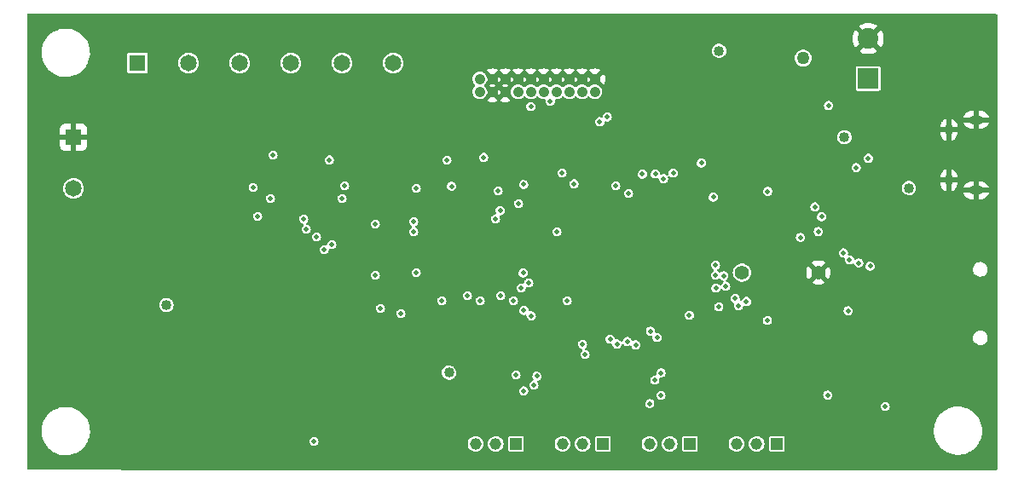
<source format=gbr>
%TF.GenerationSoftware,KiCad,Pcbnew,(6.0.7)*%
%TF.CreationDate,2022-09-16T08:47:35-07:00*%
%TF.ProjectId,Flight-Computer,466c6967-6874-42d4-936f-6d7075746572,1.0*%
%TF.SameCoordinates,Original*%
%TF.FileFunction,Copper,L2,Inr*%
%TF.FilePolarity,Positive*%
%FSLAX46Y46*%
G04 Gerber Fmt 4.6, Leading zero omitted, Abs format (unit mm)*
G04 Created by KiCad (PCBNEW (6.0.7)) date 2022-09-16 08:47:35*
%MOMM*%
%LPD*%
G01*
G04 APERTURE LIST*
%TA.AperFunction,ComponentPad*%
%ADD10C,1.066800*%
%TD*%
%TA.AperFunction,ComponentPad*%
%ADD11R,1.150000X1.150000*%
%TD*%
%TA.AperFunction,ComponentPad*%
%ADD12C,1.150000*%
%TD*%
%TA.AperFunction,ComponentPad*%
%ADD13C,1.408000*%
%TD*%
%TA.AperFunction,ComponentPad*%
%ADD14R,2.050000X2.050000*%
%TD*%
%TA.AperFunction,ComponentPad*%
%ADD15C,2.050000*%
%TD*%
%TA.AperFunction,ComponentPad*%
%ADD16R,1.650000X1.650000*%
%TD*%
%TA.AperFunction,ComponentPad*%
%ADD17C,1.650000*%
%TD*%
%TA.AperFunction,ComponentPad*%
%ADD18O,0.650000X1.300000*%
%TD*%
%TA.AperFunction,ComponentPad*%
%ADD19O,1.550000X0.775000*%
%TD*%
%TA.AperFunction,ViaPad*%
%ADD20C,0.500000*%
%TD*%
%TA.AperFunction,ViaPad*%
%ADD21C,1.016000*%
%TD*%
%TA.AperFunction,ViaPad*%
%ADD22C,1.270000*%
%TD*%
G04 APERTURE END LIST*
D10*
%TO.N,3.3V*%
%TO.C,P8*%
X135077200Y-63815850D03*
X135077200Y-62545850D03*
%TO.N,Earth*%
X136347200Y-63815850D03*
X136347200Y-62545850D03*
X137617200Y-63815850D03*
X137617200Y-62545850D03*
%TO.N,SWDIO*%
X138887200Y-63815850D03*
%TO.N,Earth*%
X138887200Y-62545850D03*
%TO.N,SWCLK*%
X140157200Y-63815850D03*
%TO.N,Earth*%
X140157200Y-62545850D03*
%TO.N,unconnected-(P8-Pad11)*%
X141427200Y-63815850D03*
%TO.N,Earth*%
X141427200Y-62545850D03*
%TO.N,SWO*%
X142697200Y-63815850D03*
%TO.N,Earth*%
X142697200Y-62545850D03*
%TO.N,NRST*%
X143967200Y-63815850D03*
%TO.N,Earth*%
X143967200Y-62545850D03*
%TO.N,unconnected-(P8-Pad17)*%
X145237200Y-63815850D03*
%TO.N,Earth*%
X145237200Y-62545850D03*
%TO.N,unconnected-(P8-Pad19)*%
X146507200Y-63815850D03*
%TO.N,Earth*%
X146507200Y-62545850D03*
%TD*%
D11*
%TO.N,VIN*%
%TO.C,P9*%
X138684000Y-98806000D03*
D12*
%TO.N,MOTOR4_PWM*%
X136677000Y-98806000D03*
%TO.N,Net-(P9-Pad3)*%
X134671000Y-98806000D03*
%TD*%
D13*
%TO.N,BEEP*%
%TO.C,BZ1*%
X161122200Y-81788000D03*
%TO.N,Earth*%
X168722200Y-81788000D03*
%TD*%
D14*
%TO.N,/PIN_HARN*%
%TO.C,P2*%
X173663500Y-62500100D03*
D15*
%TO.N,Earth*%
X173663500Y-58540100D03*
%TD*%
D16*
%TO.N,VIN*%
%TO.C,P4*%
X101092000Y-60960000D03*
D17*
%TO.N,VIN_SW*%
X106172000Y-60960000D03*
X111252000Y-60960000D03*
%TO.N,Net-(P4-Pad4)*%
X116332000Y-60960000D03*
%TO.N,VIN_SW*%
X121412000Y-60960000D03*
%TO.N,Net-(P4-Pad6)*%
X126492000Y-60960000D03*
%TD*%
D18*
%TO.N,Earth*%
%TO.C,P3*%
X181678600Y-72604000D03*
X181678600Y-67604000D03*
D19*
X184378600Y-66604000D03*
X184378600Y-73604000D03*
%TD*%
D11*
%TO.N,VIN*%
%TO.C,P6*%
X155956000Y-98806000D03*
D12*
%TO.N,MOTOR3_PWM*%
X153949000Y-98806000D03*
%TO.N,Net-(P6-Pad3)*%
X151943000Y-98806000D03*
%TD*%
D11*
%TO.N,VIN*%
%TO.C,P5*%
X164592000Y-98806000D03*
D12*
%TO.N,MOTOR1_PWM*%
X162585000Y-98806000D03*
%TO.N,Net-(P5-Pad3)*%
X160579000Y-98806000D03*
%TD*%
D16*
%TO.N,Earth*%
%TO.C,P1*%
X94742000Y-68326000D03*
D17*
%TO.N,/PIN_SCREW*%
X94742000Y-73406000D03*
%TD*%
D11*
%TO.N,VIN*%
%TO.C,P7*%
X147320000Y-98806000D03*
D12*
%TO.N,MOTOR2_PWM*%
X145313000Y-98806000D03*
%TO.N,Net-(P7-Pad3)*%
X143307000Y-98806000D03*
%TD*%
D20*
%TO.N,Earth*%
X137541000Y-72771000D03*
X171170600Y-73914000D03*
D21*
X101930000Y-76124000D03*
X162001200Y-89941400D03*
D20*
X142441800Y-76808200D03*
X118110000Y-72390000D03*
D21*
X120116600Y-98780600D03*
D20*
X118872000Y-68326000D03*
X109671389Y-85004000D03*
D21*
X117856000Y-85725000D03*
X132134600Y-97735400D03*
X156394150Y-90087450D03*
D20*
X135237600Y-71340600D03*
X131038600Y-79273400D03*
D21*
X158572200Y-62077600D03*
D20*
X139700000Y-88646000D03*
X169614650Y-99879350D03*
X136652000Y-90932000D03*
D21*
X96012000Y-85090000D03*
D20*
X128397000Y-78562200D03*
X136437000Y-82003000D03*
X143013800Y-66764800D03*
X124416000Y-83356000D03*
D21*
X109810000Y-87204000D03*
X97218500Y-92011500D03*
D20*
X170205400Y-91871800D03*
X109220000Y-71882000D03*
X166037200Y-64970600D03*
X120170000Y-76680000D03*
X173939200Y-71374000D03*
X139230100Y-80886300D03*
X109474000Y-67564000D03*
X126934001Y-72201999D03*
X160133400Y-71133600D03*
D21*
X179808800Y-92453800D03*
D20*
X171644600Y-87773800D03*
X150291800Y-91617800D03*
X140462000Y-94234000D03*
X117372000Y-82012000D03*
%TO.N,3.3V*%
X121412000Y-74422000D03*
X157099000Y-70891400D03*
X155892500Y-86017100D03*
D21*
X158851600Y-59740800D03*
D20*
X128778000Y-81788000D03*
X171678600Y-85572600D03*
X135475600Y-70340600D03*
X132283200Y-73202800D03*
X114300000Y-74422000D03*
X143764000Y-84582000D03*
X147001600Y-66790200D03*
D21*
X103972000Y-85004000D03*
D20*
X124714000Y-76962000D03*
X169720200Y-65179000D03*
X142748000Y-77724000D03*
X175348900Y-95084900D03*
D21*
X132038600Y-91735400D03*
D20*
X139400400Y-81808200D03*
X169646600Y-93954600D03*
X124714000Y-82042000D03*
%TO.N,NRST*%
X144449800Y-72974200D03*
X142087600Y-64770000D03*
%TO.N,SWCLK*%
X140157200Y-65278000D03*
%TO.N,SDA*%
X152704800Y-88239600D03*
X119634000Y-79502000D03*
X135128000Y-84582000D03*
X128524000Y-76708000D03*
X140208000Y-86080600D03*
%TO.N,SCL*%
X139471400Y-85547200D03*
X133858000Y-84074000D03*
X120396000Y-78994000D03*
X128524000Y-77724000D03*
X152044400Y-87604600D03*
%TO.N,VIN*%
X112587999Y-73340001D03*
X121666000Y-73152000D03*
D22*
X167195500Y-60490100D03*
D21*
%TO.N,5V*%
X177698400Y-73380600D03*
X171296800Y-68326800D03*
D20*
%TO.N,DROGUE*%
X114554000Y-70104000D03*
X138938000Y-74930000D03*
%TO.N,MAIN*%
X120148350Y-70605650D03*
X149860000Y-73914000D03*
%TO.N,/Peripherals/D+*%
X172466000Y-71348600D03*
X173674999Y-70423999D03*
%TO.N,SWO*%
X147751800Y-66319400D03*
%TO.N,MOTOR1_EN*%
X158826200Y-85191600D03*
X158496000Y-81026000D03*
%TO.N,MOTOR3_EN*%
X158496000Y-82042000D03*
X163652200Y-86537800D03*
%TO.N,~{USB_RST}*%
X158279600Y-74282800D03*
X163677600Y-73710800D03*
%TO.N,~{SWITCH}*%
X148590000Y-73152000D03*
X128778000Y-73406000D03*
%TO.N,~{MAIN_CONT}*%
X139446000Y-73025000D03*
X136906000Y-73660000D03*
%TO.N,~{DROGUE_CONT}*%
X137109680Y-75641680D03*
X113030000Y-76200000D03*
%TO.N,~{GPS_RST}*%
X145288000Y-88900000D03*
X125222000Y-85344000D03*
%TO.N,~{GPS_SBOOT}*%
X136652000Y-76454000D03*
X118872000Y-78232000D03*
%TO.N,GPS_INT*%
X138430000Y-84582000D03*
X127254000Y-85852000D03*
%TO.N,GPS_TX*%
X139192000Y-83312000D03*
X117856000Y-77470000D03*
%TO.N,GPS_RX*%
X139954000Y-82804000D03*
X117602000Y-76454000D03*
%TO.N,GPS_TIM*%
X145542000Y-89916000D03*
X118618000Y-98552000D03*
%TO.N,BP_SDA*%
X131826000Y-70612000D03*
X143256000Y-71882000D03*
%TO.N,FLASH_MISO*%
X158543000Y-83308200D03*
X160782000Y-85090000D03*
%TO.N,FLASH_MOSI*%
X159512000Y-83134200D03*
X160451800Y-84353400D03*
%TO.N,W_IO0*%
X138684000Y-91948000D03*
X148031200Y-88392000D03*
%TO.N,W_IO1*%
X149742400Y-88636600D03*
X140462000Y-92964000D03*
%TO.N,W_IO2*%
X151968200Y-94792800D03*
X152476200Y-92456000D03*
%TO.N,W_IO3*%
X139446000Y-93548200D03*
X150583900Y-88963500D03*
%TO.N,~{FLASH_WP}*%
X161569400Y-84658200D03*
X159308800Y-82092800D03*
%TO.N,W_IO4*%
X148717000Y-88874600D03*
X140766800Y-92075000D03*
%TO.N,W_IO5*%
X153085800Y-93980000D03*
X153085800Y-91744800D03*
%TO.N,RX_USB*%
X168376600Y-75260200D03*
X166928800Y-78282800D03*
%TO.N,TX_USB*%
X168706800Y-77698600D03*
X169037000Y-76225400D03*
%TO.N,IMU_INT*%
X131318000Y-84582000D03*
X137160000Y-84074000D03*
%TO.N,SD_DAT2*%
X154305000Y-71885800D03*
X173863000Y-81153000D03*
%TO.N,SD_DAT3*%
X172720000Y-80822800D03*
X153339800Y-72466200D03*
%TO.N,SD_CMD*%
X151242400Y-71998200D03*
X171196000Y-79832200D03*
%TO.N,SD_CLK*%
X152527000Y-71983600D03*
X171805600Y-80518000D03*
%TD*%
%TA.AperFunction,Conductor*%
%TO.N,Earth*%
G36*
X186428421Y-56103702D02*
G01*
X186474914Y-56157358D01*
X186486300Y-56209700D01*
X186486300Y-101270300D01*
X186466298Y-101338421D01*
X186412642Y-101384914D01*
X186360300Y-101396300D01*
X108876576Y-101396300D01*
X90245370Y-101347527D01*
X90177302Y-101327346D01*
X90130950Y-101273569D01*
X90119700Y-101221527D01*
X90119700Y-97435271D01*
X91576668Y-97435271D01*
X91576755Y-97439273D01*
X91576755Y-97439280D01*
X91582327Y-97694636D01*
X91583349Y-97741465D01*
X91628883Y-98044330D01*
X91629979Y-98048190D01*
X91629980Y-98048195D01*
X91644101Y-98097931D01*
X91712531Y-98338953D01*
X91832937Y-98620560D01*
X91988149Y-98884585D01*
X92175651Y-99126747D01*
X92392404Y-99343122D01*
X92395585Y-99345576D01*
X92395586Y-99345577D01*
X92631701Y-99527739D01*
X92631705Y-99527742D01*
X92634894Y-99530202D01*
X92638373Y-99532239D01*
X92815179Y-99635763D01*
X92899189Y-99684953D01*
X92902874Y-99686521D01*
X92902878Y-99686523D01*
X93040098Y-99744910D01*
X93181006Y-99804867D01*
X93475775Y-99888001D01*
X93696338Y-99920768D01*
X93775419Y-99932516D01*
X93775421Y-99932516D01*
X93778718Y-99933006D01*
X93782049Y-99933146D01*
X93782053Y-99933146D01*
X93818737Y-99934683D01*
X93862084Y-99936500D01*
X94057474Y-99936500D01*
X94180915Y-99928626D01*
X94281639Y-99922201D01*
X94281644Y-99922200D01*
X94285647Y-99921945D01*
X94289584Y-99921183D01*
X94289586Y-99921183D01*
X94582401Y-99864530D01*
X94582405Y-99864529D01*
X94586338Y-99863768D01*
X94877200Y-99767856D01*
X95153518Y-99635763D01*
X95410812Y-99469631D01*
X95463332Y-99425327D01*
X95624362Y-99289486D01*
X95644910Y-99272152D01*
X95852019Y-99046529D01*
X95880062Y-99006850D01*
X95952278Y-98904666D01*
X96028780Y-98796418D01*
X96161437Y-98546400D01*
X118159669Y-98546400D01*
X118160833Y-98555302D01*
X118160833Y-98555305D01*
X118175356Y-98666364D01*
X118176520Y-98675263D01*
X118228861Y-98794218D01*
X118312485Y-98893700D01*
X118420669Y-98965714D01*
X118544716Y-99004469D01*
X118674655Y-99006850D01*
X118683318Y-99004488D01*
X118683320Y-99004488D01*
X118791375Y-98975029D01*
X118800039Y-98972667D01*
X118910789Y-98904666D01*
X118920715Y-98893700D01*
X118991974Y-98814974D01*
X118991975Y-98814973D01*
X118998002Y-98808314D01*
X119004425Y-98795059D01*
X133887449Y-98795059D01*
X133904497Y-98968925D01*
X133906721Y-98975610D01*
X133906721Y-98975611D01*
X133929222Y-99043251D01*
X133959641Y-99134694D01*
X133963288Y-99140716D01*
X133963289Y-99140718D01*
X134013687Y-99223934D01*
X134050140Y-99284126D01*
X134171497Y-99409795D01*
X134317680Y-99505454D01*
X134324284Y-99507910D01*
X134324286Y-99507911D01*
X134346120Y-99516031D01*
X134481423Y-99566350D01*
X134488408Y-99567282D01*
X134647608Y-99588524D01*
X134647612Y-99588524D01*
X134654589Y-99589455D01*
X134661600Y-99588817D01*
X134661604Y-99588817D01*
X134821552Y-99574261D01*
X134821555Y-99574260D01*
X134828570Y-99573622D01*
X134852068Y-99565987D01*
X134988024Y-99521812D01*
X134988026Y-99521811D01*
X134994720Y-99519636D01*
X135144780Y-99430182D01*
X135271293Y-99309706D01*
X135275194Y-99303835D01*
X135364070Y-99170066D01*
X135364071Y-99170064D01*
X135367971Y-99164194D01*
X135430008Y-99000880D01*
X135454321Y-98827880D01*
X135454442Y-98819241D01*
X135454572Y-98809961D01*
X135454572Y-98809955D01*
X135454627Y-98806000D01*
X135453400Y-98795059D01*
X135893449Y-98795059D01*
X135910497Y-98968925D01*
X135912721Y-98975610D01*
X135912721Y-98975611D01*
X135935222Y-99043251D01*
X135965641Y-99134694D01*
X135969288Y-99140716D01*
X135969289Y-99140718D01*
X136019687Y-99223934D01*
X136056140Y-99284126D01*
X136177497Y-99409795D01*
X136323680Y-99505454D01*
X136330284Y-99507910D01*
X136330286Y-99507911D01*
X136352120Y-99516031D01*
X136487423Y-99566350D01*
X136494408Y-99567282D01*
X136653608Y-99588524D01*
X136653612Y-99588524D01*
X136660589Y-99589455D01*
X136667600Y-99588817D01*
X136667604Y-99588817D01*
X136827552Y-99574261D01*
X136827555Y-99574260D01*
X136834570Y-99573622D01*
X136858068Y-99565987D01*
X136994024Y-99521812D01*
X136994026Y-99521811D01*
X137000720Y-99519636D01*
X137150780Y-99430182D01*
X137181357Y-99401064D01*
X137905300Y-99401064D01*
X137917119Y-99460480D01*
X137962140Y-99527860D01*
X138029520Y-99572881D01*
X138088936Y-99584700D01*
X139279064Y-99584700D01*
X139338480Y-99572881D01*
X139405860Y-99527860D01*
X139450881Y-99460480D01*
X139462700Y-99401064D01*
X139462700Y-98795059D01*
X142523449Y-98795059D01*
X142540497Y-98968925D01*
X142542721Y-98975610D01*
X142542721Y-98975611D01*
X142565222Y-99043251D01*
X142595641Y-99134694D01*
X142599288Y-99140716D01*
X142599289Y-99140718D01*
X142649687Y-99223934D01*
X142686140Y-99284126D01*
X142807497Y-99409795D01*
X142953680Y-99505454D01*
X142960284Y-99507910D01*
X142960286Y-99507911D01*
X142982120Y-99516031D01*
X143117423Y-99566350D01*
X143124408Y-99567282D01*
X143283608Y-99588524D01*
X143283612Y-99588524D01*
X143290589Y-99589455D01*
X143297600Y-99588817D01*
X143297604Y-99588817D01*
X143457552Y-99574261D01*
X143457555Y-99574260D01*
X143464570Y-99573622D01*
X143488068Y-99565987D01*
X143624024Y-99521812D01*
X143624026Y-99521811D01*
X143630720Y-99519636D01*
X143780780Y-99430182D01*
X143907293Y-99309706D01*
X143911194Y-99303835D01*
X144000070Y-99170066D01*
X144000071Y-99170064D01*
X144003971Y-99164194D01*
X144066008Y-99000880D01*
X144090321Y-98827880D01*
X144090442Y-98819241D01*
X144090572Y-98809961D01*
X144090572Y-98809955D01*
X144090627Y-98806000D01*
X144089400Y-98795059D01*
X144529449Y-98795059D01*
X144546497Y-98968925D01*
X144548721Y-98975610D01*
X144548721Y-98975611D01*
X144571222Y-99043251D01*
X144601641Y-99134694D01*
X144605288Y-99140716D01*
X144605289Y-99140718D01*
X144655687Y-99223934D01*
X144692140Y-99284126D01*
X144813497Y-99409795D01*
X144959680Y-99505454D01*
X144966284Y-99507910D01*
X144966286Y-99507911D01*
X144988120Y-99516031D01*
X145123423Y-99566350D01*
X145130408Y-99567282D01*
X145289608Y-99588524D01*
X145289612Y-99588524D01*
X145296589Y-99589455D01*
X145303600Y-99588817D01*
X145303604Y-99588817D01*
X145463552Y-99574261D01*
X145463555Y-99574260D01*
X145470570Y-99573622D01*
X145494068Y-99565987D01*
X145630024Y-99521812D01*
X145630026Y-99521811D01*
X145636720Y-99519636D01*
X145786780Y-99430182D01*
X145817357Y-99401064D01*
X146541300Y-99401064D01*
X146553119Y-99460480D01*
X146598140Y-99527860D01*
X146665520Y-99572881D01*
X146724936Y-99584700D01*
X147915064Y-99584700D01*
X147974480Y-99572881D01*
X148041860Y-99527860D01*
X148086881Y-99460480D01*
X148098700Y-99401064D01*
X148098700Y-98795059D01*
X151159449Y-98795059D01*
X151176497Y-98968925D01*
X151178721Y-98975610D01*
X151178721Y-98975611D01*
X151201222Y-99043251D01*
X151231641Y-99134694D01*
X151235288Y-99140716D01*
X151235289Y-99140718D01*
X151285687Y-99223934D01*
X151322140Y-99284126D01*
X151443497Y-99409795D01*
X151589680Y-99505454D01*
X151596284Y-99507910D01*
X151596286Y-99507911D01*
X151618120Y-99516031D01*
X151753423Y-99566350D01*
X151760408Y-99567282D01*
X151919608Y-99588524D01*
X151919612Y-99588524D01*
X151926589Y-99589455D01*
X151933600Y-99588817D01*
X151933604Y-99588817D01*
X152093552Y-99574261D01*
X152093555Y-99574260D01*
X152100570Y-99573622D01*
X152124068Y-99565987D01*
X152260024Y-99521812D01*
X152260026Y-99521811D01*
X152266720Y-99519636D01*
X152416780Y-99430182D01*
X152543293Y-99309706D01*
X152547194Y-99303835D01*
X152636070Y-99170066D01*
X152636071Y-99170064D01*
X152639971Y-99164194D01*
X152702008Y-99000880D01*
X152726321Y-98827880D01*
X152726442Y-98819241D01*
X152726572Y-98809961D01*
X152726572Y-98809955D01*
X152726627Y-98806000D01*
X152725400Y-98795059D01*
X153165449Y-98795059D01*
X153182497Y-98968925D01*
X153184721Y-98975610D01*
X153184721Y-98975611D01*
X153207222Y-99043251D01*
X153237641Y-99134694D01*
X153241288Y-99140716D01*
X153241289Y-99140718D01*
X153291687Y-99223934D01*
X153328140Y-99284126D01*
X153449497Y-99409795D01*
X153595680Y-99505454D01*
X153602284Y-99507910D01*
X153602286Y-99507911D01*
X153624120Y-99516031D01*
X153759423Y-99566350D01*
X153766408Y-99567282D01*
X153925608Y-99588524D01*
X153925612Y-99588524D01*
X153932589Y-99589455D01*
X153939600Y-99588817D01*
X153939604Y-99588817D01*
X154099552Y-99574261D01*
X154099555Y-99574260D01*
X154106570Y-99573622D01*
X154130068Y-99565987D01*
X154266024Y-99521812D01*
X154266026Y-99521811D01*
X154272720Y-99519636D01*
X154422780Y-99430182D01*
X154453357Y-99401064D01*
X155177300Y-99401064D01*
X155189119Y-99460480D01*
X155234140Y-99527860D01*
X155301520Y-99572881D01*
X155360936Y-99584700D01*
X156551064Y-99584700D01*
X156610480Y-99572881D01*
X156677860Y-99527860D01*
X156722881Y-99460480D01*
X156734700Y-99401064D01*
X156734700Y-98795059D01*
X159795449Y-98795059D01*
X159812497Y-98968925D01*
X159814721Y-98975610D01*
X159814721Y-98975611D01*
X159837222Y-99043251D01*
X159867641Y-99134694D01*
X159871288Y-99140716D01*
X159871289Y-99140718D01*
X159921687Y-99223934D01*
X159958140Y-99284126D01*
X160079497Y-99409795D01*
X160225680Y-99505454D01*
X160232284Y-99507910D01*
X160232286Y-99507911D01*
X160254120Y-99516031D01*
X160389423Y-99566350D01*
X160396408Y-99567282D01*
X160555608Y-99588524D01*
X160555612Y-99588524D01*
X160562589Y-99589455D01*
X160569600Y-99588817D01*
X160569604Y-99588817D01*
X160729552Y-99574261D01*
X160729555Y-99574260D01*
X160736570Y-99573622D01*
X160760068Y-99565987D01*
X160896024Y-99521812D01*
X160896026Y-99521811D01*
X160902720Y-99519636D01*
X161052780Y-99430182D01*
X161179293Y-99309706D01*
X161183194Y-99303835D01*
X161272070Y-99170066D01*
X161272071Y-99170064D01*
X161275971Y-99164194D01*
X161338008Y-99000880D01*
X161362321Y-98827880D01*
X161362442Y-98819241D01*
X161362572Y-98809961D01*
X161362572Y-98809955D01*
X161362627Y-98806000D01*
X161361400Y-98795059D01*
X161801449Y-98795059D01*
X161818497Y-98968925D01*
X161820721Y-98975610D01*
X161820721Y-98975611D01*
X161843222Y-99043251D01*
X161873641Y-99134694D01*
X161877288Y-99140716D01*
X161877289Y-99140718D01*
X161927687Y-99223934D01*
X161964140Y-99284126D01*
X162085497Y-99409795D01*
X162231680Y-99505454D01*
X162238284Y-99507910D01*
X162238286Y-99507911D01*
X162260120Y-99516031D01*
X162395423Y-99566350D01*
X162402408Y-99567282D01*
X162561608Y-99588524D01*
X162561612Y-99588524D01*
X162568589Y-99589455D01*
X162575600Y-99588817D01*
X162575604Y-99588817D01*
X162735552Y-99574261D01*
X162735555Y-99574260D01*
X162742570Y-99573622D01*
X162766068Y-99565987D01*
X162902024Y-99521812D01*
X162902026Y-99521811D01*
X162908720Y-99519636D01*
X163058780Y-99430182D01*
X163089357Y-99401064D01*
X163813300Y-99401064D01*
X163825119Y-99460480D01*
X163870140Y-99527860D01*
X163937520Y-99572881D01*
X163996936Y-99584700D01*
X165187064Y-99584700D01*
X165246480Y-99572881D01*
X165313860Y-99527860D01*
X165358881Y-99460480D01*
X165370700Y-99401064D01*
X165370700Y-98210936D01*
X165358881Y-98151520D01*
X165345253Y-98131123D01*
X165320752Y-98094455D01*
X165313860Y-98084140D01*
X165280574Y-98061899D01*
X165256798Y-98046013D01*
X165256797Y-98046013D01*
X165246480Y-98039119D01*
X165187064Y-98027300D01*
X163996936Y-98027300D01*
X163937520Y-98039119D01*
X163927203Y-98046013D01*
X163927202Y-98046013D01*
X163903426Y-98061899D01*
X163870140Y-98084140D01*
X163863248Y-98094455D01*
X163838748Y-98131123D01*
X163825119Y-98151520D01*
X163813300Y-98210936D01*
X163813300Y-99401064D01*
X163089357Y-99401064D01*
X163185293Y-99309706D01*
X163189194Y-99303835D01*
X163278070Y-99170066D01*
X163278071Y-99170064D01*
X163281971Y-99164194D01*
X163344008Y-99000880D01*
X163368321Y-98827880D01*
X163368442Y-98819241D01*
X163368572Y-98809961D01*
X163368572Y-98809955D01*
X163368627Y-98806000D01*
X163349153Y-98632389D01*
X163291700Y-98467406D01*
X163199123Y-98319252D01*
X163190656Y-98310725D01*
X163139495Y-98259206D01*
X163076024Y-98195290D01*
X162928519Y-98101681D01*
X162826586Y-98065384D01*
X162770576Y-98045439D01*
X162770574Y-98045438D01*
X162763942Y-98043077D01*
X162756956Y-98042244D01*
X162756952Y-98042243D01*
X162631631Y-98027300D01*
X162590471Y-98022392D01*
X162583468Y-98023128D01*
X162583467Y-98023128D01*
X162543774Y-98027300D01*
X162416728Y-98040653D01*
X162410060Y-98042923D01*
X162258015Y-98094683D01*
X162258012Y-98094684D01*
X162251348Y-98096953D01*
X162102551Y-98188493D01*
X162046846Y-98243044D01*
X161988331Y-98300347D01*
X161977733Y-98310725D01*
X161973922Y-98316639D01*
X161973920Y-98316641D01*
X161959541Y-98338953D01*
X161883096Y-98457572D01*
X161823345Y-98621736D01*
X161801449Y-98795059D01*
X161361400Y-98795059D01*
X161343153Y-98632389D01*
X161285700Y-98467406D01*
X161193123Y-98319252D01*
X161184656Y-98310725D01*
X161133495Y-98259206D01*
X161070024Y-98195290D01*
X160922519Y-98101681D01*
X160820586Y-98065384D01*
X160764576Y-98045439D01*
X160764574Y-98045438D01*
X160757942Y-98043077D01*
X160750956Y-98042244D01*
X160750952Y-98042243D01*
X160625631Y-98027300D01*
X160584471Y-98022392D01*
X160577468Y-98023128D01*
X160577467Y-98023128D01*
X160537774Y-98027300D01*
X160410728Y-98040653D01*
X160404060Y-98042923D01*
X160252015Y-98094683D01*
X160252012Y-98094684D01*
X160245348Y-98096953D01*
X160096551Y-98188493D01*
X160040846Y-98243044D01*
X159982331Y-98300347D01*
X159971733Y-98310725D01*
X159967922Y-98316639D01*
X159967920Y-98316641D01*
X159953541Y-98338953D01*
X159877096Y-98457572D01*
X159817345Y-98621736D01*
X159795449Y-98795059D01*
X156734700Y-98795059D01*
X156734700Y-98210936D01*
X156722881Y-98151520D01*
X156709253Y-98131123D01*
X156684752Y-98094455D01*
X156677860Y-98084140D01*
X156644574Y-98061899D01*
X156620798Y-98046013D01*
X156620797Y-98046013D01*
X156610480Y-98039119D01*
X156551064Y-98027300D01*
X155360936Y-98027300D01*
X155301520Y-98039119D01*
X155291203Y-98046013D01*
X155291202Y-98046013D01*
X155267426Y-98061899D01*
X155234140Y-98084140D01*
X155227248Y-98094455D01*
X155202748Y-98131123D01*
X155189119Y-98151520D01*
X155177300Y-98210936D01*
X155177300Y-99401064D01*
X154453357Y-99401064D01*
X154549293Y-99309706D01*
X154553194Y-99303835D01*
X154642070Y-99170066D01*
X154642071Y-99170064D01*
X154645971Y-99164194D01*
X154708008Y-99000880D01*
X154732321Y-98827880D01*
X154732442Y-98819241D01*
X154732572Y-98809961D01*
X154732572Y-98809955D01*
X154732627Y-98806000D01*
X154713153Y-98632389D01*
X154655700Y-98467406D01*
X154563123Y-98319252D01*
X154554656Y-98310725D01*
X154503495Y-98259206D01*
X154440024Y-98195290D01*
X154292519Y-98101681D01*
X154190586Y-98065384D01*
X154134576Y-98045439D01*
X154134574Y-98045438D01*
X154127942Y-98043077D01*
X154120956Y-98042244D01*
X154120952Y-98042243D01*
X153995631Y-98027300D01*
X153954471Y-98022392D01*
X153947468Y-98023128D01*
X153947467Y-98023128D01*
X153907774Y-98027300D01*
X153780728Y-98040653D01*
X153774060Y-98042923D01*
X153622015Y-98094683D01*
X153622012Y-98094684D01*
X153615348Y-98096953D01*
X153466551Y-98188493D01*
X153410846Y-98243044D01*
X153352331Y-98300347D01*
X153341733Y-98310725D01*
X153337922Y-98316639D01*
X153337920Y-98316641D01*
X153323541Y-98338953D01*
X153247096Y-98457572D01*
X153187345Y-98621736D01*
X153165449Y-98795059D01*
X152725400Y-98795059D01*
X152707153Y-98632389D01*
X152649700Y-98467406D01*
X152557123Y-98319252D01*
X152548656Y-98310725D01*
X152497495Y-98259206D01*
X152434024Y-98195290D01*
X152286519Y-98101681D01*
X152184586Y-98065384D01*
X152128576Y-98045439D01*
X152128574Y-98045438D01*
X152121942Y-98043077D01*
X152114956Y-98042244D01*
X152114952Y-98042243D01*
X151989631Y-98027300D01*
X151948471Y-98022392D01*
X151941468Y-98023128D01*
X151941467Y-98023128D01*
X151901774Y-98027300D01*
X151774728Y-98040653D01*
X151768060Y-98042923D01*
X151616015Y-98094683D01*
X151616012Y-98094684D01*
X151609348Y-98096953D01*
X151460551Y-98188493D01*
X151404846Y-98243044D01*
X151346331Y-98300347D01*
X151335733Y-98310725D01*
X151331922Y-98316639D01*
X151331920Y-98316641D01*
X151317541Y-98338953D01*
X151241096Y-98457572D01*
X151181345Y-98621736D01*
X151159449Y-98795059D01*
X148098700Y-98795059D01*
X148098700Y-98210936D01*
X148086881Y-98151520D01*
X148073253Y-98131123D01*
X148048752Y-98094455D01*
X148041860Y-98084140D01*
X148008574Y-98061899D01*
X147984798Y-98046013D01*
X147984797Y-98046013D01*
X147974480Y-98039119D01*
X147915064Y-98027300D01*
X146724936Y-98027300D01*
X146665520Y-98039119D01*
X146655203Y-98046013D01*
X146655202Y-98046013D01*
X146631426Y-98061899D01*
X146598140Y-98084140D01*
X146591248Y-98094455D01*
X146566748Y-98131123D01*
X146553119Y-98151520D01*
X146541300Y-98210936D01*
X146541300Y-99401064D01*
X145817357Y-99401064D01*
X145913293Y-99309706D01*
X145917194Y-99303835D01*
X146006070Y-99170066D01*
X146006071Y-99170064D01*
X146009971Y-99164194D01*
X146072008Y-99000880D01*
X146096321Y-98827880D01*
X146096442Y-98819241D01*
X146096572Y-98809961D01*
X146096572Y-98809955D01*
X146096627Y-98806000D01*
X146077153Y-98632389D01*
X146019700Y-98467406D01*
X145927123Y-98319252D01*
X145918656Y-98310725D01*
X145867495Y-98259206D01*
X145804024Y-98195290D01*
X145656519Y-98101681D01*
X145554586Y-98065384D01*
X145498576Y-98045439D01*
X145498574Y-98045438D01*
X145491942Y-98043077D01*
X145484956Y-98042244D01*
X145484952Y-98042243D01*
X145359631Y-98027300D01*
X145318471Y-98022392D01*
X145311468Y-98023128D01*
X145311467Y-98023128D01*
X145271774Y-98027300D01*
X145144728Y-98040653D01*
X145138060Y-98042923D01*
X144986015Y-98094683D01*
X144986012Y-98094684D01*
X144979348Y-98096953D01*
X144830551Y-98188493D01*
X144774846Y-98243044D01*
X144716331Y-98300347D01*
X144705733Y-98310725D01*
X144701922Y-98316639D01*
X144701920Y-98316641D01*
X144687541Y-98338953D01*
X144611096Y-98457572D01*
X144551345Y-98621736D01*
X144529449Y-98795059D01*
X144089400Y-98795059D01*
X144071153Y-98632389D01*
X144013700Y-98467406D01*
X143921123Y-98319252D01*
X143912656Y-98310725D01*
X143861495Y-98259206D01*
X143798024Y-98195290D01*
X143650519Y-98101681D01*
X143548586Y-98065384D01*
X143492576Y-98045439D01*
X143492574Y-98045438D01*
X143485942Y-98043077D01*
X143478956Y-98042244D01*
X143478952Y-98042243D01*
X143353631Y-98027300D01*
X143312471Y-98022392D01*
X143305468Y-98023128D01*
X143305467Y-98023128D01*
X143265774Y-98027300D01*
X143138728Y-98040653D01*
X143132060Y-98042923D01*
X142980015Y-98094683D01*
X142980012Y-98094684D01*
X142973348Y-98096953D01*
X142824551Y-98188493D01*
X142768846Y-98243044D01*
X142710331Y-98300347D01*
X142699733Y-98310725D01*
X142695922Y-98316639D01*
X142695920Y-98316641D01*
X142681541Y-98338953D01*
X142605096Y-98457572D01*
X142545345Y-98621736D01*
X142523449Y-98795059D01*
X139462700Y-98795059D01*
X139462700Y-98210936D01*
X139450881Y-98151520D01*
X139437253Y-98131123D01*
X139412752Y-98094455D01*
X139405860Y-98084140D01*
X139372574Y-98061899D01*
X139348798Y-98046013D01*
X139348797Y-98046013D01*
X139338480Y-98039119D01*
X139279064Y-98027300D01*
X138088936Y-98027300D01*
X138029520Y-98039119D01*
X138019203Y-98046013D01*
X138019202Y-98046013D01*
X137995426Y-98061899D01*
X137962140Y-98084140D01*
X137955248Y-98094455D01*
X137930748Y-98131123D01*
X137917119Y-98151520D01*
X137905300Y-98210936D01*
X137905300Y-99401064D01*
X137181357Y-99401064D01*
X137277293Y-99309706D01*
X137281194Y-99303835D01*
X137370070Y-99170066D01*
X137370071Y-99170064D01*
X137373971Y-99164194D01*
X137436008Y-99000880D01*
X137460321Y-98827880D01*
X137460442Y-98819241D01*
X137460572Y-98809961D01*
X137460572Y-98809955D01*
X137460627Y-98806000D01*
X137441153Y-98632389D01*
X137383700Y-98467406D01*
X137291123Y-98319252D01*
X137282656Y-98310725D01*
X137231495Y-98259206D01*
X137168024Y-98195290D01*
X137020519Y-98101681D01*
X136918586Y-98065384D01*
X136862576Y-98045439D01*
X136862574Y-98045438D01*
X136855942Y-98043077D01*
X136848956Y-98042244D01*
X136848952Y-98042243D01*
X136723631Y-98027300D01*
X136682471Y-98022392D01*
X136675468Y-98023128D01*
X136675467Y-98023128D01*
X136635774Y-98027300D01*
X136508728Y-98040653D01*
X136502060Y-98042923D01*
X136350015Y-98094683D01*
X136350012Y-98094684D01*
X136343348Y-98096953D01*
X136194551Y-98188493D01*
X136138846Y-98243044D01*
X136080331Y-98300347D01*
X136069733Y-98310725D01*
X136065922Y-98316639D01*
X136065920Y-98316641D01*
X136051541Y-98338953D01*
X135975096Y-98457572D01*
X135915345Y-98621736D01*
X135893449Y-98795059D01*
X135453400Y-98795059D01*
X135435153Y-98632389D01*
X135377700Y-98467406D01*
X135285123Y-98319252D01*
X135276656Y-98310725D01*
X135225495Y-98259206D01*
X135162024Y-98195290D01*
X135014519Y-98101681D01*
X134912586Y-98065384D01*
X134856576Y-98045439D01*
X134856574Y-98045438D01*
X134849942Y-98043077D01*
X134842956Y-98042244D01*
X134842952Y-98042243D01*
X134717631Y-98027300D01*
X134676471Y-98022392D01*
X134669468Y-98023128D01*
X134669467Y-98023128D01*
X134629774Y-98027300D01*
X134502728Y-98040653D01*
X134496060Y-98042923D01*
X134344015Y-98094683D01*
X134344012Y-98094684D01*
X134337348Y-98096953D01*
X134188551Y-98188493D01*
X134132846Y-98243044D01*
X134074331Y-98300347D01*
X134063733Y-98310725D01*
X134059922Y-98316639D01*
X134059920Y-98316641D01*
X134045541Y-98338953D01*
X133969096Y-98457572D01*
X133909345Y-98621736D01*
X133887449Y-98795059D01*
X119004425Y-98795059D01*
X119004832Y-98794218D01*
X119050753Y-98699437D01*
X119050754Y-98699435D01*
X119054667Y-98691358D01*
X119076228Y-98563199D01*
X119076365Y-98552000D01*
X119074293Y-98537527D01*
X119059214Y-98432239D01*
X119059213Y-98432237D01*
X119057941Y-98423352D01*
X119004151Y-98305046D01*
X118981716Y-98279009D01*
X118925176Y-98213391D01*
X118925174Y-98213389D01*
X118919318Y-98206593D01*
X118810262Y-98135907D01*
X118685751Y-98098670D01*
X118676775Y-98098615D01*
X118676774Y-98098615D01*
X118622914Y-98098286D01*
X118555793Y-98097876D01*
X118430836Y-98133589D01*
X118320925Y-98202937D01*
X118234895Y-98300347D01*
X118231081Y-98308470D01*
X118231080Y-98308472D01*
X118228851Y-98313220D01*
X118179663Y-98417987D01*
X118178283Y-98426849D01*
X118178282Y-98426853D01*
X118161050Y-98537527D01*
X118161050Y-98537531D01*
X118159669Y-98546400D01*
X96161437Y-98546400D01*
X96172328Y-98525874D01*
X96194363Y-98467406D01*
X96278919Y-98243044D01*
X96278921Y-98243038D01*
X96280336Y-98239283D01*
X96313718Y-98098615D01*
X96350124Y-97945207D01*
X96350125Y-97945202D01*
X96351053Y-97941291D01*
X96383332Y-97636729D01*
X96382137Y-97581920D01*
X96377828Y-97384471D01*
X180171868Y-97384471D01*
X180171955Y-97388473D01*
X180171955Y-97388480D01*
X180177372Y-97636729D01*
X180178549Y-97690665D01*
X180224083Y-97993530D01*
X180225179Y-97997390D01*
X180225180Y-97997395D01*
X180252737Y-98094455D01*
X180307731Y-98288153D01*
X180309311Y-98291849D01*
X180309312Y-98291851D01*
X180321028Y-98319252D01*
X180428137Y-98569760D01*
X180583349Y-98833785D01*
X180770851Y-99075947D01*
X180773699Y-99078790D01*
X180984467Y-99289190D01*
X180987604Y-99292322D01*
X180990785Y-99294776D01*
X181226901Y-99476939D01*
X181226905Y-99476942D01*
X181230094Y-99479402D01*
X181233573Y-99481439D01*
X181418051Y-99589455D01*
X181494389Y-99634153D01*
X181498074Y-99635721D01*
X181498078Y-99635723D01*
X181609011Y-99682925D01*
X181776206Y-99754067D01*
X182070975Y-99837201D01*
X182291538Y-99869968D01*
X182370619Y-99881716D01*
X182370621Y-99881716D01*
X182373918Y-99882206D01*
X182377249Y-99882346D01*
X182377253Y-99882346D01*
X182413937Y-99883883D01*
X182457284Y-99885700D01*
X182652674Y-99885700D01*
X182776115Y-99877826D01*
X182876839Y-99871401D01*
X182876844Y-99871400D01*
X182880847Y-99871145D01*
X182884784Y-99870383D01*
X182884786Y-99870383D01*
X183177601Y-99813730D01*
X183177605Y-99813729D01*
X183181538Y-99812968D01*
X183472400Y-99717056D01*
X183748718Y-99584963D01*
X183941509Y-99460480D01*
X184002639Y-99421009D01*
X184002640Y-99421008D01*
X184006012Y-99418831D01*
X184022732Y-99404727D01*
X184165696Y-99284126D01*
X184240110Y-99221352D01*
X184447219Y-98995729D01*
X184461849Y-98975029D01*
X184561670Y-98833785D01*
X184623980Y-98745618D01*
X184767528Y-98475074D01*
X184787021Y-98423352D01*
X184874119Y-98192244D01*
X184874121Y-98192238D01*
X184875536Y-98188483D01*
X184910079Y-98042923D01*
X184945324Y-97894407D01*
X184945325Y-97894402D01*
X184946253Y-97890491D01*
X184978532Y-97585929D01*
X184975333Y-97439280D01*
X184971939Y-97283752D01*
X184971939Y-97283747D01*
X184971851Y-97279735D01*
X184926317Y-96976870D01*
X184842669Y-96682247D01*
X184722263Y-96400640D01*
X184567051Y-96136615D01*
X184379549Y-95894453D01*
X184162796Y-95678078D01*
X184159614Y-95675623D01*
X183923499Y-95493461D01*
X183923495Y-95493458D01*
X183920306Y-95490998D01*
X183823827Y-95434507D01*
X183659475Y-95338275D01*
X183659472Y-95338273D01*
X183656011Y-95336247D01*
X183652326Y-95334679D01*
X183652322Y-95334677D01*
X183465251Y-95255078D01*
X183374194Y-95216333D01*
X183079425Y-95133199D01*
X182829693Y-95096099D01*
X182779781Y-95088684D01*
X182779779Y-95088684D01*
X182776482Y-95088194D01*
X182773151Y-95088054D01*
X182773147Y-95088054D01*
X182736463Y-95086517D01*
X182693116Y-95084700D01*
X182497726Y-95084700D01*
X182374285Y-95092574D01*
X182273561Y-95098999D01*
X182273556Y-95099000D01*
X182269553Y-95099255D01*
X182265616Y-95100017D01*
X182265614Y-95100017D01*
X181972799Y-95156670D01*
X181972795Y-95156671D01*
X181968862Y-95157432D01*
X181678000Y-95253344D01*
X181401682Y-95385437D01*
X181398312Y-95387613D01*
X181166351Y-95537388D01*
X181144388Y-95551569D01*
X180910290Y-95749048D01*
X180703181Y-95974671D01*
X180700867Y-95977946D01*
X180700864Y-95977949D01*
X180667279Y-96025471D01*
X180526420Y-96224782D01*
X180382872Y-96495326D01*
X180381457Y-96499082D01*
X180381456Y-96499083D01*
X180293282Y-96733047D01*
X180274864Y-96781917D01*
X180273935Y-96785832D01*
X180215603Y-97031637D01*
X180204147Y-97079909D01*
X180171868Y-97384471D01*
X96377828Y-97384471D01*
X96376739Y-97334552D01*
X96376739Y-97334547D01*
X96376651Y-97330535D01*
X96331117Y-97027670D01*
X96317821Y-96980837D01*
X96248568Y-96736919D01*
X96247469Y-96733047D01*
X96127063Y-96451440D01*
X95971851Y-96187415D01*
X95784349Y-95945253D01*
X95567596Y-95728878D01*
X95498568Y-95675623D01*
X95328299Y-95544261D01*
X95328295Y-95544258D01*
X95325106Y-95541798D01*
X95255925Y-95501291D01*
X95064275Y-95389075D01*
X95064272Y-95389073D01*
X95060811Y-95387047D01*
X95057126Y-95385479D01*
X95057122Y-95385477D01*
X94870051Y-95305878D01*
X94778994Y-95267133D01*
X94484225Y-95183999D01*
X94224847Y-95145466D01*
X94184581Y-95139484D01*
X94184579Y-95139484D01*
X94181282Y-95138994D01*
X94177951Y-95138854D01*
X94177947Y-95138854D01*
X94141263Y-95137317D01*
X94097916Y-95135500D01*
X93902526Y-95135500D01*
X93779085Y-95143374D01*
X93678361Y-95149799D01*
X93678356Y-95149800D01*
X93674353Y-95150055D01*
X93670416Y-95150817D01*
X93670414Y-95150817D01*
X93377599Y-95207470D01*
X93377595Y-95207471D01*
X93373662Y-95208232D01*
X93082800Y-95304144D01*
X92806482Y-95436237D01*
X92803112Y-95438413D01*
X92654002Y-95534692D01*
X92549188Y-95602369D01*
X92315090Y-95799848D01*
X92107981Y-96025471D01*
X91931220Y-96275582D01*
X91787672Y-96546126D01*
X91786257Y-96549882D01*
X91786256Y-96549883D01*
X91697334Y-96785832D01*
X91679664Y-96832717D01*
X91678735Y-96836632D01*
X91620053Y-97083911D01*
X91608947Y-97130709D01*
X91576668Y-97435271D01*
X90119700Y-97435271D01*
X90119700Y-94787200D01*
X151509869Y-94787200D01*
X151511033Y-94796102D01*
X151511033Y-94796105D01*
X151525556Y-94907164D01*
X151526720Y-94916063D01*
X151579061Y-95035018D01*
X151662685Y-95134500D01*
X151770869Y-95206514D01*
X151894916Y-95245269D01*
X152024855Y-95247650D01*
X152033518Y-95245288D01*
X152033520Y-95245288D01*
X152141575Y-95215829D01*
X152150239Y-95213467D01*
X152260989Y-95145466D01*
X152271104Y-95134291D01*
X152320879Y-95079300D01*
X174890569Y-95079300D01*
X174891733Y-95088202D01*
X174891733Y-95088205D01*
X174898439Y-95139484D01*
X174907420Y-95208163D01*
X174959761Y-95327118D01*
X175043385Y-95426600D01*
X175151569Y-95498614D01*
X175275616Y-95537369D01*
X175405555Y-95539750D01*
X175414218Y-95537388D01*
X175414220Y-95537388D01*
X175522275Y-95507929D01*
X175530939Y-95505567D01*
X175641689Y-95437566D01*
X175686904Y-95387613D01*
X175722874Y-95347874D01*
X175722875Y-95347873D01*
X175728902Y-95341214D01*
X175735732Y-95327118D01*
X175781653Y-95232337D01*
X175781654Y-95232335D01*
X175785567Y-95224258D01*
X175807128Y-95096099D01*
X175807265Y-95084900D01*
X175805193Y-95070427D01*
X175790114Y-94965139D01*
X175790113Y-94965137D01*
X175788841Y-94956252D01*
X175781560Y-94940237D01*
X175738767Y-94846120D01*
X175735051Y-94837946D01*
X175650218Y-94739493D01*
X175541162Y-94668807D01*
X175416651Y-94631570D01*
X175407675Y-94631515D01*
X175407674Y-94631515D01*
X175353814Y-94631186D01*
X175286693Y-94630776D01*
X175161736Y-94666489D01*
X175051825Y-94735837D01*
X174965795Y-94833247D01*
X174910563Y-94950887D01*
X174909183Y-94959749D01*
X174909182Y-94959753D01*
X174891950Y-95070427D01*
X174891950Y-95070431D01*
X174890569Y-95079300D01*
X152320879Y-95079300D01*
X152342174Y-95055774D01*
X152342175Y-95055773D01*
X152348202Y-95049114D01*
X152355032Y-95035018D01*
X152400953Y-94940237D01*
X152400954Y-94940235D01*
X152404867Y-94932158D01*
X152426428Y-94803999D01*
X152426565Y-94792800D01*
X152424493Y-94778327D01*
X152409414Y-94673039D01*
X152409413Y-94673037D01*
X152408141Y-94664152D01*
X152354351Y-94545846D01*
X152269518Y-94447393D01*
X152160462Y-94376707D01*
X152035951Y-94339470D01*
X152026975Y-94339415D01*
X152026974Y-94339415D01*
X151973114Y-94339086D01*
X151905993Y-94338676D01*
X151781036Y-94374389D01*
X151671125Y-94443737D01*
X151585095Y-94541147D01*
X151529863Y-94658787D01*
X151528483Y-94667649D01*
X151528482Y-94667653D01*
X151511250Y-94778327D01*
X151511250Y-94778331D01*
X151509869Y-94787200D01*
X90119700Y-94787200D01*
X90119700Y-93542600D01*
X138987669Y-93542600D01*
X138988833Y-93551502D01*
X138988833Y-93551505D01*
X139003356Y-93662564D01*
X139004520Y-93671463D01*
X139056861Y-93790418D01*
X139140485Y-93889900D01*
X139248669Y-93961914D01*
X139322150Y-93984871D01*
X139357759Y-93995996D01*
X139372716Y-94000669D01*
X139502655Y-94003050D01*
X139511318Y-94000688D01*
X139511320Y-94000688D01*
X139607744Y-93974400D01*
X152627469Y-93974400D01*
X152628633Y-93983302D01*
X152628633Y-93983305D01*
X152643103Y-94093958D01*
X152644320Y-94103263D01*
X152696661Y-94222218D01*
X152780285Y-94321700D01*
X152787756Y-94326673D01*
X152787757Y-94326674D01*
X152810846Y-94342043D01*
X152888469Y-94393714D01*
X153012516Y-94432469D01*
X153142455Y-94434850D01*
X153151118Y-94432488D01*
X153151120Y-94432488D01*
X153259175Y-94403029D01*
X153267839Y-94400667D01*
X153378589Y-94332666D01*
X153401580Y-94307266D01*
X153459774Y-94242974D01*
X153459775Y-94242973D01*
X153465802Y-94236314D01*
X153472632Y-94222218D01*
X153518553Y-94127437D01*
X153518554Y-94127435D01*
X153522467Y-94119358D01*
X153544028Y-93991199D01*
X153544165Y-93980000D01*
X153542819Y-93970596D01*
X153539726Y-93949000D01*
X169188269Y-93949000D01*
X169189433Y-93957902D01*
X169189433Y-93957905D01*
X169195028Y-94000688D01*
X169205120Y-94077863D01*
X169257461Y-94196818D01*
X169341085Y-94296300D01*
X169449269Y-94368314D01*
X169530569Y-94393714D01*
X169560385Y-94403029D01*
X169573316Y-94407069D01*
X169703255Y-94409450D01*
X169711918Y-94407088D01*
X169711920Y-94407088D01*
X169819975Y-94377629D01*
X169828639Y-94375267D01*
X169939389Y-94307266D01*
X170010151Y-94229089D01*
X170020574Y-94217574D01*
X170020575Y-94217573D01*
X170026602Y-94210914D01*
X170033432Y-94196818D01*
X170079353Y-94102037D01*
X170079354Y-94102035D01*
X170083267Y-94093958D01*
X170103381Y-93974400D01*
X170104021Y-93970596D01*
X170104828Y-93965799D01*
X170104965Y-93954600D01*
X170102893Y-93940127D01*
X170087814Y-93834839D01*
X170087813Y-93834837D01*
X170086541Y-93825952D01*
X170032751Y-93707646D01*
X169966654Y-93630937D01*
X169953776Y-93615991D01*
X169953774Y-93615989D01*
X169947918Y-93609193D01*
X169838862Y-93538507D01*
X169714351Y-93501270D01*
X169705375Y-93501215D01*
X169705374Y-93501215D01*
X169651514Y-93500886D01*
X169584393Y-93500476D01*
X169459436Y-93536189D01*
X169349525Y-93605537D01*
X169263495Y-93702947D01*
X169259681Y-93711070D01*
X169259680Y-93711072D01*
X169247755Y-93736472D01*
X169208263Y-93820587D01*
X169206883Y-93829449D01*
X169206882Y-93829453D01*
X169189650Y-93940127D01*
X169189650Y-93940131D01*
X169188269Y-93949000D01*
X153539726Y-93949000D01*
X153527014Y-93860239D01*
X153527013Y-93860237D01*
X153525741Y-93851352D01*
X153471951Y-93733046D01*
X153425966Y-93679678D01*
X153392976Y-93641391D01*
X153392974Y-93641389D01*
X153387118Y-93634593D01*
X153278062Y-93563907D01*
X153153551Y-93526670D01*
X153144575Y-93526615D01*
X153144574Y-93526615D01*
X153090714Y-93526286D01*
X153023593Y-93525876D01*
X152898636Y-93561589D01*
X152788725Y-93630937D01*
X152702695Y-93728347D01*
X152647463Y-93845987D01*
X152646083Y-93854849D01*
X152646082Y-93854853D01*
X152628850Y-93965527D01*
X152628850Y-93965531D01*
X152627469Y-93974400D01*
X139607744Y-93974400D01*
X139619375Y-93971229D01*
X139628039Y-93968867D01*
X139738789Y-93900866D01*
X139791003Y-93843181D01*
X139819974Y-93811174D01*
X139819975Y-93811173D01*
X139826002Y-93804514D01*
X139832832Y-93790418D01*
X139878753Y-93695637D01*
X139878754Y-93695635D01*
X139882667Y-93687558D01*
X139904228Y-93559399D01*
X139904365Y-93548200D01*
X139902609Y-93535935D01*
X139887214Y-93428439D01*
X139887213Y-93428437D01*
X139885941Y-93419552D01*
X139832151Y-93301246D01*
X139768154Y-93226974D01*
X139753176Y-93209591D01*
X139753174Y-93209589D01*
X139747318Y-93202793D01*
X139638262Y-93132107D01*
X139513751Y-93094870D01*
X139504775Y-93094815D01*
X139504774Y-93094815D01*
X139450914Y-93094486D01*
X139383793Y-93094076D01*
X139258836Y-93129789D01*
X139148925Y-93199137D01*
X139062895Y-93296547D01*
X139059081Y-93304670D01*
X139059080Y-93304672D01*
X139056262Y-93310674D01*
X139007663Y-93414187D01*
X139006283Y-93423049D01*
X139006282Y-93423053D01*
X138989050Y-93533727D01*
X138989050Y-93533731D01*
X138987669Y-93542600D01*
X90119700Y-93542600D01*
X90119700Y-92958400D01*
X140003669Y-92958400D01*
X140004833Y-92967302D01*
X140004833Y-92967305D01*
X140006493Y-92979996D01*
X140020520Y-93087263D01*
X140072861Y-93206218D01*
X140129252Y-93273303D01*
X140143136Y-93289819D01*
X140156485Y-93305700D01*
X140264669Y-93377714D01*
X140388716Y-93416469D01*
X140518655Y-93418850D01*
X140527318Y-93416488D01*
X140527320Y-93416488D01*
X140635375Y-93387029D01*
X140644039Y-93384667D01*
X140754789Y-93316666D01*
X140764715Y-93305700D01*
X140835974Y-93226974D01*
X140835975Y-93226973D01*
X140842002Y-93220314D01*
X140847198Y-93209591D01*
X140894753Y-93111437D01*
X140894754Y-93111435D01*
X140898667Y-93103358D01*
X140920228Y-92975199D01*
X140920365Y-92964000D01*
X140918293Y-92949527D01*
X140903214Y-92844239D01*
X140903213Y-92844237D01*
X140901941Y-92835352D01*
X140848151Y-92717046D01*
X140842289Y-92710243D01*
X140837455Y-92702684D01*
X140838878Y-92701774D01*
X140813879Y-92646630D01*
X140824178Y-92576384D01*
X140870819Y-92522858D01*
X140905505Y-92507481D01*
X140940175Y-92498029D01*
X140948839Y-92495667D01*
X141022563Y-92450400D01*
X152017869Y-92450400D01*
X152019033Y-92459302D01*
X152019033Y-92459305D01*
X152033556Y-92570364D01*
X152034720Y-92579263D01*
X152087061Y-92698218D01*
X152170685Y-92797700D01*
X152278869Y-92869714D01*
X152402916Y-92908469D01*
X152532855Y-92910850D01*
X152541518Y-92908488D01*
X152541520Y-92908488D01*
X152649575Y-92879029D01*
X152658239Y-92876667D01*
X152735475Y-92829244D01*
X152761341Y-92813362D01*
X152768989Y-92808666D01*
X152856202Y-92712314D01*
X152863032Y-92698218D01*
X152908953Y-92603437D01*
X152908954Y-92603435D01*
X152912867Y-92595358D01*
X152934428Y-92467199D01*
X152934565Y-92456000D01*
X152932493Y-92441527D01*
X152921062Y-92361714D01*
X152918197Y-92341709D01*
X152928339Y-92271441D01*
X152974862Y-92217811D01*
X153045231Y-92197868D01*
X153142455Y-92199650D01*
X153151118Y-92197288D01*
X153151120Y-92197288D01*
X153259175Y-92167829D01*
X153267839Y-92165467D01*
X153378589Y-92097466D01*
X153387738Y-92087358D01*
X153459774Y-92007774D01*
X153459775Y-92007773D01*
X153465802Y-92001114D01*
X153472632Y-91987018D01*
X153518553Y-91892237D01*
X153518554Y-91892235D01*
X153522467Y-91884158D01*
X153544028Y-91755999D01*
X153544165Y-91744800D01*
X153542428Y-91732666D01*
X153527014Y-91625039D01*
X153527013Y-91625037D01*
X153525741Y-91616152D01*
X153471951Y-91497846D01*
X153387118Y-91399393D01*
X153278062Y-91328707D01*
X153153551Y-91291470D01*
X153144575Y-91291415D01*
X153144574Y-91291415D01*
X153090714Y-91291086D01*
X153023593Y-91290676D01*
X152898636Y-91326389D01*
X152788725Y-91395737D01*
X152702695Y-91493147D01*
X152647463Y-91610787D01*
X152646083Y-91619649D01*
X152646082Y-91619653D01*
X152628850Y-91730327D01*
X152628850Y-91730331D01*
X152627469Y-91739200D01*
X152628633Y-91748102D01*
X152628633Y-91748106D01*
X152643288Y-91860174D01*
X152632288Y-91930313D01*
X152585113Y-91983370D01*
X152517582Y-92002509D01*
X152413993Y-92001876D01*
X152289036Y-92037589D01*
X152179125Y-92106937D01*
X152093095Y-92204347D01*
X152089281Y-92212470D01*
X152089280Y-92212472D01*
X152083115Y-92225603D01*
X152037863Y-92321987D01*
X152036483Y-92330849D01*
X152036482Y-92330853D01*
X152019250Y-92441527D01*
X152019250Y-92441531D01*
X152017869Y-92450400D01*
X141022563Y-92450400D01*
X141059589Y-92427666D01*
X141084189Y-92400488D01*
X141140774Y-92337974D01*
X141140775Y-92337973D01*
X141146802Y-92331314D01*
X141153632Y-92317218D01*
X141199553Y-92222437D01*
X141199554Y-92222435D01*
X141203467Y-92214358D01*
X141225028Y-92086199D01*
X141225165Y-92075000D01*
X141223356Y-92062364D01*
X141208014Y-91955239D01*
X141208013Y-91955237D01*
X141206741Y-91946352D01*
X141152951Y-91828046D01*
X141130516Y-91802009D01*
X141073976Y-91736391D01*
X141073974Y-91736389D01*
X141068118Y-91729593D01*
X140959062Y-91658907D01*
X140834551Y-91621670D01*
X140825575Y-91621615D01*
X140825574Y-91621615D01*
X140771714Y-91621286D01*
X140704593Y-91620876D01*
X140579636Y-91656589D01*
X140469725Y-91725937D01*
X140383695Y-91823347D01*
X140328463Y-91940987D01*
X140327083Y-91949849D01*
X140327082Y-91949853D01*
X140309850Y-92060527D01*
X140309850Y-92060531D01*
X140308469Y-92069400D01*
X140309633Y-92078302D01*
X140309633Y-92078305D01*
X140320122Y-92158514D01*
X140325320Y-92198263D01*
X140377661Y-92317218D01*
X140383434Y-92324086D01*
X140383436Y-92324089D01*
X140387442Y-92328854D01*
X140415962Y-92393871D01*
X140404804Y-92463985D01*
X140357511Y-92516937D01*
X140325614Y-92531076D01*
X140314682Y-92534201D01*
X140283466Y-92543122D01*
X140283463Y-92543123D01*
X140274836Y-92545589D01*
X140164925Y-92614937D01*
X140078895Y-92712347D01*
X140023663Y-92829987D01*
X140022283Y-92838849D01*
X140022282Y-92838853D01*
X140005050Y-92949527D01*
X140005050Y-92949531D01*
X140003669Y-92958400D01*
X90119700Y-92958400D01*
X90119700Y-91727892D01*
X131321712Y-91727892D01*
X131324649Y-91754494D01*
X131332791Y-91828239D01*
X131340615Y-91899111D01*
X131343224Y-91906242D01*
X131343225Y-91906244D01*
X131355939Y-91940987D01*
X131399813Y-92060878D01*
X131404050Y-92067184D01*
X131404052Y-92067187D01*
X131433220Y-92110593D01*
X131495890Y-92203855D01*
X131623298Y-92319787D01*
X131774682Y-92401982D01*
X131941302Y-92445694D01*
X132032300Y-92447124D01*
X132105942Y-92448281D01*
X132105945Y-92448281D01*
X132113539Y-92448400D01*
X132204068Y-92427666D01*
X132274047Y-92411639D01*
X132274051Y-92411638D01*
X132281450Y-92409943D01*
X132435341Y-92332544D01*
X132467167Y-92305362D01*
X132560554Y-92225603D01*
X132560556Y-92225600D01*
X132566328Y-92220671D01*
X132666848Y-92080782D01*
X132722477Y-91942400D01*
X138225669Y-91942400D01*
X138226833Y-91951302D01*
X138226833Y-91951305D01*
X138240229Y-92053742D01*
X138242520Y-92071263D01*
X138294861Y-92190218D01*
X138378485Y-92289700D01*
X138486669Y-92361714D01*
X138610716Y-92400469D01*
X138740655Y-92402850D01*
X138749318Y-92400488D01*
X138749320Y-92400488D01*
X138857375Y-92371029D01*
X138866039Y-92368667D01*
X138976789Y-92300666D01*
X139003242Y-92271441D01*
X139057974Y-92210974D01*
X139057975Y-92210973D01*
X139064002Y-92204314D01*
X139070832Y-92190218D01*
X139116753Y-92095437D01*
X139116754Y-92095435D01*
X139120667Y-92087358D01*
X139142228Y-91959199D01*
X139142365Y-91948000D01*
X139140293Y-91933527D01*
X139125214Y-91828239D01*
X139125213Y-91828237D01*
X139123941Y-91819352D01*
X139070151Y-91701046D01*
X139003973Y-91624243D01*
X138991176Y-91609391D01*
X138991174Y-91609389D01*
X138985318Y-91602593D01*
X138876262Y-91531907D01*
X138751751Y-91494670D01*
X138742775Y-91494615D01*
X138742774Y-91494615D01*
X138688914Y-91494286D01*
X138621793Y-91493876D01*
X138496836Y-91529589D01*
X138386925Y-91598937D01*
X138300895Y-91696347D01*
X138297081Y-91704470D01*
X138297080Y-91704472D01*
X138275171Y-91751137D01*
X138245663Y-91813987D01*
X138244283Y-91822849D01*
X138244282Y-91822853D01*
X138227050Y-91933527D01*
X138227050Y-91933531D01*
X138225669Y-91942400D01*
X132722477Y-91942400D01*
X132731098Y-91920954D01*
X132755370Y-91750414D01*
X132755527Y-91735400D01*
X132754824Y-91729593D01*
X132735745Y-91571930D01*
X132735744Y-91571927D01*
X132734832Y-91564389D01*
X132720751Y-91527123D01*
X132676627Y-91410354D01*
X132673943Y-91403251D01*
X132622711Y-91328707D01*
X132580677Y-91267547D01*
X132580676Y-91267545D01*
X132576375Y-91261288D01*
X132564476Y-91250686D01*
X132453432Y-91151749D01*
X132453429Y-91151747D01*
X132447760Y-91146696D01*
X132439730Y-91142444D01*
X132302238Y-91069646D01*
X132302239Y-91069646D01*
X132295524Y-91066091D01*
X132128455Y-91024126D01*
X132120857Y-91024086D01*
X132120855Y-91024086D01*
X132047947Y-91023704D01*
X131956198Y-91023224D01*
X131948818Y-91024996D01*
X131948816Y-91024996D01*
X131796079Y-91061665D01*
X131796077Y-91061666D01*
X131788699Y-91063437D01*
X131635627Y-91142444D01*
X131505819Y-91255682D01*
X131406770Y-91396616D01*
X131344197Y-91557108D01*
X131343206Y-91564635D01*
X131330152Y-91663789D01*
X131321712Y-91727892D01*
X90119700Y-91727892D01*
X90119700Y-88894400D01*
X144829669Y-88894400D01*
X144830833Y-88903302D01*
X144830833Y-88903305D01*
X144845303Y-89013958D01*
X144846520Y-89023263D01*
X144898861Y-89142218D01*
X144982485Y-89241700D01*
X145090669Y-89313714D01*
X145204493Y-89349275D01*
X145263550Y-89388681D01*
X145291927Y-89453760D01*
X145280615Y-89523849D01*
X145249876Y-89563813D01*
X145244925Y-89566937D01*
X145158895Y-89664347D01*
X145103663Y-89781987D01*
X145102283Y-89790849D01*
X145102282Y-89790853D01*
X145085050Y-89901527D01*
X145085050Y-89901531D01*
X145083669Y-89910400D01*
X145084833Y-89919302D01*
X145084833Y-89919305D01*
X145086493Y-89931996D01*
X145100520Y-90039263D01*
X145152861Y-90158218D01*
X145236485Y-90257700D01*
X145344669Y-90329714D01*
X145468716Y-90368469D01*
X145598655Y-90370850D01*
X145607318Y-90368488D01*
X145607320Y-90368488D01*
X145715375Y-90339029D01*
X145724039Y-90336667D01*
X145834789Y-90268666D01*
X145922002Y-90172314D01*
X145928832Y-90158218D01*
X145974753Y-90063437D01*
X145974754Y-90063435D01*
X145978667Y-90055358D01*
X146000228Y-89927199D01*
X146000365Y-89916000D01*
X145998293Y-89901527D01*
X145983214Y-89796239D01*
X145983213Y-89796237D01*
X145981941Y-89787352D01*
X145928151Y-89669046D01*
X145843318Y-89570593D01*
X145734262Y-89499907D01*
X145626403Y-89467650D01*
X145566870Y-89428968D01*
X145537700Y-89364240D01*
X145548156Y-89294018D01*
X145579222Y-89253628D01*
X145580789Y-89252666D01*
X145596934Y-89234830D01*
X145661974Y-89162974D01*
X145661975Y-89162973D01*
X145668002Y-89156314D01*
X145674832Y-89142218D01*
X145720753Y-89047437D01*
X145720754Y-89047435D01*
X145724667Y-89039358D01*
X145746228Y-88911199D01*
X145746365Y-88900000D01*
X145744332Y-88885799D01*
X145729214Y-88780239D01*
X145729213Y-88780237D01*
X145727941Y-88771352D01*
X145674151Y-88653046D01*
X145639829Y-88613213D01*
X145595176Y-88561391D01*
X145595174Y-88561389D01*
X145589318Y-88554593D01*
X145480262Y-88483907D01*
X145355751Y-88446670D01*
X145346775Y-88446615D01*
X145346774Y-88446615D01*
X145292914Y-88446286D01*
X145225793Y-88445876D01*
X145100836Y-88481589D01*
X144990925Y-88550937D01*
X144904895Y-88648347D01*
X144901081Y-88656470D01*
X144901080Y-88656472D01*
X144883327Y-88694285D01*
X144849663Y-88765987D01*
X144848283Y-88774849D01*
X144848282Y-88774853D01*
X144831050Y-88885527D01*
X144831050Y-88885531D01*
X144829669Y-88894400D01*
X90119700Y-88894400D01*
X90119700Y-88386400D01*
X147572869Y-88386400D01*
X147574033Y-88395302D01*
X147574033Y-88395305D01*
X147588556Y-88506364D01*
X147589720Y-88515263D01*
X147642061Y-88634218D01*
X147725685Y-88733700D01*
X147833869Y-88805714D01*
X147923772Y-88833802D01*
X147945651Y-88840637D01*
X147957916Y-88844469D01*
X148087855Y-88846850D01*
X148110644Y-88840637D01*
X148181624Y-88842016D01*
X148240593Y-88881553D01*
X148268720Y-88945862D01*
X148273093Y-88979300D01*
X148275520Y-88997863D01*
X148327861Y-89116818D01*
X148411485Y-89216300D01*
X148519669Y-89288314D01*
X148600969Y-89313714D01*
X148623849Y-89320862D01*
X148643716Y-89327069D01*
X148773655Y-89329450D01*
X148782318Y-89327088D01*
X148782320Y-89327088D01*
X148890375Y-89297629D01*
X148899039Y-89295267D01*
X149009789Y-89227266D01*
X149023074Y-89212589D01*
X149090974Y-89137574D01*
X149090975Y-89137573D01*
X149097002Y-89130914D01*
X149103832Y-89116818D01*
X149149753Y-89022037D01*
X149149754Y-89022035D01*
X149153667Y-89013958D01*
X149160656Y-88972417D01*
X149191683Y-88908559D01*
X149252309Y-88871613D01*
X149323286Y-88873308D01*
X149381361Y-88912247D01*
X149431107Y-88971427D01*
X149431109Y-88971429D01*
X149436885Y-88978300D01*
X149545069Y-89050314D01*
X149669116Y-89089069D01*
X149799055Y-89091450D01*
X149807718Y-89089088D01*
X149807720Y-89089088D01*
X149915775Y-89059629D01*
X149924439Y-89057267D01*
X149953607Y-89039358D01*
X149962751Y-89033744D01*
X150031268Y-89015146D01*
X150098963Y-89036543D01*
X150144008Y-89090373D01*
X150169466Y-89148230D01*
X150194761Y-89205718D01*
X150278385Y-89305200D01*
X150285856Y-89310173D01*
X150285857Y-89310174D01*
X150301913Y-89320862D01*
X150386569Y-89377214D01*
X150510616Y-89415969D01*
X150640555Y-89418350D01*
X150649218Y-89415988D01*
X150649220Y-89415988D01*
X150757275Y-89386529D01*
X150765939Y-89384167D01*
X150876689Y-89316166D01*
X150895606Y-89295267D01*
X150957874Y-89226474D01*
X150957875Y-89226473D01*
X150963902Y-89219814D01*
X150970732Y-89205718D01*
X151016653Y-89110937D01*
X151016654Y-89110935D01*
X151020567Y-89102858D01*
X151042128Y-88974699D01*
X151042265Y-88963500D01*
X151038675Y-88938427D01*
X151025114Y-88843739D01*
X151025113Y-88843737D01*
X151023841Y-88834852D01*
X150970051Y-88716546D01*
X150911280Y-88648339D01*
X150891076Y-88624891D01*
X150891074Y-88624889D01*
X150885218Y-88618093D01*
X150776162Y-88547407D01*
X150651651Y-88510170D01*
X150642675Y-88510115D01*
X150642674Y-88510115D01*
X150588814Y-88509786D01*
X150521693Y-88509376D01*
X150396736Y-88545089D01*
X150389148Y-88549876D01*
X150389147Y-88549877D01*
X150365068Y-88565070D01*
X150296783Y-88584504D01*
X150228832Y-88563935D01*
X150182787Y-88509894D01*
X150182512Y-88509145D01*
X150182341Y-88507952D01*
X150128551Y-88389646D01*
X150097805Y-88353964D01*
X150049576Y-88297991D01*
X150049574Y-88297989D01*
X150043718Y-88291193D01*
X149934662Y-88220507D01*
X149810151Y-88183270D01*
X149801175Y-88183215D01*
X149801174Y-88183215D01*
X149747314Y-88182886D01*
X149680193Y-88182476D01*
X149555236Y-88218189D01*
X149445325Y-88287537D01*
X149359295Y-88384947D01*
X149355481Y-88393070D01*
X149355480Y-88393072D01*
X149330689Y-88445876D01*
X149304063Y-88502587D01*
X149300810Y-88523478D01*
X149298775Y-88536549D01*
X149268530Y-88600781D01*
X149208360Y-88638465D01*
X149137369Y-88637637D01*
X149078822Y-88599411D01*
X149024176Y-88535991D01*
X149024174Y-88535989D01*
X149018318Y-88529193D01*
X148909262Y-88458507D01*
X148784751Y-88421270D01*
X148775775Y-88421215D01*
X148775774Y-88421215D01*
X148721914Y-88420886D01*
X148654793Y-88420476D01*
X148638855Y-88425031D01*
X148567862Y-88424519D01*
X148508414Y-88385706D01*
X148479504Y-88321745D01*
X148472414Y-88272239D01*
X148472413Y-88272237D01*
X148471141Y-88263352D01*
X148417351Y-88145046D01*
X148380933Y-88102781D01*
X148338376Y-88053391D01*
X148338374Y-88053389D01*
X148332518Y-88046593D01*
X148223462Y-87975907D01*
X148098951Y-87938670D01*
X148089975Y-87938615D01*
X148089974Y-87938615D01*
X148036114Y-87938286D01*
X147968993Y-87937876D01*
X147844036Y-87973589D01*
X147734125Y-88042937D01*
X147648095Y-88140347D01*
X147644281Y-88148470D01*
X147644280Y-88148472D01*
X147627968Y-88183215D01*
X147592863Y-88257987D01*
X147591483Y-88266849D01*
X147591482Y-88266853D01*
X147574250Y-88377527D01*
X147574250Y-88377531D01*
X147572869Y-88386400D01*
X90119700Y-88386400D01*
X90119700Y-87599000D01*
X151586069Y-87599000D01*
X151587233Y-87607902D01*
X151587233Y-87607905D01*
X151599112Y-87698745D01*
X151602920Y-87727863D01*
X151655261Y-87846818D01*
X151738885Y-87946300D01*
X151847069Y-88018314D01*
X151971116Y-88057069D01*
X152034986Y-88058239D01*
X152092079Y-88059286D01*
X152092082Y-88059286D01*
X152101055Y-88059450D01*
X152109717Y-88057089D01*
X152111487Y-88056868D01*
X152181558Y-88068297D01*
X152234327Y-88115794D01*
X152253040Y-88184280D01*
X152251562Y-88201285D01*
X152248970Y-88217935D01*
X152246469Y-88234000D01*
X152247633Y-88242902D01*
X152247633Y-88242905D01*
X152254837Y-88297991D01*
X152263320Y-88362863D01*
X152315661Y-88481818D01*
X152399285Y-88581300D01*
X152507469Y-88653314D01*
X152631516Y-88692069D01*
X152761455Y-88694450D01*
X152770118Y-88692088D01*
X152770120Y-88692088D01*
X152878175Y-88662629D01*
X152886839Y-88660267D01*
X152997589Y-88592266D01*
X153013733Y-88574430D01*
X153078774Y-88502574D01*
X153078775Y-88502573D01*
X153084802Y-88495914D01*
X153090620Y-88483907D01*
X153137553Y-88387037D01*
X153137554Y-88387035D01*
X153141467Y-88378958D01*
X153155878Y-88293301D01*
X184055630Y-88293301D01*
X184056870Y-88300517D01*
X184056870Y-88300519D01*
X184081847Y-88445876D01*
X184084280Y-88460033D01*
X184150518Y-88615702D01*
X184159308Y-88627646D01*
X184246453Y-88746064D01*
X184246455Y-88746067D01*
X184250791Y-88751958D01*
X184256367Y-88756695D01*
X184374146Y-88856757D01*
X184374149Y-88856759D01*
X184379720Y-88861492D01*
X184530389Y-88938427D01*
X184537498Y-88940167D01*
X184537502Y-88940168D01*
X184632853Y-88963500D01*
X184694717Y-88978638D01*
X184700314Y-88978985D01*
X184700319Y-88978986D01*
X184703449Y-88979180D01*
X184703458Y-88979180D01*
X184705388Y-88979300D01*
X184827363Y-88979300D01*
X184921104Y-88968371D01*
X184945765Y-88965496D01*
X184945766Y-88965496D01*
X184953037Y-88964648D01*
X184959914Y-88962152D01*
X184959917Y-88962151D01*
X185105182Y-88909422D01*
X185112061Y-88906925D01*
X185253540Y-88814167D01*
X185369885Y-88691350D01*
X185454856Y-88545062D01*
X185457435Y-88536549D01*
X185481850Y-88455935D01*
X185503895Y-88383150D01*
X185504705Y-88370106D01*
X185509600Y-88291193D01*
X185514370Y-88214299D01*
X185509481Y-88185843D01*
X185486960Y-88054783D01*
X185485720Y-88047567D01*
X185419482Y-87891898D01*
X185369152Y-87823507D01*
X185323547Y-87761536D01*
X185323545Y-87761533D01*
X185319209Y-87755642D01*
X185280522Y-87722775D01*
X185195854Y-87650843D01*
X185195851Y-87650841D01*
X185190280Y-87646108D01*
X185039611Y-87569173D01*
X185032502Y-87567433D01*
X185032498Y-87567432D01*
X184917108Y-87539196D01*
X184875283Y-87528962D01*
X184869686Y-87528615D01*
X184869681Y-87528614D01*
X184866551Y-87528420D01*
X184866542Y-87528420D01*
X184864612Y-87528300D01*
X184742637Y-87528300D01*
X184653965Y-87538638D01*
X184624235Y-87542104D01*
X184624234Y-87542104D01*
X184616963Y-87542952D01*
X184610086Y-87545448D01*
X184610083Y-87545449D01*
X184544725Y-87569173D01*
X184457939Y-87600675D01*
X184316460Y-87693433D01*
X184200115Y-87816250D01*
X184115144Y-87962538D01*
X184113023Y-87969540D01*
X184113022Y-87969543D01*
X184107448Y-87987947D01*
X184066105Y-88124450D01*
X184065652Y-88131759D01*
X184065651Y-88131762D01*
X184064320Y-88153220D01*
X184055630Y-88293301D01*
X153155878Y-88293301D01*
X153163028Y-88250799D01*
X153163165Y-88239600D01*
X153160063Y-88217935D01*
X153146014Y-88119839D01*
X153146013Y-88119837D01*
X153144741Y-88110952D01*
X153090951Y-87992646D01*
X153065008Y-87962538D01*
X153011976Y-87900991D01*
X153011974Y-87900989D01*
X153006118Y-87894193D01*
X152897062Y-87823507D01*
X152772551Y-87786270D01*
X152763575Y-87786215D01*
X152763574Y-87786215D01*
X152713542Y-87785909D01*
X152642593Y-87785476D01*
X152637725Y-87786867D01*
X152569465Y-87776588D01*
X152516121Y-87729738D01*
X152496574Y-87661485D01*
X152498317Y-87641421D01*
X152501821Y-87620593D01*
X152502628Y-87615799D01*
X152502765Y-87604600D01*
X152501846Y-87598178D01*
X152485614Y-87484839D01*
X152485613Y-87484837D01*
X152484341Y-87475952D01*
X152430551Y-87357646D01*
X152345718Y-87259193D01*
X152236662Y-87188507D01*
X152112151Y-87151270D01*
X152103175Y-87151215D01*
X152103174Y-87151215D01*
X152049314Y-87150886D01*
X151982193Y-87150476D01*
X151857236Y-87186189D01*
X151747325Y-87255537D01*
X151661295Y-87352947D01*
X151606063Y-87470587D01*
X151604683Y-87479449D01*
X151604682Y-87479453D01*
X151587450Y-87590127D01*
X151587450Y-87590131D01*
X151586069Y-87599000D01*
X90119700Y-87599000D01*
X90119700Y-85846400D01*
X126795669Y-85846400D01*
X126796833Y-85855302D01*
X126796833Y-85855305D01*
X126811356Y-85966364D01*
X126812520Y-85975263D01*
X126864861Y-86094218D01*
X126948485Y-86193700D01*
X126955956Y-86198673D01*
X126955957Y-86198674D01*
X126964959Y-86204666D01*
X127056669Y-86265714D01*
X127180716Y-86304469D01*
X127310655Y-86306850D01*
X127319318Y-86304488D01*
X127319320Y-86304488D01*
X127427375Y-86275029D01*
X127436039Y-86272667D01*
X127521884Y-86219958D01*
X127539141Y-86209362D01*
X127546789Y-86204666D01*
X127552813Y-86198011D01*
X127627974Y-86114974D01*
X127627975Y-86114973D01*
X127634002Y-86108314D01*
X127639680Y-86096596D01*
X127686753Y-85999437D01*
X127686754Y-85999435D01*
X127690667Y-85991358D01*
X127712228Y-85863199D01*
X127712365Y-85852000D01*
X127710293Y-85837527D01*
X127695214Y-85732239D01*
X127695213Y-85732237D01*
X127693941Y-85723352D01*
X127640151Y-85605046D01*
X127591826Y-85548962D01*
X127585482Y-85541600D01*
X139013069Y-85541600D01*
X139014233Y-85550502D01*
X139014233Y-85550505D01*
X139026471Y-85644088D01*
X139029920Y-85670463D01*
X139082261Y-85789418D01*
X139165885Y-85888900D01*
X139173356Y-85893873D01*
X139173357Y-85893874D01*
X139182359Y-85899866D01*
X139274069Y-85960914D01*
X139353062Y-85985593D01*
X139385185Y-85995629D01*
X139398116Y-85999669D01*
X139528055Y-86002050D01*
X139593481Y-85984213D01*
X139664462Y-85985593D01*
X139723431Y-86025130D01*
X139751557Y-86089438D01*
X139764293Y-86186830D01*
X139766520Y-86203863D01*
X139818861Y-86322818D01*
X139902485Y-86422300D01*
X139909956Y-86427273D01*
X139909957Y-86427274D01*
X139926013Y-86437962D01*
X140010669Y-86494314D01*
X140134716Y-86533069D01*
X140264655Y-86535450D01*
X140273318Y-86533088D01*
X140273320Y-86533088D01*
X140276577Y-86532200D01*
X163193869Y-86532200D01*
X163195033Y-86541102D01*
X163195033Y-86541105D01*
X163196693Y-86553796D01*
X163210720Y-86661063D01*
X163263061Y-86780018D01*
X163346685Y-86879500D01*
X163454869Y-86951514D01*
X163578916Y-86990269D01*
X163708855Y-86992650D01*
X163717518Y-86990288D01*
X163717520Y-86990288D01*
X163825575Y-86960829D01*
X163834239Y-86958467D01*
X163944989Y-86890466D01*
X164032202Y-86794114D01*
X164039032Y-86780018D01*
X164084953Y-86685237D01*
X164084954Y-86685235D01*
X164088867Y-86677158D01*
X164110428Y-86548999D01*
X164110565Y-86537800D01*
X164108493Y-86523327D01*
X164093414Y-86418039D01*
X164093413Y-86418037D01*
X164092141Y-86409152D01*
X164038351Y-86290846D01*
X164011185Y-86259318D01*
X163959376Y-86199191D01*
X163959374Y-86199189D01*
X163953518Y-86192393D01*
X163844462Y-86121707D01*
X163719951Y-86084470D01*
X163710975Y-86084415D01*
X163710974Y-86084415D01*
X163657114Y-86084086D01*
X163589993Y-86083676D01*
X163465036Y-86119389D01*
X163355125Y-86188737D01*
X163269095Y-86286147D01*
X163265281Y-86294270D01*
X163265280Y-86294272D01*
X163260493Y-86304469D01*
X163213863Y-86403787D01*
X163212483Y-86412649D01*
X163212482Y-86412653D01*
X163195250Y-86523327D01*
X163195250Y-86523331D01*
X163193869Y-86532200D01*
X140276577Y-86532200D01*
X140381375Y-86503629D01*
X140390039Y-86501267D01*
X140500789Y-86433266D01*
X140530012Y-86400981D01*
X140581974Y-86343574D01*
X140581975Y-86343573D01*
X140588002Y-86336914D01*
X140594832Y-86322818D01*
X140640753Y-86228037D01*
X140640754Y-86228035D01*
X140644667Y-86219958D01*
X140666228Y-86091799D01*
X140666365Y-86080600D01*
X140658754Y-86027450D01*
X140656470Y-86011500D01*
X155434169Y-86011500D01*
X155435333Y-86020402D01*
X155435333Y-86020405D01*
X155449219Y-86126589D01*
X155451020Y-86140363D01*
X155503361Y-86259318D01*
X155586985Y-86358800D01*
X155695169Y-86430814D01*
X155819216Y-86469569D01*
X155949155Y-86471950D01*
X155957818Y-86469588D01*
X155957820Y-86469588D01*
X156065875Y-86440129D01*
X156074539Y-86437767D01*
X156185289Y-86369766D01*
X156227784Y-86322818D01*
X156266474Y-86280074D01*
X156266475Y-86280073D01*
X156272502Y-86273414D01*
X156279332Y-86259318D01*
X156325253Y-86164537D01*
X156325254Y-86164535D01*
X156329167Y-86156458D01*
X156350728Y-86028299D01*
X156350865Y-86017100D01*
X156348793Y-86002627D01*
X156333714Y-85897339D01*
X156333713Y-85897337D01*
X156332441Y-85888452D01*
X156278651Y-85770146D01*
X156241347Y-85726853D01*
X156199676Y-85678491D01*
X156199674Y-85678489D01*
X156193818Y-85671693D01*
X156084762Y-85601007D01*
X155960251Y-85563770D01*
X155951275Y-85563715D01*
X155951274Y-85563715D01*
X155897414Y-85563386D01*
X155830293Y-85562976D01*
X155705336Y-85598689D01*
X155595425Y-85668037D01*
X155509395Y-85765447D01*
X155505581Y-85773570D01*
X155505580Y-85773572D01*
X155494830Y-85796469D01*
X155454163Y-85883087D01*
X155452783Y-85891949D01*
X155452782Y-85891953D01*
X155435550Y-86002627D01*
X155435550Y-86002631D01*
X155434169Y-86011500D01*
X140656470Y-86011500D01*
X140649214Y-85960839D01*
X140649213Y-85960837D01*
X140647941Y-85951952D01*
X140594151Y-85833646D01*
X140562258Y-85796633D01*
X140515176Y-85741991D01*
X140515174Y-85741989D01*
X140509318Y-85735193D01*
X140400262Y-85664507D01*
X140275751Y-85627270D01*
X140266775Y-85627215D01*
X140266774Y-85627215D01*
X140212914Y-85626886D01*
X140145793Y-85626476D01*
X140137163Y-85628942D01*
X140137159Y-85628943D01*
X140088041Y-85642981D01*
X140017046Y-85642469D01*
X139957599Y-85603654D01*
X139928690Y-85539694D01*
X139912614Y-85427439D01*
X139912613Y-85427437D01*
X139911341Y-85418552D01*
X139857551Y-85300246D01*
X139791454Y-85223537D01*
X139778576Y-85208591D01*
X139778574Y-85208589D01*
X139772718Y-85201793D01*
X139748352Y-85186000D01*
X158367869Y-85186000D01*
X158369033Y-85194902D01*
X158369033Y-85194905D01*
X158383556Y-85305964D01*
X158384720Y-85314863D01*
X158437061Y-85433818D01*
X158520685Y-85533300D01*
X158528156Y-85538273D01*
X158528157Y-85538274D01*
X158537159Y-85544266D01*
X158628869Y-85605314D01*
X158752916Y-85644069D01*
X158882855Y-85646450D01*
X158891518Y-85644088D01*
X158891520Y-85644088D01*
X158999575Y-85614629D01*
X159008239Y-85612267D01*
X159081963Y-85567000D01*
X171220269Y-85567000D01*
X171221433Y-85575902D01*
X171221433Y-85575905D01*
X171235077Y-85680239D01*
X171237120Y-85695863D01*
X171289461Y-85814818D01*
X171373085Y-85914300D01*
X171481269Y-85986314D01*
X171564359Y-86012273D01*
X171595400Y-86021971D01*
X171605316Y-86025069D01*
X171735255Y-86027450D01*
X171743918Y-86025088D01*
X171743920Y-86025088D01*
X171851975Y-85995629D01*
X171860639Y-85993267D01*
X171937875Y-85945844D01*
X171963741Y-85929962D01*
X171971389Y-85925266D01*
X171996667Y-85897339D01*
X172052574Y-85835574D01*
X172052575Y-85835573D01*
X172058602Y-85828914D01*
X172065432Y-85814818D01*
X172111353Y-85720037D01*
X172111354Y-85720035D01*
X172115267Y-85711958D01*
X172136828Y-85583799D01*
X172136965Y-85572600D01*
X172135701Y-85563770D01*
X172119814Y-85452839D01*
X172119813Y-85452837D01*
X172118541Y-85443952D01*
X172064751Y-85325646D01*
X171979918Y-85227193D01*
X171870862Y-85156507D01*
X171746351Y-85119270D01*
X171737375Y-85119215D01*
X171737374Y-85119215D01*
X171683514Y-85118886D01*
X171616393Y-85118476D01*
X171491436Y-85154189D01*
X171381525Y-85223537D01*
X171295495Y-85320947D01*
X171291681Y-85329070D01*
X171291680Y-85329072D01*
X171282145Y-85349382D01*
X171240263Y-85438587D01*
X171238883Y-85447449D01*
X171238882Y-85447453D01*
X171221650Y-85558127D01*
X171221650Y-85558131D01*
X171220269Y-85567000D01*
X159081963Y-85567000D01*
X159118989Y-85544266D01*
X159179362Y-85477567D01*
X159200174Y-85454574D01*
X159200175Y-85454573D01*
X159206202Y-85447914D01*
X159212020Y-85435907D01*
X159258953Y-85339037D01*
X159258954Y-85339035D01*
X159262867Y-85330958D01*
X159284428Y-85202799D01*
X159284565Y-85191600D01*
X159282493Y-85177127D01*
X159267414Y-85071839D01*
X159267413Y-85071837D01*
X159266141Y-85062952D01*
X159212351Y-84944646D01*
X159127518Y-84846193D01*
X159018462Y-84775507D01*
X158893951Y-84738270D01*
X158884975Y-84738215D01*
X158884974Y-84738215D01*
X158831114Y-84737886D01*
X158763993Y-84737476D01*
X158639036Y-84773189D01*
X158529125Y-84842537D01*
X158443095Y-84939947D01*
X158439281Y-84948070D01*
X158439280Y-84948072D01*
X158415561Y-84998593D01*
X158387863Y-85057587D01*
X158386483Y-85066449D01*
X158386482Y-85066453D01*
X158369250Y-85177127D01*
X158369250Y-85177131D01*
X158367869Y-85186000D01*
X139748352Y-85186000D01*
X139663662Y-85131107D01*
X139539151Y-85093870D01*
X139530175Y-85093815D01*
X139530174Y-85093815D01*
X139476314Y-85093486D01*
X139409193Y-85093076D01*
X139284236Y-85128789D01*
X139174325Y-85198137D01*
X139088295Y-85295547D01*
X139084481Y-85303670D01*
X139084480Y-85303672D01*
X139058092Y-85359878D01*
X139033063Y-85413187D01*
X139031683Y-85422049D01*
X139031682Y-85422053D01*
X139014450Y-85532727D01*
X139014450Y-85532731D01*
X139013069Y-85541600D01*
X127585482Y-85541600D01*
X127561176Y-85513391D01*
X127561174Y-85513389D01*
X127555318Y-85506593D01*
X127446262Y-85435907D01*
X127321751Y-85398670D01*
X127312775Y-85398615D01*
X127312774Y-85398615D01*
X127258914Y-85398286D01*
X127191793Y-85397876D01*
X127066836Y-85433589D01*
X126956925Y-85502937D01*
X126870895Y-85600347D01*
X126867081Y-85608470D01*
X126867080Y-85608472D01*
X126849327Y-85646285D01*
X126815663Y-85717987D01*
X126814283Y-85726849D01*
X126814282Y-85726853D01*
X126797050Y-85837527D01*
X126797050Y-85837531D01*
X126795669Y-85846400D01*
X90119700Y-85846400D01*
X90119700Y-84996492D01*
X103255112Y-84996492D01*
X103263439Y-85071914D01*
X103273051Y-85158978D01*
X103274015Y-85167711D01*
X103276624Y-85174842D01*
X103276625Y-85174844D01*
X103291449Y-85215352D01*
X103333213Y-85329478D01*
X103337450Y-85335784D01*
X103337452Y-85335787D01*
X103350497Y-85355199D01*
X103429290Y-85472455D01*
X103434908Y-85477567D01*
X103546313Y-85578937D01*
X103556698Y-85588387D01*
X103708082Y-85670582D01*
X103874702Y-85714294D01*
X103965700Y-85715724D01*
X104039342Y-85716881D01*
X104039345Y-85716881D01*
X104046939Y-85717000D01*
X104115218Y-85701362D01*
X104207447Y-85680239D01*
X104207451Y-85680238D01*
X104214850Y-85678543D01*
X104368741Y-85601144D01*
X104434653Y-85544850D01*
X104493954Y-85494203D01*
X104493956Y-85494200D01*
X104499728Y-85489271D01*
X104600248Y-85349382D01*
X104604663Y-85338400D01*
X124763669Y-85338400D01*
X124764833Y-85347302D01*
X124764833Y-85347305D01*
X124779356Y-85458364D01*
X124780520Y-85467263D01*
X124832861Y-85586218D01*
X124916485Y-85685700D01*
X124923956Y-85690673D01*
X124923957Y-85690674D01*
X124932959Y-85696666D01*
X125024669Y-85757714D01*
X125148716Y-85796469D01*
X125278655Y-85798850D01*
X125287318Y-85796488D01*
X125287320Y-85796488D01*
X125395375Y-85767029D01*
X125404039Y-85764667D01*
X125484434Y-85715304D01*
X125507141Y-85701362D01*
X125514789Y-85696666D01*
X125531240Y-85678491D01*
X125595974Y-85606974D01*
X125595975Y-85606973D01*
X125602002Y-85600314D01*
X125606026Y-85592010D01*
X125654753Y-85491437D01*
X125654754Y-85491435D01*
X125658667Y-85483358D01*
X125680228Y-85355199D01*
X125680365Y-85344000D01*
X125679655Y-85339037D01*
X125663214Y-85224239D01*
X125663213Y-85224237D01*
X125661941Y-85215352D01*
X125608151Y-85097046D01*
X125571733Y-85054781D01*
X125529176Y-85005391D01*
X125529174Y-85005389D01*
X125523318Y-84998593D01*
X125414262Y-84927907D01*
X125289751Y-84890670D01*
X125280775Y-84890615D01*
X125280774Y-84890615D01*
X125226914Y-84890286D01*
X125159793Y-84889876D01*
X125034836Y-84925589D01*
X124924925Y-84994937D01*
X124838895Y-85092347D01*
X124835081Y-85100470D01*
X124835080Y-85100472D01*
X124822943Y-85126323D01*
X124783663Y-85209987D01*
X124782283Y-85218849D01*
X124782282Y-85218853D01*
X124765050Y-85329527D01*
X124765050Y-85329531D01*
X124763669Y-85338400D01*
X104604663Y-85338400D01*
X104664498Y-85189554D01*
X104688770Y-85019014D01*
X104688927Y-85004000D01*
X104688197Y-84997969D01*
X104669145Y-84840530D01*
X104669144Y-84840527D01*
X104668232Y-84832989D01*
X104661813Y-84816000D01*
X104610027Y-84678954D01*
X104607343Y-84671851D01*
X104548938Y-84586871D01*
X104541742Y-84576400D01*
X130859669Y-84576400D01*
X130860833Y-84585302D01*
X130860833Y-84585305D01*
X130875191Y-84695100D01*
X130876520Y-84705263D01*
X130928861Y-84824218D01*
X131012485Y-84923700D01*
X131019956Y-84928673D01*
X131019957Y-84928674D01*
X131035540Y-84939047D01*
X131120669Y-84995714D01*
X131244716Y-85034469D01*
X131374655Y-85036850D01*
X131383318Y-85034488D01*
X131383320Y-85034488D01*
X131491375Y-85005029D01*
X131500039Y-85002667D01*
X131610789Y-84934666D01*
X131621237Y-84923123D01*
X131691974Y-84844974D01*
X131691975Y-84844973D01*
X131698002Y-84838314D01*
X131704832Y-84824218D01*
X131750753Y-84729437D01*
X131750754Y-84729435D01*
X131754667Y-84721358D01*
X131776228Y-84593199D01*
X131776365Y-84582000D01*
X131775563Y-84576400D01*
X134669669Y-84576400D01*
X134670833Y-84585302D01*
X134670833Y-84585305D01*
X134685191Y-84695100D01*
X134686520Y-84705263D01*
X134738861Y-84824218D01*
X134822485Y-84923700D01*
X134829956Y-84928673D01*
X134829957Y-84928674D01*
X134845540Y-84939047D01*
X134930669Y-84995714D01*
X135054716Y-85034469D01*
X135184655Y-85036850D01*
X135193318Y-85034488D01*
X135193320Y-85034488D01*
X135301375Y-85005029D01*
X135310039Y-85002667D01*
X135420789Y-84934666D01*
X135431237Y-84923123D01*
X135501974Y-84844974D01*
X135501975Y-84844973D01*
X135508002Y-84838314D01*
X135514832Y-84824218D01*
X135560753Y-84729437D01*
X135560754Y-84729435D01*
X135564667Y-84721358D01*
X135586228Y-84593199D01*
X135586365Y-84582000D01*
X135585563Y-84576400D01*
X137971669Y-84576400D01*
X137972833Y-84585302D01*
X137972833Y-84585305D01*
X137987191Y-84695100D01*
X137988520Y-84705263D01*
X138040861Y-84824218D01*
X138124485Y-84923700D01*
X138131956Y-84928673D01*
X138131957Y-84928674D01*
X138147540Y-84939047D01*
X138232669Y-84995714D01*
X138356716Y-85034469D01*
X138486655Y-85036850D01*
X138495318Y-85034488D01*
X138495320Y-85034488D01*
X138603375Y-85005029D01*
X138612039Y-85002667D01*
X138722789Y-84934666D01*
X138733237Y-84923123D01*
X138803974Y-84844974D01*
X138803975Y-84844973D01*
X138810002Y-84838314D01*
X138816832Y-84824218D01*
X138862753Y-84729437D01*
X138862754Y-84729435D01*
X138866667Y-84721358D01*
X138888228Y-84593199D01*
X138888365Y-84582000D01*
X138887563Y-84576400D01*
X143305669Y-84576400D01*
X143306833Y-84585302D01*
X143306833Y-84585305D01*
X143321191Y-84695100D01*
X143322520Y-84705263D01*
X143374861Y-84824218D01*
X143458485Y-84923700D01*
X143465956Y-84928673D01*
X143465957Y-84928674D01*
X143481540Y-84939047D01*
X143566669Y-84995714D01*
X143690716Y-85034469D01*
X143820655Y-85036850D01*
X143829318Y-85034488D01*
X143829320Y-85034488D01*
X143937375Y-85005029D01*
X143946039Y-85002667D01*
X144056789Y-84934666D01*
X144067237Y-84923123D01*
X144137974Y-84844974D01*
X144137975Y-84844973D01*
X144144002Y-84838314D01*
X144150832Y-84824218D01*
X144196753Y-84729437D01*
X144196754Y-84729435D01*
X144200667Y-84721358D01*
X144222228Y-84593199D01*
X144222365Y-84582000D01*
X144220293Y-84567527D01*
X144205214Y-84462239D01*
X144205213Y-84462237D01*
X144203941Y-84453352D01*
X144155950Y-84347800D01*
X159993469Y-84347800D01*
X159994633Y-84356702D01*
X159994633Y-84356705D01*
X160008434Y-84462239D01*
X160010320Y-84476663D01*
X160062661Y-84595618D01*
X160146285Y-84695100D01*
X160153756Y-84700073D01*
X160153757Y-84700074D01*
X160172433Y-84712506D01*
X160254469Y-84767114D01*
X160263036Y-84769791D01*
X160263037Y-84769791D01*
X160266021Y-84770723D01*
X160271723Y-84772504D01*
X160330778Y-84811910D01*
X160359155Y-84876989D01*
X160349350Y-84939047D01*
X160350102Y-84939277D01*
X160348470Y-84944616D01*
X160348200Y-84946323D01*
X160343663Y-84955987D01*
X160342283Y-84964849D01*
X160342282Y-84964853D01*
X160325050Y-85075527D01*
X160325050Y-85075531D01*
X160323669Y-85084400D01*
X160324833Y-85093302D01*
X160324833Y-85093305D01*
X160339356Y-85204364D01*
X160340520Y-85213263D01*
X160392861Y-85332218D01*
X160476485Y-85431700D01*
X160584669Y-85503714D01*
X160674572Y-85531802D01*
X160699834Y-85539694D01*
X160708716Y-85542469D01*
X160838655Y-85544850D01*
X160847318Y-85542488D01*
X160847320Y-85542488D01*
X160955375Y-85513029D01*
X160964039Y-85510667D01*
X161074789Y-85442666D01*
X161088572Y-85427439D01*
X161155974Y-85352974D01*
X161155975Y-85352973D01*
X161162002Y-85346314D01*
X161167103Y-85335787D01*
X161214753Y-85237437D01*
X161214754Y-85237435D01*
X161218667Y-85229358D01*
X161223135Y-85202799D01*
X161227530Y-85176677D01*
X161258557Y-85112819D01*
X161319183Y-85075873D01*
X161389356Y-85077315D01*
X161496116Y-85110669D01*
X161626055Y-85113050D01*
X161634718Y-85110688D01*
X161634720Y-85110688D01*
X161742775Y-85081229D01*
X161751439Y-85078867D01*
X161862189Y-85010866D01*
X161868404Y-85004000D01*
X161943374Y-84921174D01*
X161943375Y-84921173D01*
X161949402Y-84914514D01*
X161960955Y-84890670D01*
X162002153Y-84805637D01*
X162002154Y-84805635D01*
X162006067Y-84797558D01*
X162027628Y-84669399D01*
X162027765Y-84658200D01*
X162019787Y-84602489D01*
X162010614Y-84538439D01*
X162010613Y-84538437D01*
X162009341Y-84529552D01*
X161955551Y-84411246D01*
X161908555Y-84356705D01*
X161876576Y-84319591D01*
X161876574Y-84319589D01*
X161870718Y-84312793D01*
X161761662Y-84242107D01*
X161637151Y-84204870D01*
X161628175Y-84204815D01*
X161628174Y-84204815D01*
X161574314Y-84204486D01*
X161507193Y-84204076D01*
X161382236Y-84239789D01*
X161272325Y-84309137D01*
X161186295Y-84406547D01*
X161182481Y-84414670D01*
X161182480Y-84414672D01*
X161135662Y-84514391D01*
X161088605Y-84567553D01*
X161020277Y-84586835D01*
X160952371Y-84566115D01*
X160906447Y-84511972D01*
X160897353Y-84439938D01*
X160897366Y-84439864D01*
X160910028Y-84364599D01*
X160910165Y-84353400D01*
X160908093Y-84338927D01*
X160893014Y-84233639D01*
X160893013Y-84233637D01*
X160891741Y-84224752D01*
X160837951Y-84106446D01*
X160753118Y-84007993D01*
X160644062Y-83937307D01*
X160519551Y-83900070D01*
X160510575Y-83900015D01*
X160510574Y-83900015D01*
X160456714Y-83899686D01*
X160389593Y-83899276D01*
X160264636Y-83934989D01*
X160154725Y-84004337D01*
X160068695Y-84101747D01*
X160064881Y-84109870D01*
X160064880Y-84109872D01*
X160040818Y-84161123D01*
X160013463Y-84219387D01*
X160012083Y-84228249D01*
X160012082Y-84228253D01*
X159994850Y-84338927D01*
X159994850Y-84338931D01*
X159993469Y-84347800D01*
X144155950Y-84347800D01*
X144150151Y-84335046D01*
X144123699Y-84304347D01*
X144071176Y-84243391D01*
X144071174Y-84243389D01*
X144065318Y-84236593D01*
X143956262Y-84165907D01*
X143831751Y-84128670D01*
X143822775Y-84128615D01*
X143822774Y-84128615D01*
X143768914Y-84128286D01*
X143701793Y-84127876D01*
X143576836Y-84163589D01*
X143466925Y-84232937D01*
X143380895Y-84330347D01*
X143377081Y-84338470D01*
X143377080Y-84338472D01*
X143367096Y-84359737D01*
X143325663Y-84447987D01*
X143324283Y-84456849D01*
X143324282Y-84456853D01*
X143307050Y-84567527D01*
X143307050Y-84567531D01*
X143305669Y-84576400D01*
X138887563Y-84576400D01*
X138886293Y-84567527D01*
X138871214Y-84462239D01*
X138871213Y-84462237D01*
X138869941Y-84453352D01*
X138816151Y-84335046D01*
X138789699Y-84304347D01*
X138737176Y-84243391D01*
X138737174Y-84243389D01*
X138731318Y-84236593D01*
X138622262Y-84165907D01*
X138497751Y-84128670D01*
X138488775Y-84128615D01*
X138488774Y-84128615D01*
X138434914Y-84128286D01*
X138367793Y-84127876D01*
X138242836Y-84163589D01*
X138132925Y-84232937D01*
X138046895Y-84330347D01*
X138043081Y-84338470D01*
X138043080Y-84338472D01*
X138033096Y-84359737D01*
X137991663Y-84447987D01*
X137990283Y-84456849D01*
X137990282Y-84456853D01*
X137973050Y-84567527D01*
X137973050Y-84567531D01*
X137971669Y-84576400D01*
X135585563Y-84576400D01*
X135584293Y-84567527D01*
X135569214Y-84462239D01*
X135569213Y-84462237D01*
X135567941Y-84453352D01*
X135514151Y-84335046D01*
X135487699Y-84304347D01*
X135435176Y-84243391D01*
X135435174Y-84243389D01*
X135429318Y-84236593D01*
X135320262Y-84165907D01*
X135195751Y-84128670D01*
X135186775Y-84128615D01*
X135186774Y-84128615D01*
X135132914Y-84128286D01*
X135065793Y-84127876D01*
X134940836Y-84163589D01*
X134830925Y-84232937D01*
X134744895Y-84330347D01*
X134741081Y-84338470D01*
X134741080Y-84338472D01*
X134731096Y-84359737D01*
X134689663Y-84447987D01*
X134688283Y-84456849D01*
X134688282Y-84456853D01*
X134671050Y-84567527D01*
X134671050Y-84567531D01*
X134669669Y-84576400D01*
X131775563Y-84576400D01*
X131774293Y-84567527D01*
X131759214Y-84462239D01*
X131759213Y-84462237D01*
X131757941Y-84453352D01*
X131704151Y-84335046D01*
X131677699Y-84304347D01*
X131625176Y-84243391D01*
X131625174Y-84243389D01*
X131619318Y-84236593D01*
X131510262Y-84165907D01*
X131385751Y-84128670D01*
X131376775Y-84128615D01*
X131376774Y-84128615D01*
X131322914Y-84128286D01*
X131255793Y-84127876D01*
X131130836Y-84163589D01*
X131020925Y-84232937D01*
X130934895Y-84330347D01*
X130931081Y-84338470D01*
X130931080Y-84338472D01*
X130921096Y-84359737D01*
X130879663Y-84447987D01*
X130878283Y-84456849D01*
X130878282Y-84456853D01*
X130861050Y-84567527D01*
X130861050Y-84567531D01*
X130859669Y-84576400D01*
X104541742Y-84576400D01*
X104514077Y-84536147D01*
X104514076Y-84536145D01*
X104509775Y-84529888D01*
X104503483Y-84524282D01*
X104386832Y-84420349D01*
X104386829Y-84420347D01*
X104381160Y-84415296D01*
X104373130Y-84411044D01*
X104285410Y-84364599D01*
X104228924Y-84334691D01*
X104061855Y-84292726D01*
X104054257Y-84292686D01*
X104054255Y-84292686D01*
X103981347Y-84292304D01*
X103889598Y-84291824D01*
X103882218Y-84293596D01*
X103882216Y-84293596D01*
X103729479Y-84330265D01*
X103729477Y-84330266D01*
X103722099Y-84332037D01*
X103569027Y-84411044D01*
X103563305Y-84416036D01*
X103563303Y-84416037D01*
X103470460Y-84497029D01*
X103439219Y-84524282D01*
X103340170Y-84665216D01*
X103277597Y-84825708D01*
X103276606Y-84833235D01*
X103259278Y-84964853D01*
X103255112Y-84996492D01*
X90119700Y-84996492D01*
X90119700Y-84068400D01*
X133399669Y-84068400D01*
X133400833Y-84077302D01*
X133400833Y-84077305D01*
X133413058Y-84170789D01*
X133416520Y-84197263D01*
X133468861Y-84316218D01*
X133500116Y-84353400D01*
X133539136Y-84399819D01*
X133552485Y-84415700D01*
X133660669Y-84487714D01*
X133738314Y-84511972D01*
X133761725Y-84519286D01*
X133784716Y-84526469D01*
X133914655Y-84528850D01*
X133923318Y-84526488D01*
X133923320Y-84526488D01*
X134031375Y-84497029D01*
X134040039Y-84494667D01*
X134117275Y-84447244D01*
X134143141Y-84431362D01*
X134150789Y-84426666D01*
X134161081Y-84415296D01*
X134231974Y-84336974D01*
X134231975Y-84336973D01*
X134238002Y-84330314D01*
X134243198Y-84319591D01*
X134290753Y-84221437D01*
X134290754Y-84221435D01*
X134294667Y-84213358D01*
X134316228Y-84085199D01*
X134316365Y-84074000D01*
X134315563Y-84068400D01*
X136701669Y-84068400D01*
X136702833Y-84077302D01*
X136702833Y-84077305D01*
X136715058Y-84170789D01*
X136718520Y-84197263D01*
X136770861Y-84316218D01*
X136802116Y-84353400D01*
X136841136Y-84399819D01*
X136854485Y-84415700D01*
X136962669Y-84487714D01*
X137040314Y-84511972D01*
X137063725Y-84519286D01*
X137086716Y-84526469D01*
X137216655Y-84528850D01*
X137225318Y-84526488D01*
X137225320Y-84526488D01*
X137333375Y-84497029D01*
X137342039Y-84494667D01*
X137419275Y-84447244D01*
X137445141Y-84431362D01*
X137452789Y-84426666D01*
X137463081Y-84415296D01*
X137533974Y-84336974D01*
X137533975Y-84336973D01*
X137540002Y-84330314D01*
X137545198Y-84319591D01*
X137592753Y-84221437D01*
X137592754Y-84221435D01*
X137596667Y-84213358D01*
X137618228Y-84085199D01*
X137618365Y-84074000D01*
X137616293Y-84059527D01*
X137601214Y-83954239D01*
X137601213Y-83954237D01*
X137599941Y-83945352D01*
X137546151Y-83827046D01*
X137494283Y-83766850D01*
X137467176Y-83735391D01*
X137467174Y-83735389D01*
X137461318Y-83728593D01*
X137352262Y-83657907D01*
X137227751Y-83620670D01*
X137218775Y-83620615D01*
X137218774Y-83620615D01*
X137164914Y-83620286D01*
X137097793Y-83619876D01*
X136972836Y-83655589D01*
X136862925Y-83724937D01*
X136776895Y-83822347D01*
X136721663Y-83939987D01*
X136720283Y-83948849D01*
X136720282Y-83948853D01*
X136703050Y-84059527D01*
X136703050Y-84059531D01*
X136701669Y-84068400D01*
X134315563Y-84068400D01*
X134314293Y-84059527D01*
X134299214Y-83954239D01*
X134299213Y-83954237D01*
X134297941Y-83945352D01*
X134244151Y-83827046D01*
X134192283Y-83766850D01*
X134165176Y-83735391D01*
X134165174Y-83735389D01*
X134159318Y-83728593D01*
X134050262Y-83657907D01*
X133925751Y-83620670D01*
X133916775Y-83620615D01*
X133916774Y-83620615D01*
X133862914Y-83620286D01*
X133795793Y-83619876D01*
X133670836Y-83655589D01*
X133560925Y-83724937D01*
X133474895Y-83822347D01*
X133419663Y-83939987D01*
X133418283Y-83948849D01*
X133418282Y-83948853D01*
X133401050Y-84059527D01*
X133401050Y-84059531D01*
X133399669Y-84068400D01*
X90119700Y-84068400D01*
X90119700Y-83306400D01*
X138733669Y-83306400D01*
X138734833Y-83315302D01*
X138734833Y-83315305D01*
X138748096Y-83416725D01*
X138750520Y-83435263D01*
X138802861Y-83554218D01*
X138886485Y-83653700D01*
X138994669Y-83725714D01*
X139084572Y-83753802D01*
X139107078Y-83760833D01*
X139118716Y-83764469D01*
X139248655Y-83766850D01*
X139257318Y-83764488D01*
X139257320Y-83764488D01*
X139365375Y-83735029D01*
X139374039Y-83732667D01*
X139484789Y-83664666D01*
X139493652Y-83654874D01*
X139565974Y-83574974D01*
X139565975Y-83574973D01*
X139572002Y-83568314D01*
X139578832Y-83554218D01*
X139624753Y-83459437D01*
X139624754Y-83459435D01*
X139628667Y-83451358D01*
X139648441Y-83333823D01*
X139679468Y-83269964D01*
X139740093Y-83233018D01*
X139810269Y-83234460D01*
X139872147Y-83253792D01*
X139880716Y-83256469D01*
X140010655Y-83258850D01*
X140019318Y-83256488D01*
X140019320Y-83256488D01*
X140127375Y-83227029D01*
X140136039Y-83224667D01*
X140246789Y-83156666D01*
X140256715Y-83145700D01*
X140327974Y-83066974D01*
X140327975Y-83066973D01*
X140334002Y-83060314D01*
X140340832Y-83046218D01*
X140386753Y-82951437D01*
X140386754Y-82951435D01*
X140390667Y-82943358D01*
X140412228Y-82815199D01*
X140412365Y-82804000D01*
X140410628Y-82791866D01*
X140395214Y-82684239D01*
X140395213Y-82684237D01*
X140393941Y-82675352D01*
X140340151Y-82557046D01*
X140317716Y-82531009D01*
X140261176Y-82465391D01*
X140261174Y-82465389D01*
X140255318Y-82458593D01*
X140146262Y-82387907D01*
X140021751Y-82350670D01*
X140012775Y-82350615D01*
X140012774Y-82350615D01*
X139958914Y-82350286D01*
X139891793Y-82349876D01*
X139814848Y-82371867D01*
X139743854Y-82371355D01*
X139696423Y-82340387D01*
X139698978Y-82346281D01*
X139687509Y-82416345D01*
X139658543Y-82453916D01*
X139656925Y-82454937D01*
X139570895Y-82552347D01*
X139567081Y-82560470D01*
X139567080Y-82560472D01*
X139555351Y-82585455D01*
X139515663Y-82669987D01*
X139508863Y-82713662D01*
X139498427Y-82780687D01*
X139468183Y-82844919D01*
X139408013Y-82882604D01*
X139337825Y-82882019D01*
X139268354Y-82861243D01*
X139268355Y-82861243D01*
X139259751Y-82858670D01*
X139250775Y-82858615D01*
X139250774Y-82858615D01*
X139196914Y-82858286D01*
X139129793Y-82857876D01*
X139004836Y-82893589D01*
X138894925Y-82962937D01*
X138808895Y-83060347D01*
X138753663Y-83177987D01*
X138752283Y-83186849D01*
X138752282Y-83186853D01*
X138735050Y-83297527D01*
X138735050Y-83297531D01*
X138733669Y-83306400D01*
X90119700Y-83306400D01*
X90119700Y-82036400D01*
X124255669Y-82036400D01*
X124256833Y-82045302D01*
X124256833Y-82045305D01*
X124270511Y-82149900D01*
X124272520Y-82165263D01*
X124324861Y-82284218D01*
X124408485Y-82383700D01*
X124516669Y-82455714D01*
X124640716Y-82494469D01*
X124770655Y-82496850D01*
X124779318Y-82494488D01*
X124779320Y-82494488D01*
X124887375Y-82465029D01*
X124896039Y-82462667D01*
X125006789Y-82394666D01*
X125030348Y-82368638D01*
X125087974Y-82304974D01*
X125087975Y-82304973D01*
X125094002Y-82298314D01*
X125100832Y-82284218D01*
X125146753Y-82189437D01*
X125146754Y-82189435D01*
X125150667Y-82181358D01*
X125172228Y-82053199D01*
X125172365Y-82042000D01*
X125170293Y-82027527D01*
X125155214Y-81922239D01*
X125155213Y-81922237D01*
X125153941Y-81913352D01*
X125100151Y-81795046D01*
X125089254Y-81782400D01*
X128319669Y-81782400D01*
X128320833Y-81791302D01*
X128320833Y-81791305D01*
X128333088Y-81885019D01*
X128336520Y-81911263D01*
X128388861Y-82030218D01*
X128472485Y-82129700D01*
X128479956Y-82134673D01*
X128479957Y-82134674D01*
X128485595Y-82138427D01*
X128580669Y-82201714D01*
X128704716Y-82240469D01*
X128834655Y-82242850D01*
X128843318Y-82240488D01*
X128843320Y-82240488D01*
X128951375Y-82211029D01*
X128960039Y-82208667D01*
X129070789Y-82140666D01*
X129139718Y-82064514D01*
X129151974Y-82050974D01*
X129151975Y-82050973D01*
X129158002Y-82044314D01*
X129164832Y-82030218D01*
X129210753Y-81935437D01*
X129210754Y-81935435D01*
X129214667Y-81927358D01*
X129235656Y-81802600D01*
X138942069Y-81802600D01*
X138943233Y-81811502D01*
X138943233Y-81811505D01*
X138957714Y-81922239D01*
X138958920Y-81931463D01*
X139011261Y-82050418D01*
X139094885Y-82149900D01*
X139102356Y-82154873D01*
X139102357Y-82154874D01*
X139113289Y-82162151D01*
X139203069Y-82221914D01*
X139327116Y-82260669D01*
X139457055Y-82263050D01*
X139540796Y-82240220D01*
X139611777Y-82241601D01*
X139657357Y-82272162D01*
X139655380Y-82267749D01*
X139665991Y-82197550D01*
X139693826Y-82161443D01*
X139693189Y-82160866D01*
X139774374Y-82071174D01*
X139774375Y-82071173D01*
X139780402Y-82064514D01*
X139787232Y-82050418D01*
X139794024Y-82036400D01*
X158037669Y-82036400D01*
X158038833Y-82045302D01*
X158038833Y-82045305D01*
X158052511Y-82149900D01*
X158054520Y-82165263D01*
X158106861Y-82284218D01*
X158190485Y-82383700D01*
X158298669Y-82455714D01*
X158422716Y-82494469D01*
X158552655Y-82496850D01*
X158561318Y-82494488D01*
X158561320Y-82494488D01*
X158669375Y-82465029D01*
X158678039Y-82462667D01*
X158788789Y-82394666D01*
X158794813Y-82388011D01*
X158798228Y-82385176D01*
X158863417Y-82357053D01*
X158933462Y-82368638D01*
X158975163Y-82401045D01*
X159003285Y-82434500D01*
X159111469Y-82506514D01*
X159186074Y-82529822D01*
X159215728Y-82539087D01*
X159274785Y-82578493D01*
X159303162Y-82643572D01*
X159291850Y-82713662D01*
X159245389Y-82765916D01*
X159214925Y-82785137D01*
X159128895Y-82882547D01*
X159125080Y-82890672D01*
X159125079Y-82890674D01*
X159086753Y-82972306D01*
X159039697Y-83025469D01*
X158971369Y-83044751D01*
X158903463Y-83024031D01*
X158877246Y-83001007D01*
X158850177Y-82969592D01*
X158850175Y-82969590D01*
X158844318Y-82962793D01*
X158735262Y-82892107D01*
X158610751Y-82854870D01*
X158601775Y-82854815D01*
X158601774Y-82854815D01*
X158547914Y-82854486D01*
X158480793Y-82854076D01*
X158355836Y-82889789D01*
X158245925Y-82959137D01*
X158159895Y-83056547D01*
X158156081Y-83064670D01*
X158156080Y-83064672D01*
X158154296Y-83068472D01*
X158104663Y-83174187D01*
X158103283Y-83183049D01*
X158103282Y-83183053D01*
X158086050Y-83293727D01*
X158086050Y-83293731D01*
X158084669Y-83302600D01*
X158085833Y-83311502D01*
X158085833Y-83311505D01*
X158099998Y-83419826D01*
X158101520Y-83431463D01*
X158153861Y-83550418D01*
X158237485Y-83649900D01*
X158244956Y-83654873D01*
X158244957Y-83654874D01*
X158249670Y-83658011D01*
X158345669Y-83721914D01*
X158469716Y-83760669D01*
X158599655Y-83763050D01*
X158608318Y-83760688D01*
X158608320Y-83760688D01*
X158705107Y-83734301D01*
X158725039Y-83728867D01*
X158835789Y-83660866D01*
X158841813Y-83654211D01*
X158916974Y-83571174D01*
X158916975Y-83571173D01*
X158923002Y-83564514D01*
X158927991Y-83554218D01*
X158969129Y-83469308D01*
X159016831Y-83416725D01*
X159085390Y-83398279D01*
X159153037Y-83419826D01*
X159178971Y-83443170D01*
X159200706Y-83469026D01*
X159200709Y-83469029D01*
X159206485Y-83475900D01*
X159314669Y-83547914D01*
X159438716Y-83586669D01*
X159568655Y-83589050D01*
X159577318Y-83586688D01*
X159577320Y-83586688D01*
X159685375Y-83557229D01*
X159694039Y-83554867D01*
X159804789Y-83486866D01*
X159820937Y-83469026D01*
X159885974Y-83397174D01*
X159885975Y-83397173D01*
X159892002Y-83390514D01*
X159898832Y-83376418D01*
X159944753Y-83281637D01*
X159944754Y-83281635D01*
X159948667Y-83273558D01*
X159970228Y-83145399D01*
X159970365Y-83134200D01*
X159960738Y-83066974D01*
X159953214Y-83014439D01*
X159953213Y-83014437D01*
X159951941Y-83005552D01*
X159898151Y-82887246D01*
X159861680Y-82844919D01*
X159827398Y-82805133D01*
X168069622Y-82805133D01*
X168078918Y-82817148D01*
X168109376Y-82838475D01*
X168118872Y-82843958D01*
X168301103Y-82928933D01*
X168311399Y-82932681D01*
X168505624Y-82984724D01*
X168516411Y-82986626D01*
X168716725Y-83004151D01*
X168727675Y-83004151D01*
X168927989Y-82986626D01*
X168938776Y-82984724D01*
X169133001Y-82932681D01*
X169143297Y-82928933D01*
X169325528Y-82843958D01*
X169335024Y-82838475D01*
X169366320Y-82816561D01*
X169374695Y-82806084D01*
X169367626Y-82792636D01*
X168735012Y-82160022D01*
X168721068Y-82152408D01*
X168719235Y-82152539D01*
X168712620Y-82156790D01*
X168076052Y-82793358D01*
X168069622Y-82805133D01*
X159827398Y-82805133D01*
X159819176Y-82795591D01*
X159819174Y-82795589D01*
X159813318Y-82788793D01*
X159704262Y-82718107D01*
X159629339Y-82695700D01*
X159606485Y-82688865D01*
X159546952Y-82650183D01*
X159517782Y-82585455D01*
X159528238Y-82515233D01*
X159576660Y-82460773D01*
X159593938Y-82450164D01*
X159593939Y-82450163D01*
X159601589Y-82445466D01*
X159611515Y-82434500D01*
X159682774Y-82355774D01*
X159682775Y-82355773D01*
X159688802Y-82349114D01*
X159693031Y-82340387D01*
X159741553Y-82240237D01*
X159741554Y-82240235D01*
X159745467Y-82232158D01*
X159767028Y-82103999D01*
X159767165Y-82092800D01*
X159762682Y-82061492D01*
X159750014Y-81973039D01*
X159750013Y-81973037D01*
X159748741Y-81964152D01*
X159744870Y-81955637D01*
X159724694Y-81911263D01*
X159694951Y-81845846D01*
X159665361Y-81811505D01*
X159645108Y-81788000D01*
X160209500Y-81788000D01*
X160210190Y-81794565D01*
X160211971Y-81811505D01*
X160229445Y-81977761D01*
X160231485Y-81984039D01*
X160231485Y-81984040D01*
X160257731Y-82064818D01*
X160288407Y-82159229D01*
X160291710Y-82164951D01*
X160291711Y-82164952D01*
X160345428Y-82257992D01*
X160383810Y-82324472D01*
X160388228Y-82329379D01*
X160388229Y-82329380D01*
X160504392Y-82458391D01*
X160511484Y-82466268D01*
X160516823Y-82470147D01*
X160560031Y-82501539D01*
X160665850Y-82578421D01*
X160671878Y-82581105D01*
X160671880Y-82581106D01*
X160834129Y-82653344D01*
X160840160Y-82656029D01*
X160931067Y-82675352D01*
X161020340Y-82694328D01*
X161020344Y-82694328D01*
X161026797Y-82695700D01*
X161217603Y-82695700D01*
X161224056Y-82694328D01*
X161224060Y-82694328D01*
X161313333Y-82675352D01*
X161404240Y-82656029D01*
X161410271Y-82653344D01*
X161572520Y-82581106D01*
X161572522Y-82581105D01*
X161578550Y-82578421D01*
X161684370Y-82501539D01*
X161727577Y-82470147D01*
X161732916Y-82466268D01*
X161740009Y-82458391D01*
X161856171Y-82329380D01*
X161856172Y-82329379D01*
X161860590Y-82324472D01*
X161898972Y-82257992D01*
X161952689Y-82164952D01*
X161952690Y-82164951D01*
X161955993Y-82159229D01*
X161986669Y-82064818D01*
X162012915Y-81984040D01*
X162012915Y-81984039D01*
X162014955Y-81977761D01*
X162032430Y-81811505D01*
X162034210Y-81794565D01*
X162034325Y-81793475D01*
X167506049Y-81793475D01*
X167523574Y-81993789D01*
X167525476Y-82004576D01*
X167577519Y-82198801D01*
X167581267Y-82209097D01*
X167666242Y-82391328D01*
X167671725Y-82400824D01*
X167693639Y-82432120D01*
X167704116Y-82440495D01*
X167717564Y-82433426D01*
X168350178Y-81800812D01*
X168356556Y-81789132D01*
X169086608Y-81789132D01*
X169086739Y-81790965D01*
X169090990Y-81797580D01*
X169727558Y-82434148D01*
X169739333Y-82440578D01*
X169751348Y-82431282D01*
X169772675Y-82400824D01*
X169778158Y-82391328D01*
X169863133Y-82209097D01*
X169866881Y-82198801D01*
X169918924Y-82004576D01*
X169920826Y-81993789D01*
X169938351Y-81793475D01*
X169938351Y-81782525D01*
X169920826Y-81582211D01*
X169918924Y-81571424D01*
X169866881Y-81377199D01*
X169863133Y-81366903D01*
X169778158Y-81184672D01*
X169772675Y-81175176D01*
X169750761Y-81143880D01*
X169740284Y-81135505D01*
X169726836Y-81142574D01*
X169094222Y-81775188D01*
X169086608Y-81789132D01*
X168356556Y-81789132D01*
X168357792Y-81786868D01*
X168357661Y-81785035D01*
X168353410Y-81778420D01*
X167716842Y-81141852D01*
X167705067Y-81135422D01*
X167693052Y-81144718D01*
X167671725Y-81175176D01*
X167666242Y-81184672D01*
X167581267Y-81366903D01*
X167577519Y-81377199D01*
X167525476Y-81571424D01*
X167523574Y-81582211D01*
X167506049Y-81782525D01*
X167506049Y-81793475D01*
X162034325Y-81793475D01*
X162034900Y-81788000D01*
X162032698Y-81767053D01*
X162015645Y-81604803D01*
X162015645Y-81604802D01*
X162014955Y-81598239D01*
X162012390Y-81590343D01*
X161964383Y-81442593D01*
X161955993Y-81416771D01*
X161950399Y-81407081D01*
X161863893Y-81257249D01*
X161860590Y-81251528D01*
X161849102Y-81238769D01*
X161737331Y-81114635D01*
X161737329Y-81114634D01*
X161732916Y-81109732D01*
X161708370Y-81091898D01*
X161583892Y-81001460D01*
X161583891Y-81001459D01*
X161578550Y-80997579D01*
X161572522Y-80994895D01*
X161572520Y-80994894D01*
X161410271Y-80922656D01*
X161410269Y-80922656D01*
X161404240Y-80919971D01*
X161304380Y-80898745D01*
X161224060Y-80881672D01*
X161224056Y-80881672D01*
X161217603Y-80880300D01*
X161026797Y-80880300D01*
X161020344Y-80881672D01*
X161020340Y-80881672D01*
X160940020Y-80898745D01*
X160840160Y-80919971D01*
X160834131Y-80922656D01*
X160834129Y-80922656D01*
X160671880Y-80994894D01*
X160671878Y-80994895D01*
X160665850Y-80997579D01*
X160660509Y-81001459D01*
X160660508Y-81001460D01*
X160536030Y-81091898D01*
X160511484Y-81109732D01*
X160507071Y-81114634D01*
X160507069Y-81114635D01*
X160395298Y-81238769D01*
X160383810Y-81251528D01*
X160380507Y-81257249D01*
X160294002Y-81407081D01*
X160288407Y-81416771D01*
X160280017Y-81442593D01*
X160232011Y-81590343D01*
X160229445Y-81598239D01*
X160228755Y-81604802D01*
X160228755Y-81604803D01*
X160211702Y-81767053D01*
X160209500Y-81788000D01*
X159645108Y-81788000D01*
X159615976Y-81754191D01*
X159615974Y-81754189D01*
X159610118Y-81747393D01*
X159501062Y-81676707D01*
X159376551Y-81639470D01*
X159367575Y-81639415D01*
X159367574Y-81639415D01*
X159313714Y-81639086D01*
X159246593Y-81638676D01*
X159121636Y-81674389D01*
X159011725Y-81743737D01*
X159006893Y-81749209D01*
X158942822Y-81777782D01*
X158872641Y-81767053D01*
X158830548Y-81735158D01*
X158803176Y-81703391D01*
X158803174Y-81703389D01*
X158797318Y-81696593D01*
X158789787Y-81691712D01*
X158789784Y-81691709D01*
X158708856Y-81639254D01*
X158662572Y-81585419D01*
X158652741Y-81515106D01*
X158682485Y-81450640D01*
X158711459Y-81426147D01*
X158781141Y-81383362D01*
X158788789Y-81378666D01*
X158799237Y-81367123D01*
X158869974Y-81288974D01*
X158869975Y-81288973D01*
X158876002Y-81282314D01*
X158880713Y-81272592D01*
X158928753Y-81173437D01*
X158928754Y-81173435D01*
X158932667Y-81165358D01*
X158954228Y-81037199D01*
X158954365Y-81026000D01*
X158952293Y-81011527D01*
X158937214Y-80906239D01*
X158937213Y-80906237D01*
X158935941Y-80897352D01*
X158882151Y-80779046D01*
X158874284Y-80769916D01*
X168069705Y-80769916D01*
X168076774Y-80783364D01*
X168709388Y-81415978D01*
X168723332Y-81423592D01*
X168725165Y-81423461D01*
X168731780Y-81419210D01*
X169368348Y-80782642D01*
X169374778Y-80770867D01*
X169365482Y-80758852D01*
X169335024Y-80737525D01*
X169325528Y-80732042D01*
X169143297Y-80647067D01*
X169133001Y-80643319D01*
X168938776Y-80591276D01*
X168927989Y-80589374D01*
X168727675Y-80571849D01*
X168716725Y-80571849D01*
X168516411Y-80589374D01*
X168505624Y-80591276D01*
X168311399Y-80643319D01*
X168301103Y-80647067D01*
X168118872Y-80732042D01*
X168109376Y-80737525D01*
X168078080Y-80759439D01*
X168069705Y-80769916D01*
X158874284Y-80769916D01*
X158838996Y-80728962D01*
X158803176Y-80687391D01*
X158803174Y-80687389D01*
X158797318Y-80680593D01*
X158688262Y-80609907D01*
X158563751Y-80572670D01*
X158554775Y-80572615D01*
X158554774Y-80572615D01*
X158500914Y-80572286D01*
X158433793Y-80571876D01*
X158308836Y-80607589D01*
X158198925Y-80676937D01*
X158112895Y-80774347D01*
X158109081Y-80782470D01*
X158109080Y-80782472D01*
X158090146Y-80822800D01*
X158057663Y-80891987D01*
X158056283Y-80900849D01*
X158056282Y-80900853D01*
X158039050Y-81011527D01*
X158039050Y-81011531D01*
X158037669Y-81020400D01*
X158038833Y-81029302D01*
X158038833Y-81029305D01*
X158052710Y-81135422D01*
X158054520Y-81149263D01*
X158106861Y-81268218D01*
X158190485Y-81367700D01*
X158283609Y-81429689D01*
X158329231Y-81484085D01*
X158338202Y-81554513D01*
X158307672Y-81618610D01*
X158281024Y-81641137D01*
X158198925Y-81692937D01*
X158112895Y-81790347D01*
X158109081Y-81798470D01*
X158109080Y-81798472D01*
X158107142Y-81802600D01*
X158057663Y-81907987D01*
X158056283Y-81916849D01*
X158056282Y-81916853D01*
X158039050Y-82027527D01*
X158039050Y-82027531D01*
X158037669Y-82036400D01*
X139794024Y-82036400D01*
X139833153Y-81955637D01*
X139833154Y-81955635D01*
X139837067Y-81947558D01*
X139858628Y-81819399D01*
X139858765Y-81808200D01*
X139856813Y-81794565D01*
X139841614Y-81688439D01*
X139841613Y-81688437D01*
X139840341Y-81679552D01*
X139832749Y-81662853D01*
X139813775Y-81621123D01*
X139786551Y-81561246D01*
X139728006Y-81493301D01*
X139707576Y-81469591D01*
X139707574Y-81469589D01*
X139701718Y-81462793D01*
X139592662Y-81392107D01*
X139468151Y-81354870D01*
X139459175Y-81354815D01*
X139459174Y-81354815D01*
X139405314Y-81354486D01*
X139338193Y-81354076D01*
X139213236Y-81389789D01*
X139103325Y-81459137D01*
X139017295Y-81556547D01*
X139013481Y-81564670D01*
X139013480Y-81564672D01*
X138995583Y-81602792D01*
X138962063Y-81674187D01*
X138960683Y-81683049D01*
X138960682Y-81683053D01*
X138943450Y-81793727D01*
X138943450Y-81793731D01*
X138942069Y-81802600D01*
X129235656Y-81802600D01*
X129236228Y-81799199D01*
X129236365Y-81788000D01*
X129234293Y-81773527D01*
X129219214Y-81668239D01*
X129219213Y-81668237D01*
X129217941Y-81659352D01*
X129164151Y-81541046D01*
X129137712Y-81510362D01*
X129085176Y-81449391D01*
X129085174Y-81449389D01*
X129079318Y-81442593D01*
X128970262Y-81371907D01*
X128845751Y-81334670D01*
X128836775Y-81334615D01*
X128836774Y-81334615D01*
X128782914Y-81334286D01*
X128715793Y-81333876D01*
X128590836Y-81369589D01*
X128480925Y-81438937D01*
X128394895Y-81536347D01*
X128339663Y-81653987D01*
X128338283Y-81662849D01*
X128338282Y-81662853D01*
X128321050Y-81773527D01*
X128321050Y-81773531D01*
X128319669Y-81782400D01*
X125089254Y-81782400D01*
X125055940Y-81743737D01*
X125021176Y-81703391D01*
X125021174Y-81703389D01*
X125015318Y-81696593D01*
X124906262Y-81625907D01*
X124781751Y-81588670D01*
X124772775Y-81588615D01*
X124772774Y-81588615D01*
X124718914Y-81588286D01*
X124651793Y-81587876D01*
X124526836Y-81623589D01*
X124416925Y-81692937D01*
X124330895Y-81790347D01*
X124327081Y-81798470D01*
X124327080Y-81798472D01*
X124325142Y-81802600D01*
X124275663Y-81907987D01*
X124274283Y-81916849D01*
X124274282Y-81916853D01*
X124257050Y-82027527D01*
X124257050Y-82027531D01*
X124255669Y-82036400D01*
X90119700Y-82036400D01*
X90119700Y-79496400D01*
X119175669Y-79496400D01*
X119176833Y-79505302D01*
X119176833Y-79505305D01*
X119187287Y-79585246D01*
X119192520Y-79625263D01*
X119244861Y-79744218D01*
X119328485Y-79843700D01*
X119436669Y-79915714D01*
X119560716Y-79954469D01*
X119690655Y-79956850D01*
X119699318Y-79954488D01*
X119699320Y-79954488D01*
X119807375Y-79925029D01*
X119816039Y-79922667D01*
X119926789Y-79854666D01*
X119936715Y-79843700D01*
X119952193Y-79826600D01*
X170737669Y-79826600D01*
X170738833Y-79835502D01*
X170738833Y-79835505D01*
X170749322Y-79915714D01*
X170754520Y-79955463D01*
X170806861Y-80074418D01*
X170890485Y-80173900D01*
X170998669Y-80245914D01*
X171122716Y-80284669D01*
X171193559Y-80285967D01*
X171237575Y-80286774D01*
X171305318Y-80308021D01*
X171350820Y-80362520D01*
X171359766Y-80432138D01*
X171352720Y-80477393D01*
X171347269Y-80512400D01*
X171348433Y-80521302D01*
X171348433Y-80521305D01*
X171360658Y-80614789D01*
X171364120Y-80641263D01*
X171416461Y-80760218D01*
X171500085Y-80859700D01*
X171608269Y-80931714D01*
X171732316Y-80970469D01*
X171862255Y-80972850D01*
X171870918Y-80970488D01*
X171870920Y-80970488D01*
X171978975Y-80941029D01*
X171987639Y-80938667D01*
X172092954Y-80874003D01*
X172161471Y-80855405D01*
X172229167Y-80876802D01*
X172274548Y-80931401D01*
X172277808Y-80940615D01*
X172278520Y-80946063D01*
X172330861Y-81065018D01*
X172414485Y-81164500D01*
X172522669Y-81236514D01*
X172646716Y-81275269D01*
X172776655Y-81277650D01*
X172785318Y-81275288D01*
X172785320Y-81275288D01*
X172893375Y-81245829D01*
X172902039Y-81243467D01*
X173012789Y-81175466D01*
X173022715Y-81164500D01*
X173038193Y-81147400D01*
X173404669Y-81147400D01*
X173405833Y-81156302D01*
X173405833Y-81156305D01*
X173419393Y-81260000D01*
X173421520Y-81276263D01*
X173473861Y-81395218D01*
X173526562Y-81457913D01*
X173536379Y-81469591D01*
X173557485Y-81494700D01*
X173564956Y-81499673D01*
X173564957Y-81499674D01*
X173573959Y-81505666D01*
X173665669Y-81566714D01*
X173789716Y-81605469D01*
X173919655Y-81607850D01*
X173928318Y-81605488D01*
X173928320Y-81605488D01*
X174036375Y-81576029D01*
X174045039Y-81573667D01*
X174155789Y-81505666D01*
X174166981Y-81493301D01*
X184055630Y-81493301D01*
X184056870Y-81500517D01*
X184056870Y-81500519D01*
X184072583Y-81591960D01*
X184084280Y-81660033D01*
X184150518Y-81815702D01*
X184178717Y-81854020D01*
X184246453Y-81946064D01*
X184246455Y-81946067D01*
X184250791Y-81951958D01*
X184256367Y-81956695D01*
X184374146Y-82056757D01*
X184374149Y-82056759D01*
X184379720Y-82061492D01*
X184530389Y-82138427D01*
X184537498Y-82140167D01*
X184537502Y-82140168D01*
X184637545Y-82164648D01*
X184694717Y-82178638D01*
X184700314Y-82178985D01*
X184700319Y-82178986D01*
X184703449Y-82179180D01*
X184703458Y-82179180D01*
X184705388Y-82179300D01*
X184827363Y-82179300D01*
X184916035Y-82168962D01*
X184945765Y-82165496D01*
X184945766Y-82165496D01*
X184953037Y-82164648D01*
X184959914Y-82162152D01*
X184959917Y-82162151D01*
X185105182Y-82109422D01*
X185112061Y-82106925D01*
X185253540Y-82014167D01*
X185369885Y-81891350D01*
X185454856Y-81745062D01*
X185503895Y-81583150D01*
X185504484Y-81573667D01*
X185509808Y-81487830D01*
X185514370Y-81414299D01*
X185512125Y-81401230D01*
X185486960Y-81254783D01*
X185485720Y-81247567D01*
X185419482Y-81091898D01*
X185369774Y-81024352D01*
X185323547Y-80961536D01*
X185323545Y-80961533D01*
X185319209Y-80955642D01*
X185275607Y-80918599D01*
X185195854Y-80850843D01*
X185195851Y-80850841D01*
X185190280Y-80846108D01*
X185039611Y-80769173D01*
X185032502Y-80767433D01*
X185032498Y-80767432D01*
X184907751Y-80736907D01*
X184875283Y-80728962D01*
X184869686Y-80728615D01*
X184869681Y-80728614D01*
X184866551Y-80728420D01*
X184866542Y-80728420D01*
X184864612Y-80728300D01*
X184742637Y-80728300D01*
X184668813Y-80736907D01*
X184624235Y-80742104D01*
X184624234Y-80742104D01*
X184616963Y-80742952D01*
X184610086Y-80745448D01*
X184610083Y-80745449D01*
X184508087Y-80782472D01*
X184457939Y-80800675D01*
X184316460Y-80893433D01*
X184200115Y-81016250D01*
X184115144Y-81162538D01*
X184066105Y-81324450D01*
X184065652Y-81331759D01*
X184065651Y-81331762D01*
X184061908Y-81392107D01*
X184055630Y-81493301D01*
X174166981Y-81493301D01*
X174178251Y-81480850D01*
X174236974Y-81415974D01*
X174236975Y-81415973D01*
X174243002Y-81409314D01*
X174248974Y-81396989D01*
X174295753Y-81300437D01*
X174295754Y-81300435D01*
X174299667Y-81292358D01*
X174321228Y-81164199D01*
X174321365Y-81153000D01*
X174319769Y-81141852D01*
X174304214Y-81033239D01*
X174304213Y-81033237D01*
X174302941Y-81024352D01*
X174249151Y-80906046D01*
X174221541Y-80874003D01*
X174170176Y-80814391D01*
X174170174Y-80814389D01*
X174164318Y-80807593D01*
X174055262Y-80736907D01*
X173930751Y-80699670D01*
X173921775Y-80699615D01*
X173921774Y-80699615D01*
X173867914Y-80699286D01*
X173800793Y-80698876D01*
X173675836Y-80734589D01*
X173565925Y-80803937D01*
X173479895Y-80901347D01*
X173476081Y-80909470D01*
X173476080Y-80909472D01*
X173455500Y-80953306D01*
X173424663Y-81018987D01*
X173423283Y-81027849D01*
X173423282Y-81027853D01*
X173406050Y-81138527D01*
X173406050Y-81138531D01*
X173404669Y-81147400D01*
X173038193Y-81147400D01*
X173093974Y-81085774D01*
X173093975Y-81085773D01*
X173100002Y-81079114D01*
X173106832Y-81065018D01*
X173152753Y-80970237D01*
X173152754Y-80970235D01*
X173156667Y-80962158D01*
X173178228Y-80833999D01*
X173178365Y-80822800D01*
X173176628Y-80810666D01*
X173161214Y-80703039D01*
X173161213Y-80703037D01*
X173159941Y-80694152D01*
X173106151Y-80575846D01*
X173059155Y-80521305D01*
X173027176Y-80484191D01*
X173027174Y-80484189D01*
X173021318Y-80477393D01*
X172912262Y-80406707D01*
X172787751Y-80369470D01*
X172778775Y-80369415D01*
X172778774Y-80369415D01*
X172724914Y-80369086D01*
X172657793Y-80368676D01*
X172532836Y-80404389D01*
X172435966Y-80465509D01*
X172434167Y-80466644D01*
X172365882Y-80486078D01*
X172297930Y-80465509D01*
X172251886Y-80411467D01*
X172246680Y-80397305D01*
X172245541Y-80389352D01*
X172191751Y-80271046D01*
X172165809Y-80240939D01*
X172112776Y-80179391D01*
X172112774Y-80179389D01*
X172106918Y-80172593D01*
X171997862Y-80101907D01*
X171873351Y-80064670D01*
X171864375Y-80064615D01*
X171864374Y-80064615D01*
X171801492Y-80064231D01*
X171765311Y-80064010D01*
X171697314Y-80043592D01*
X171651150Y-79989653D01*
X171641827Y-79917109D01*
X171654228Y-79843399D01*
X171654365Y-79832200D01*
X171652293Y-79817727D01*
X171637214Y-79712439D01*
X171637213Y-79712437D01*
X171635941Y-79703552D01*
X171582151Y-79585246D01*
X171559716Y-79559209D01*
X171503176Y-79493591D01*
X171503174Y-79493589D01*
X171497318Y-79486793D01*
X171388262Y-79416107D01*
X171263751Y-79378870D01*
X171254775Y-79378815D01*
X171254774Y-79378815D01*
X171200914Y-79378486D01*
X171133793Y-79378076D01*
X171008836Y-79413789D01*
X170898925Y-79483137D01*
X170812895Y-79580547D01*
X170757663Y-79698187D01*
X170756283Y-79707049D01*
X170756282Y-79707053D01*
X170739050Y-79817727D01*
X170739050Y-79817731D01*
X170737669Y-79826600D01*
X119952193Y-79826600D01*
X120007974Y-79764974D01*
X120007975Y-79764973D01*
X120014002Y-79758314D01*
X120020832Y-79744218D01*
X120066753Y-79649437D01*
X120066754Y-79649435D01*
X120070667Y-79641358D01*
X120090441Y-79523823D01*
X120121468Y-79459964D01*
X120182093Y-79423018D01*
X120252269Y-79424460D01*
X120314147Y-79443792D01*
X120322716Y-79446469D01*
X120452655Y-79448850D01*
X120461318Y-79446488D01*
X120461320Y-79446488D01*
X120569375Y-79417029D01*
X120578039Y-79414667D01*
X120688789Y-79346666D01*
X120776002Y-79250314D01*
X120782832Y-79236218D01*
X120828753Y-79141437D01*
X120828754Y-79141435D01*
X120832667Y-79133358D01*
X120854228Y-79005199D01*
X120854365Y-78994000D01*
X120851027Y-78970687D01*
X120837214Y-78874239D01*
X120837213Y-78874237D01*
X120835941Y-78865352D01*
X120782151Y-78747046D01*
X120730283Y-78686850D01*
X120703176Y-78655391D01*
X120703174Y-78655389D01*
X120697318Y-78648593D01*
X120588262Y-78577907D01*
X120463751Y-78540670D01*
X120454775Y-78540615D01*
X120454774Y-78540615D01*
X120400914Y-78540286D01*
X120333793Y-78539876D01*
X120208836Y-78575589D01*
X120098925Y-78644937D01*
X120012895Y-78742347D01*
X119957663Y-78859987D01*
X119956283Y-78868853D01*
X119940427Y-78970687D01*
X119910183Y-79034919D01*
X119850013Y-79072604D01*
X119779825Y-79072019D01*
X119710354Y-79051243D01*
X119710355Y-79051243D01*
X119701751Y-79048670D01*
X119692775Y-79048615D01*
X119692774Y-79048615D01*
X119638914Y-79048286D01*
X119571793Y-79047876D01*
X119446836Y-79083589D01*
X119336925Y-79152937D01*
X119250895Y-79250347D01*
X119195663Y-79367987D01*
X119194283Y-79376849D01*
X119194282Y-79376853D01*
X119177050Y-79487527D01*
X119177050Y-79487531D01*
X119175669Y-79496400D01*
X90119700Y-79496400D01*
X90119700Y-78226400D01*
X118413669Y-78226400D01*
X118414833Y-78235302D01*
X118414833Y-78235305D01*
X118423136Y-78298796D01*
X118430520Y-78355263D01*
X118482861Y-78474218D01*
X118566485Y-78573700D01*
X118674669Y-78645714D01*
X118798716Y-78684469D01*
X118928655Y-78686850D01*
X118937318Y-78684488D01*
X118937320Y-78684488D01*
X119045375Y-78655029D01*
X119054039Y-78652667D01*
X119164789Y-78584666D01*
X119205331Y-78539876D01*
X119245974Y-78494974D01*
X119245975Y-78494973D01*
X119252002Y-78488314D01*
X119258832Y-78474218D01*
X119304753Y-78379437D01*
X119304754Y-78379435D01*
X119308667Y-78371358D01*
X119324508Y-78277200D01*
X166470469Y-78277200D01*
X166471633Y-78286102D01*
X166471633Y-78286105D01*
X166483838Y-78379437D01*
X166487320Y-78406063D01*
X166539661Y-78525018D01*
X166623285Y-78624500D01*
X166731469Y-78696514D01*
X166855516Y-78735269D01*
X166985455Y-78737650D01*
X166994118Y-78735288D01*
X166994120Y-78735288D01*
X167102175Y-78705829D01*
X167110839Y-78703467D01*
X167221589Y-78635466D01*
X167271452Y-78580378D01*
X167302774Y-78545774D01*
X167302775Y-78545773D01*
X167308802Y-78539114D01*
X167315632Y-78525018D01*
X167361553Y-78430237D01*
X167361554Y-78430235D01*
X167365467Y-78422158D01*
X167387028Y-78293999D01*
X167387165Y-78282800D01*
X167385093Y-78268327D01*
X167370014Y-78163039D01*
X167370013Y-78163037D01*
X167368741Y-78154152D01*
X167364429Y-78144667D01*
X167350744Y-78114569D01*
X167314951Y-78035846D01*
X167265317Y-77978243D01*
X167235976Y-77944191D01*
X167235974Y-77944189D01*
X167230118Y-77937393D01*
X167121062Y-77866707D01*
X166996551Y-77829470D01*
X166987575Y-77829415D01*
X166987574Y-77829415D01*
X166933714Y-77829086D01*
X166866593Y-77828676D01*
X166741636Y-77864389D01*
X166631725Y-77933737D01*
X166545695Y-78031147D01*
X166541881Y-78039270D01*
X166541880Y-78039272D01*
X166539062Y-78045274D01*
X166490463Y-78148787D01*
X166489083Y-78157649D01*
X166489082Y-78157653D01*
X166471850Y-78268327D01*
X166471850Y-78268331D01*
X166470469Y-78277200D01*
X119324508Y-78277200D01*
X119330228Y-78243199D01*
X119330365Y-78232000D01*
X119328293Y-78217527D01*
X119313214Y-78112239D01*
X119313213Y-78112237D01*
X119311941Y-78103352D01*
X119258151Y-77985046D01*
X119213940Y-77933737D01*
X119179176Y-77893391D01*
X119179174Y-77893389D01*
X119173318Y-77886593D01*
X119064262Y-77815907D01*
X118939751Y-77778670D01*
X118930775Y-77778615D01*
X118930774Y-77778615D01*
X118876914Y-77778286D01*
X118809793Y-77777876D01*
X118684836Y-77813589D01*
X118574925Y-77882937D01*
X118488895Y-77980347D01*
X118485081Y-77988470D01*
X118485080Y-77988472D01*
X118462838Y-78035846D01*
X118433663Y-78097987D01*
X118432283Y-78106849D01*
X118432282Y-78106853D01*
X118415050Y-78217527D01*
X118415050Y-78217531D01*
X118413669Y-78226400D01*
X90119700Y-78226400D01*
X90119700Y-76194400D01*
X112571669Y-76194400D01*
X112572833Y-76203302D01*
X112572833Y-76203305D01*
X112585058Y-76296789D01*
X112588520Y-76323263D01*
X112640861Y-76442218D01*
X112724485Y-76541700D01*
X112832669Y-76613714D01*
X112913969Y-76639114D01*
X112943785Y-76648429D01*
X112956716Y-76652469D01*
X113086655Y-76654850D01*
X113095318Y-76652488D01*
X113095320Y-76652488D01*
X113203375Y-76623029D01*
X113212039Y-76620667D01*
X113292260Y-76571411D01*
X113315141Y-76557362D01*
X113322789Y-76552666D01*
X113393551Y-76474489D01*
X113403974Y-76462974D01*
X113403975Y-76462973D01*
X113410002Y-76456314D01*
X113413837Y-76448400D01*
X117143669Y-76448400D01*
X117144833Y-76457302D01*
X117144833Y-76457305D01*
X117159029Y-76565864D01*
X117160520Y-76577263D01*
X117212861Y-76696218D01*
X117296485Y-76795700D01*
X117404669Y-76867714D01*
X117518493Y-76903275D01*
X117577550Y-76942681D01*
X117605927Y-77007760D01*
X117594615Y-77077849D01*
X117563876Y-77117813D01*
X117558925Y-77120937D01*
X117552982Y-77127666D01*
X117485373Y-77204218D01*
X117472895Y-77218347D01*
X117469081Y-77226470D01*
X117469080Y-77226472D01*
X117449856Y-77267419D01*
X117417663Y-77335987D01*
X117416283Y-77344849D01*
X117416282Y-77344853D01*
X117399050Y-77455527D01*
X117399050Y-77455531D01*
X117397669Y-77464400D01*
X117398833Y-77473302D01*
X117398833Y-77473305D01*
X117412634Y-77578839D01*
X117414520Y-77593263D01*
X117466861Y-77712218D01*
X117550485Y-77811700D01*
X117557956Y-77816673D01*
X117557957Y-77816674D01*
X117581046Y-77832043D01*
X117658669Y-77883714D01*
X117782716Y-77922469D01*
X117912655Y-77924850D01*
X117921318Y-77922488D01*
X117921320Y-77922488D01*
X118029375Y-77893029D01*
X118038039Y-77890667D01*
X118134983Y-77831143D01*
X118141141Y-77827362D01*
X118148789Y-77822666D01*
X118236002Y-77726314D01*
X118239837Y-77718400D01*
X128065669Y-77718400D01*
X128066833Y-77727302D01*
X128066833Y-77727305D01*
X128081303Y-77837958D01*
X128082520Y-77847263D01*
X128134861Y-77966218D01*
X128218485Y-78065700D01*
X128326669Y-78137714D01*
X128450716Y-78176469D01*
X128580655Y-78178850D01*
X128589318Y-78176488D01*
X128589320Y-78176488D01*
X128697375Y-78147029D01*
X128706039Y-78144667D01*
X128783275Y-78097244D01*
X128809141Y-78081362D01*
X128816789Y-78076666D01*
X128839780Y-78051266D01*
X128897974Y-77986974D01*
X128897975Y-77986973D01*
X128904002Y-77980314D01*
X128910832Y-77966218D01*
X128956753Y-77871437D01*
X128956754Y-77871435D01*
X128960667Y-77863358D01*
X128982228Y-77735199D01*
X128982365Y-77724000D01*
X128981563Y-77718400D01*
X142289669Y-77718400D01*
X142290833Y-77727302D01*
X142290833Y-77727305D01*
X142305303Y-77837958D01*
X142306520Y-77847263D01*
X142358861Y-77966218D01*
X142442485Y-78065700D01*
X142550669Y-78137714D01*
X142674716Y-78176469D01*
X142804655Y-78178850D01*
X142813318Y-78176488D01*
X142813320Y-78176488D01*
X142921375Y-78147029D01*
X142930039Y-78144667D01*
X143007275Y-78097244D01*
X143033141Y-78081362D01*
X143040789Y-78076666D01*
X143063780Y-78051266D01*
X143121974Y-77986974D01*
X143121975Y-77986973D01*
X143128002Y-77980314D01*
X143134832Y-77966218D01*
X143180753Y-77871437D01*
X143180754Y-77871435D01*
X143184667Y-77863358D01*
X143206228Y-77735199D01*
X143206365Y-77724000D01*
X143205019Y-77714596D01*
X143201926Y-77693000D01*
X168248469Y-77693000D01*
X168249633Y-77701902D01*
X168249633Y-77701905D01*
X168263991Y-77811700D01*
X168265320Y-77821863D01*
X168317661Y-77940818D01*
X168357719Y-77988472D01*
X168387936Y-78024419D01*
X168401285Y-78040300D01*
X168509469Y-78112314D01*
X168590769Y-78137714D01*
X168620585Y-78147029D01*
X168633516Y-78151069D01*
X168763455Y-78153450D01*
X168772118Y-78151088D01*
X168772120Y-78151088D01*
X168880175Y-78121629D01*
X168888839Y-78119267D01*
X168999589Y-78051266D01*
X169009515Y-78040300D01*
X169080774Y-77961574D01*
X169080775Y-77961573D01*
X169086802Y-77954914D01*
X169091998Y-77944191D01*
X169139553Y-77846037D01*
X169139554Y-77846035D01*
X169143467Y-77837958D01*
X169165028Y-77709799D01*
X169165165Y-77698600D01*
X169163093Y-77684127D01*
X169148014Y-77578839D01*
X169148013Y-77578837D01*
X169146741Y-77569952D01*
X169092951Y-77451646D01*
X169061058Y-77414633D01*
X169013976Y-77359991D01*
X169013974Y-77359989D01*
X169008118Y-77353193D01*
X168899062Y-77282507D01*
X168774551Y-77245270D01*
X168765575Y-77245215D01*
X168765574Y-77245215D01*
X168711714Y-77244886D01*
X168644593Y-77244476D01*
X168519636Y-77280189D01*
X168409725Y-77349537D01*
X168323695Y-77446947D01*
X168319881Y-77455070D01*
X168319880Y-77455072D01*
X168307955Y-77480472D01*
X168268463Y-77564587D01*
X168267083Y-77573449D01*
X168267082Y-77573453D01*
X168249850Y-77684127D01*
X168249850Y-77684131D01*
X168248469Y-77693000D01*
X143201926Y-77693000D01*
X143189214Y-77604239D01*
X143189213Y-77604237D01*
X143187941Y-77595352D01*
X143134151Y-77477046D01*
X143082283Y-77416850D01*
X143055176Y-77385391D01*
X143055174Y-77385389D01*
X143049318Y-77378593D01*
X142940262Y-77307907D01*
X142815751Y-77270670D01*
X142806775Y-77270615D01*
X142806774Y-77270615D01*
X142752914Y-77270286D01*
X142685793Y-77269876D01*
X142560836Y-77305589D01*
X142450925Y-77374937D01*
X142364895Y-77472347D01*
X142309663Y-77589987D01*
X142308283Y-77598849D01*
X142308282Y-77598853D01*
X142291050Y-77709527D01*
X142291050Y-77709531D01*
X142289669Y-77718400D01*
X128981563Y-77718400D01*
X128981019Y-77714596D01*
X128965214Y-77604239D01*
X128965213Y-77604237D01*
X128963941Y-77595352D01*
X128910151Y-77477046D01*
X128858283Y-77416850D01*
X128831176Y-77385391D01*
X128831174Y-77385389D01*
X128825318Y-77378593D01*
X128817787Y-77373712D01*
X128817784Y-77373709D01*
X128736856Y-77321254D01*
X128690572Y-77267419D01*
X128680741Y-77197106D01*
X128710485Y-77132640D01*
X128739459Y-77108147D01*
X128809141Y-77065362D01*
X128816789Y-77060666D01*
X128832933Y-77042830D01*
X128897974Y-76970974D01*
X128897975Y-76970973D01*
X128904002Y-76964314D01*
X128910832Y-76950218D01*
X128956753Y-76855437D01*
X128956754Y-76855435D01*
X128960667Y-76847358D01*
X128982228Y-76719199D01*
X128982365Y-76708000D01*
X128980293Y-76693527D01*
X128965214Y-76588239D01*
X128965213Y-76588237D01*
X128963941Y-76579352D01*
X128910151Y-76461046D01*
X128899254Y-76448400D01*
X136193669Y-76448400D01*
X136194833Y-76457302D01*
X136194833Y-76457305D01*
X136209029Y-76565864D01*
X136210520Y-76577263D01*
X136262861Y-76696218D01*
X136346485Y-76795700D01*
X136454669Y-76867714D01*
X136544572Y-76895802D01*
X136568493Y-76903275D01*
X136578716Y-76906469D01*
X136708655Y-76908850D01*
X136717318Y-76906488D01*
X136717320Y-76906488D01*
X136825375Y-76877029D01*
X136834039Y-76874667D01*
X136911275Y-76827244D01*
X136937141Y-76811362D01*
X136944789Y-76806666D01*
X137032002Y-76710314D01*
X137038832Y-76696218D01*
X137084753Y-76601437D01*
X137084754Y-76601435D01*
X137088667Y-76593358D01*
X137110228Y-76465199D01*
X137110365Y-76454000D01*
X137108293Y-76439527D01*
X137093214Y-76334239D01*
X137093213Y-76334237D01*
X137091941Y-76325352D01*
X137085809Y-76311864D01*
X137067844Y-76272353D01*
X137060378Y-76219800D01*
X168578669Y-76219800D01*
X168579833Y-76228702D01*
X168579833Y-76228705D01*
X168593634Y-76334239D01*
X168595520Y-76348663D01*
X168647861Y-76467618D01*
X168731485Y-76567100D01*
X168738956Y-76572073D01*
X168738957Y-76572074D01*
X168747959Y-76578066D01*
X168839669Y-76639114D01*
X168963716Y-76677869D01*
X169093655Y-76680250D01*
X169102318Y-76677888D01*
X169102320Y-76677888D01*
X169210375Y-76648429D01*
X169219039Y-76646067D01*
X169313221Y-76588239D01*
X169322141Y-76582762D01*
X169329789Y-76578066D01*
X169356661Y-76548378D01*
X169410974Y-76488374D01*
X169410975Y-76488373D01*
X169417002Y-76481714D01*
X169422680Y-76469996D01*
X169469753Y-76372837D01*
X169469754Y-76372835D01*
X169473667Y-76364758D01*
X169495228Y-76236599D01*
X169495365Y-76225400D01*
X169494019Y-76215996D01*
X169478214Y-76105639D01*
X169478213Y-76105637D01*
X169476941Y-76096752D01*
X169423151Y-75978446D01*
X169391419Y-75941619D01*
X169344176Y-75886791D01*
X169344174Y-75886789D01*
X169338318Y-75879993D01*
X169229262Y-75809307D01*
X169104751Y-75772070D01*
X169095775Y-75772015D01*
X169095774Y-75772015D01*
X169041914Y-75771686D01*
X168974793Y-75771276D01*
X168849836Y-75806989D01*
X168739925Y-75876337D01*
X168653895Y-75973747D01*
X168650081Y-75981870D01*
X168650080Y-75981872D01*
X168626018Y-76033123D01*
X168598663Y-76091387D01*
X168597283Y-76100249D01*
X168597282Y-76100253D01*
X168580050Y-76210927D01*
X168580050Y-76210931D01*
X168578669Y-76219800D01*
X137060378Y-76219800D01*
X137057858Y-76202062D01*
X137087458Y-76137531D01*
X137147249Y-76099247D01*
X137160869Y-76096430D01*
X137166335Y-76096530D01*
X137174998Y-76094168D01*
X137175000Y-76094168D01*
X137283055Y-76064709D01*
X137291719Y-76062347D01*
X137389445Y-76002343D01*
X137394821Y-75999042D01*
X137402469Y-75994346D01*
X137444105Y-75948347D01*
X137483654Y-75904654D01*
X137483655Y-75904653D01*
X137489682Y-75897994D01*
X137496512Y-75883898D01*
X137542433Y-75789117D01*
X137542434Y-75789115D01*
X137546347Y-75781038D01*
X137567908Y-75652879D01*
X137568045Y-75641680D01*
X137565973Y-75627207D01*
X137550894Y-75521919D01*
X137550893Y-75521917D01*
X137549621Y-75513032D01*
X137495831Y-75394726D01*
X137410998Y-75296273D01*
X137301942Y-75225587D01*
X137177431Y-75188350D01*
X137168455Y-75188295D01*
X137168454Y-75188295D01*
X137114594Y-75187966D01*
X137047473Y-75187556D01*
X136922516Y-75223269D01*
X136812605Y-75292617D01*
X136726575Y-75390027D01*
X136671343Y-75507667D01*
X136669963Y-75516529D01*
X136669962Y-75516533D01*
X136652730Y-75627207D01*
X136652730Y-75627211D01*
X136651349Y-75636080D01*
X136652513Y-75644982D01*
X136652513Y-75644985D01*
X136665714Y-75745931D01*
X136668200Y-75764943D01*
X136688808Y-75811778D01*
X136694491Y-75824694D01*
X136703619Y-75895101D01*
X136673232Y-75959267D01*
X136612978Y-75996817D01*
X136597947Y-75999926D01*
X136589793Y-75999876D01*
X136464836Y-76035589D01*
X136354925Y-76104937D01*
X136268895Y-76202347D01*
X136265081Y-76210470D01*
X136265080Y-76210472D01*
X136255096Y-76231737D01*
X136213663Y-76319987D01*
X136212283Y-76328849D01*
X136212282Y-76328853D01*
X136195050Y-76439527D01*
X136195050Y-76439531D01*
X136193669Y-76448400D01*
X128899254Y-76448400D01*
X128825318Y-76362593D01*
X128716262Y-76291907D01*
X128591751Y-76254670D01*
X128582775Y-76254615D01*
X128582774Y-76254615D01*
X128528914Y-76254286D01*
X128461793Y-76253876D01*
X128336836Y-76289589D01*
X128226925Y-76358937D01*
X128140895Y-76456347D01*
X128137081Y-76464470D01*
X128137080Y-76464472D01*
X128132377Y-76474489D01*
X128085663Y-76573987D01*
X128084283Y-76582849D01*
X128084282Y-76582853D01*
X128067050Y-76693527D01*
X128067050Y-76693531D01*
X128065669Y-76702400D01*
X128066833Y-76711302D01*
X128066833Y-76711305D01*
X128081029Y-76819864D01*
X128082520Y-76831263D01*
X128134861Y-76950218D01*
X128218485Y-77049700D01*
X128311609Y-77111689D01*
X128357231Y-77166085D01*
X128366202Y-77236513D01*
X128335672Y-77300610D01*
X128309024Y-77323137D01*
X128226925Y-77374937D01*
X128140895Y-77472347D01*
X128085663Y-77589987D01*
X128084283Y-77598849D01*
X128084282Y-77598853D01*
X128067050Y-77709527D01*
X128067050Y-77709531D01*
X128065669Y-77718400D01*
X118239837Y-77718400D01*
X118241680Y-77714596D01*
X118288753Y-77617437D01*
X118288754Y-77617435D01*
X118292667Y-77609358D01*
X118314228Y-77481199D01*
X118314365Y-77470000D01*
X118312293Y-77455527D01*
X118297214Y-77350239D01*
X118297213Y-77350237D01*
X118295941Y-77341352D01*
X118242151Y-77223046D01*
X118157318Y-77124593D01*
X118048262Y-77053907D01*
X117940403Y-77021650D01*
X117880870Y-76982968D01*
X117868897Y-76956400D01*
X124255669Y-76956400D01*
X124256833Y-76965302D01*
X124256833Y-76965305D01*
X124271356Y-77076364D01*
X124272520Y-77085263D01*
X124324861Y-77204218D01*
X124408485Y-77303700D01*
X124516669Y-77375714D01*
X124640716Y-77414469D01*
X124770655Y-77416850D01*
X124779318Y-77414488D01*
X124779320Y-77414488D01*
X124887375Y-77385029D01*
X124896039Y-77382667D01*
X124973275Y-77335244D01*
X124999141Y-77319362D01*
X125006789Y-77314666D01*
X125067274Y-77247843D01*
X125087974Y-77224974D01*
X125087975Y-77224973D01*
X125094002Y-77218314D01*
X125100832Y-77204218D01*
X125146753Y-77109437D01*
X125146754Y-77109435D01*
X125150667Y-77101358D01*
X125169202Y-76991186D01*
X125171421Y-76977996D01*
X125172228Y-76973199D01*
X125172365Y-76962000D01*
X125170293Y-76947527D01*
X125155214Y-76842239D01*
X125155213Y-76842237D01*
X125153941Y-76833352D01*
X125100151Y-76715046D01*
X125068258Y-76678033D01*
X125021176Y-76623391D01*
X125021174Y-76623389D01*
X125015318Y-76616593D01*
X124906262Y-76545907D01*
X124781751Y-76508670D01*
X124772775Y-76508615D01*
X124772774Y-76508615D01*
X124718914Y-76508286D01*
X124651793Y-76507876D01*
X124526836Y-76543589D01*
X124416925Y-76612937D01*
X124330895Y-76710347D01*
X124275663Y-76827987D01*
X124274283Y-76836849D01*
X124274282Y-76836853D01*
X124257050Y-76947527D01*
X124257050Y-76947531D01*
X124255669Y-76956400D01*
X117868897Y-76956400D01*
X117851700Y-76918240D01*
X117862156Y-76848018D01*
X117893222Y-76807628D01*
X117894789Y-76806666D01*
X117910934Y-76788830D01*
X117975974Y-76716974D01*
X117975975Y-76716973D01*
X117982002Y-76710314D01*
X117988832Y-76696218D01*
X118034753Y-76601437D01*
X118034754Y-76601435D01*
X118038667Y-76593358D01*
X118060228Y-76465199D01*
X118060365Y-76454000D01*
X118058293Y-76439527D01*
X118043214Y-76334239D01*
X118043213Y-76334237D01*
X118041941Y-76325352D01*
X117988151Y-76207046D01*
X117903318Y-76108593D01*
X117794262Y-76037907D01*
X117669751Y-76000670D01*
X117660775Y-76000615D01*
X117660774Y-76000615D01*
X117606914Y-76000286D01*
X117539793Y-75999876D01*
X117414836Y-76035589D01*
X117304925Y-76104937D01*
X117218895Y-76202347D01*
X117215081Y-76210470D01*
X117215080Y-76210472D01*
X117205096Y-76231737D01*
X117163663Y-76319987D01*
X117162283Y-76328849D01*
X117162282Y-76328853D01*
X117145050Y-76439527D01*
X117145050Y-76439531D01*
X117143669Y-76448400D01*
X113413837Y-76448400D01*
X113416832Y-76442218D01*
X113462753Y-76347437D01*
X113462754Y-76347435D01*
X113466667Y-76339358D01*
X113488228Y-76211199D01*
X113488365Y-76200000D01*
X113486293Y-76185527D01*
X113471214Y-76080239D01*
X113471213Y-76080237D01*
X113469941Y-76071352D01*
X113416151Y-75953046D01*
X113350054Y-75876337D01*
X113337176Y-75861391D01*
X113337174Y-75861389D01*
X113331318Y-75854593D01*
X113222262Y-75783907D01*
X113097751Y-75746670D01*
X113088775Y-75746615D01*
X113088774Y-75746615D01*
X113034914Y-75746286D01*
X112967793Y-75745876D01*
X112842836Y-75781589D01*
X112732925Y-75850937D01*
X112646895Y-75948347D01*
X112643081Y-75956470D01*
X112643080Y-75956472D01*
X112631155Y-75981872D01*
X112591663Y-76065987D01*
X112590283Y-76074849D01*
X112590282Y-76074853D01*
X112573050Y-76185527D01*
X112573050Y-76185531D01*
X112571669Y-76194400D01*
X90119700Y-76194400D01*
X90119700Y-74924400D01*
X138479669Y-74924400D01*
X138480833Y-74933302D01*
X138480833Y-74933305D01*
X138491287Y-75013246D01*
X138496520Y-75053263D01*
X138548861Y-75172218D01*
X138632485Y-75271700D01*
X138740669Y-75343714D01*
X138864716Y-75382469D01*
X138994655Y-75384850D01*
X139003318Y-75382488D01*
X139003320Y-75382488D01*
X139111375Y-75353029D01*
X139120039Y-75350667D01*
X139230789Y-75282666D01*
X139240715Y-75271700D01*
X139256193Y-75254600D01*
X167918269Y-75254600D01*
X167919433Y-75263502D01*
X167919433Y-75263505D01*
X167929922Y-75343714D01*
X167935120Y-75383463D01*
X167987461Y-75502418D01*
X168071085Y-75601900D01*
X168179269Y-75673914D01*
X168303316Y-75712669D01*
X168433255Y-75715050D01*
X168441918Y-75712688D01*
X168441920Y-75712688D01*
X168549975Y-75683229D01*
X168558639Y-75680867D01*
X168635875Y-75633444D01*
X168661741Y-75617562D01*
X168669389Y-75612866D01*
X168756602Y-75516514D01*
X168760889Y-75507667D01*
X168809353Y-75407637D01*
X168809354Y-75407635D01*
X168813267Y-75399558D01*
X168834828Y-75271399D01*
X168834965Y-75260200D01*
X168832893Y-75245727D01*
X168817814Y-75140439D01*
X168817813Y-75140437D01*
X168816541Y-75131552D01*
X168762751Y-75013246D01*
X168740316Y-74987209D01*
X168683776Y-74921591D01*
X168683774Y-74921589D01*
X168677918Y-74914793D01*
X168568862Y-74844107D01*
X168444351Y-74806870D01*
X168435375Y-74806815D01*
X168435374Y-74806815D01*
X168381514Y-74806486D01*
X168314393Y-74806076D01*
X168189436Y-74841789D01*
X168079525Y-74911137D01*
X167993495Y-75008547D01*
X167938263Y-75126187D01*
X167936883Y-75135049D01*
X167936882Y-75135053D01*
X167919650Y-75245727D01*
X167919650Y-75245731D01*
X167918269Y-75254600D01*
X139256193Y-75254600D01*
X139311974Y-75192974D01*
X139311975Y-75192973D01*
X139318002Y-75186314D01*
X139324832Y-75172218D01*
X139370753Y-75077437D01*
X139370754Y-75077435D01*
X139374667Y-75069358D01*
X139396228Y-74941199D01*
X139396365Y-74930000D01*
X139394628Y-74917866D01*
X139379214Y-74810239D01*
X139379213Y-74810237D01*
X139377941Y-74801352D01*
X139324151Y-74683046D01*
X139239318Y-74584593D01*
X139130262Y-74513907D01*
X139005751Y-74476670D01*
X138996775Y-74476615D01*
X138996774Y-74476615D01*
X138942914Y-74476286D01*
X138875793Y-74475876D01*
X138750836Y-74511589D01*
X138640925Y-74580937D01*
X138554895Y-74678347D01*
X138551081Y-74686470D01*
X138551080Y-74686472D01*
X138543101Y-74703467D01*
X138499663Y-74795987D01*
X138498283Y-74804849D01*
X138498282Y-74804853D01*
X138481050Y-74915527D01*
X138481050Y-74915531D01*
X138479669Y-74924400D01*
X90119700Y-74924400D01*
X90119700Y-73391568D01*
X93708424Y-73391568D01*
X93708940Y-73397712D01*
X93724722Y-73585653D01*
X93725305Y-73592598D01*
X93745305Y-73662347D01*
X93778233Y-73777181D01*
X93780911Y-73786522D01*
X93783730Y-73792007D01*
X93870308Y-73960469D01*
X93870311Y-73960474D01*
X93873126Y-73965951D01*
X93998435Y-74124052D01*
X94003128Y-74128046D01*
X94003129Y-74128047D01*
X94047313Y-74165650D01*
X94152067Y-74254803D01*
X94328168Y-74353223D01*
X94520033Y-74415564D01*
X94720352Y-74439450D01*
X94726487Y-74438978D01*
X94726489Y-74438978D01*
X94787501Y-74434283D01*
X94921496Y-74423973D01*
X94948620Y-74416400D01*
X113841669Y-74416400D01*
X113842833Y-74425302D01*
X113842833Y-74425305D01*
X113856771Y-74531889D01*
X113858520Y-74545263D01*
X113910861Y-74664218D01*
X113945839Y-74705829D01*
X113972588Y-74737650D01*
X113994485Y-74763700D01*
X114102669Y-74835714D01*
X114226716Y-74874469D01*
X114356655Y-74876850D01*
X114365318Y-74874488D01*
X114365320Y-74874488D01*
X114473375Y-74845029D01*
X114482039Y-74842667D01*
X114559275Y-74795244D01*
X114585141Y-74779362D01*
X114592789Y-74774666D01*
X114626294Y-74737650D01*
X114673974Y-74684974D01*
X114673975Y-74684973D01*
X114680002Y-74678314D01*
X114686832Y-74664218D01*
X114732753Y-74569437D01*
X114732754Y-74569435D01*
X114736667Y-74561358D01*
X114758228Y-74433199D01*
X114758365Y-74422000D01*
X114757564Y-74416400D01*
X120953669Y-74416400D01*
X120954833Y-74425302D01*
X120954833Y-74425305D01*
X120968771Y-74531889D01*
X120970520Y-74545263D01*
X121022861Y-74664218D01*
X121057839Y-74705829D01*
X121084588Y-74737650D01*
X121106485Y-74763700D01*
X121214669Y-74835714D01*
X121338716Y-74874469D01*
X121468655Y-74876850D01*
X121477318Y-74874488D01*
X121477320Y-74874488D01*
X121585375Y-74845029D01*
X121594039Y-74842667D01*
X121671275Y-74795244D01*
X121697141Y-74779362D01*
X121704789Y-74774666D01*
X121738294Y-74737650D01*
X121785974Y-74684974D01*
X121785975Y-74684973D01*
X121792002Y-74678314D01*
X121798832Y-74664218D01*
X121844753Y-74569437D01*
X121844754Y-74569435D01*
X121848667Y-74561358D01*
X121870228Y-74433199D01*
X121870365Y-74422000D01*
X121869444Y-74415564D01*
X121853214Y-74302239D01*
X121853213Y-74302237D01*
X121851941Y-74293352D01*
X121798151Y-74175046D01*
X121746283Y-74114850D01*
X121719176Y-74083391D01*
X121719174Y-74083389D01*
X121713318Y-74076593D01*
X121604262Y-74005907D01*
X121479751Y-73968670D01*
X121470775Y-73968615D01*
X121470774Y-73968615D01*
X121416914Y-73968286D01*
X121349793Y-73967876D01*
X121224836Y-74003589D01*
X121114925Y-74072937D01*
X121028895Y-74170347D01*
X121025081Y-74178470D01*
X121025080Y-74178472D01*
X121009845Y-74210922D01*
X120973663Y-74287987D01*
X120972283Y-74296849D01*
X120972282Y-74296853D01*
X120955050Y-74407527D01*
X120955050Y-74407531D01*
X120953669Y-74416400D01*
X114757564Y-74416400D01*
X114757444Y-74415564D01*
X114741214Y-74302239D01*
X114741213Y-74302237D01*
X114739941Y-74293352D01*
X114686151Y-74175046D01*
X114634283Y-74114850D01*
X114607176Y-74083391D01*
X114607174Y-74083389D01*
X114601318Y-74076593D01*
X114492262Y-74005907D01*
X114367751Y-73968670D01*
X114358775Y-73968615D01*
X114358774Y-73968615D01*
X114304914Y-73968286D01*
X114237793Y-73967876D01*
X114112836Y-74003589D01*
X114002925Y-74072937D01*
X113916895Y-74170347D01*
X113913081Y-74178470D01*
X113913080Y-74178472D01*
X113897845Y-74210922D01*
X113861663Y-74287987D01*
X113860283Y-74296849D01*
X113860282Y-74296853D01*
X113843050Y-74407527D01*
X113843050Y-74407531D01*
X113841669Y-74416400D01*
X94948620Y-74416400D01*
X95115803Y-74369722D01*
X95121919Y-74366633D01*
X95249396Y-74302239D01*
X95295872Y-74278762D01*
X95309229Y-74268327D01*
X95449988Y-74158354D01*
X95449989Y-74158353D01*
X95454844Y-74154560D01*
X95536847Y-74059559D01*
X95582635Y-74006513D01*
X95582636Y-74006511D01*
X95586664Y-74001845D01*
X95602611Y-73973774D01*
X95610986Y-73959030D01*
X95686311Y-73826434D01*
X95749989Y-73635010D01*
X95775274Y-73434862D01*
X95775677Y-73406000D01*
X95768657Y-73334401D01*
X112129668Y-73334401D01*
X112130832Y-73343303D01*
X112130832Y-73343306D01*
X112145101Y-73452419D01*
X112146519Y-73463264D01*
X112198860Y-73582219D01*
X112229991Y-73619253D01*
X112264447Y-73660243D01*
X112282484Y-73681701D01*
X112289955Y-73686674D01*
X112289956Y-73686675D01*
X112313598Y-73702412D01*
X112390668Y-73753715D01*
X112476706Y-73780595D01*
X112503138Y-73788853D01*
X112514715Y-73792470D01*
X112644654Y-73794851D01*
X112653317Y-73792489D01*
X112653319Y-73792489D01*
X112761374Y-73763030D01*
X112770038Y-73760668D01*
X112860376Y-73705200D01*
X112873140Y-73697363D01*
X112880788Y-73692667D01*
X112904621Y-73666337D01*
X112961973Y-73602975D01*
X112961974Y-73602974D01*
X112968001Y-73596315D01*
X112974831Y-73582219D01*
X113020752Y-73487438D01*
X113020753Y-73487436D01*
X113024666Y-73479359D01*
X113046227Y-73351200D01*
X113046364Y-73340001D01*
X113045545Y-73334278D01*
X113029213Y-73220240D01*
X113029212Y-73220238D01*
X113027940Y-73211353D01*
X112998408Y-73146400D01*
X121207669Y-73146400D01*
X121208833Y-73155302D01*
X121208833Y-73155305D01*
X121223029Y-73263864D01*
X121224520Y-73275263D01*
X121276861Y-73394218D01*
X121360485Y-73493700D01*
X121468669Y-73565714D01*
X121592716Y-73604469D01*
X121722655Y-73606850D01*
X121731318Y-73604488D01*
X121731320Y-73604488D01*
X121839375Y-73575029D01*
X121848039Y-73572667D01*
X121925275Y-73525244D01*
X121951141Y-73509362D01*
X121958789Y-73504666D01*
X121983389Y-73477488D01*
X122039974Y-73414974D01*
X122039975Y-73414973D01*
X122046002Y-73408314D01*
X122049837Y-73400400D01*
X128319669Y-73400400D01*
X128320833Y-73409302D01*
X128320833Y-73409305D01*
X128334164Y-73511245D01*
X128336520Y-73529263D01*
X128388861Y-73648218D01*
X128472485Y-73747700D01*
X128479956Y-73752673D01*
X128479957Y-73752674D01*
X128488959Y-73758666D01*
X128580669Y-73819714D01*
X128704716Y-73858469D01*
X128834655Y-73860850D01*
X128843318Y-73858488D01*
X128843320Y-73858488D01*
X128943621Y-73831143D01*
X128960039Y-73826667D01*
X129037275Y-73779244D01*
X129063141Y-73763362D01*
X129070789Y-73758666D01*
X129106074Y-73719684D01*
X129151974Y-73668974D01*
X129151975Y-73668973D01*
X129158002Y-73662314D01*
X129162713Y-73652592D01*
X129210753Y-73553437D01*
X129210754Y-73553435D01*
X129214667Y-73545358D01*
X129236228Y-73417199D01*
X129236365Y-73406000D01*
X129234293Y-73391527D01*
X129219214Y-73286239D01*
X129219213Y-73286237D01*
X129217941Y-73277352D01*
X129181498Y-73197200D01*
X131824869Y-73197200D01*
X131826033Y-73206102D01*
X131826033Y-73206105D01*
X131839582Y-73309713D01*
X131841720Y-73326063D01*
X131894061Y-73445018D01*
X131977685Y-73544500D01*
X131985156Y-73549473D01*
X131985157Y-73549474D01*
X131991111Y-73553437D01*
X132085869Y-73616514D01*
X132209916Y-73655269D01*
X132339855Y-73657650D01*
X132348518Y-73655288D01*
X132348520Y-73655288D01*
X132351777Y-73654400D01*
X136447669Y-73654400D01*
X136448833Y-73663302D01*
X136448833Y-73663305D01*
X136463029Y-73771864D01*
X136464520Y-73783263D01*
X136516861Y-73902218D01*
X136536179Y-73925199D01*
X136574496Y-73970782D01*
X136600485Y-74001700D01*
X136708669Y-74073714D01*
X136832716Y-74112469D01*
X136962655Y-74114850D01*
X136971318Y-74112488D01*
X136971320Y-74112488D01*
X137079375Y-74083029D01*
X137088039Y-74080667D01*
X137173222Y-74028364D01*
X137191141Y-74017362D01*
X137198789Y-74012666D01*
X137214933Y-73994830D01*
X137279974Y-73922974D01*
X137279975Y-73922973D01*
X137286002Y-73916314D01*
X137289837Y-73908400D01*
X149401669Y-73908400D01*
X149402833Y-73917302D01*
X149402833Y-73917305D01*
X149416840Y-74024419D01*
X149418520Y-74037263D01*
X149470861Y-74156218D01*
X149554485Y-74255700D01*
X149662669Y-74327714D01*
X149786716Y-74366469D01*
X149916655Y-74368850D01*
X149925318Y-74366488D01*
X149925320Y-74366488D01*
X150033375Y-74337029D01*
X150042039Y-74334667D01*
X150121130Y-74286105D01*
X150135633Y-74277200D01*
X157821269Y-74277200D01*
X157822433Y-74286102D01*
X157822433Y-74286105D01*
X157833584Y-74371377D01*
X157838120Y-74406063D01*
X157890461Y-74525018D01*
X157974085Y-74624500D01*
X158082269Y-74696514D01*
X158206316Y-74735269D01*
X158336255Y-74737650D01*
X158344918Y-74735288D01*
X158344920Y-74735288D01*
X158452975Y-74705829D01*
X158461639Y-74703467D01*
X158572389Y-74635466D01*
X158588533Y-74617630D01*
X158653574Y-74545774D01*
X158653575Y-74545773D01*
X158659602Y-74539114D01*
X158666432Y-74525018D01*
X158712353Y-74430237D01*
X158712354Y-74430235D01*
X158716267Y-74422158D01*
X158737828Y-74293999D01*
X158737965Y-74282800D01*
X158735893Y-74268327D01*
X158720814Y-74163039D01*
X158720813Y-74163037D01*
X158719541Y-74154152D01*
X158665751Y-74035846D01*
X158607821Y-73968615D01*
X158586776Y-73944191D01*
X158586774Y-73944189D01*
X158580918Y-73937393D01*
X158471862Y-73866707D01*
X158347351Y-73829470D01*
X158338375Y-73829415D01*
X158338374Y-73829415D01*
X158284514Y-73829086D01*
X158217393Y-73828676D01*
X158092436Y-73864389D01*
X157982525Y-73933737D01*
X157896495Y-74031147D01*
X157892681Y-74039270D01*
X157892680Y-74039272D01*
X157876510Y-74073714D01*
X157841263Y-74148787D01*
X157839883Y-74157649D01*
X157839882Y-74157653D01*
X157822650Y-74268327D01*
X157822650Y-74268331D01*
X157821269Y-74277200D01*
X150135633Y-74277200D01*
X150145141Y-74271362D01*
X150152789Y-74266666D01*
X150240002Y-74170314D01*
X150244713Y-74160592D01*
X150292753Y-74061437D01*
X150292754Y-74061435D01*
X150296667Y-74053358D01*
X150318228Y-73925199D01*
X150318365Y-73914000D01*
X150316293Y-73899527D01*
X150301214Y-73794239D01*
X150301213Y-73794237D01*
X150299941Y-73785352D01*
X150263498Y-73705200D01*
X163219269Y-73705200D01*
X163220433Y-73714102D01*
X163220433Y-73714105D01*
X163234956Y-73825164D01*
X163236120Y-73834063D01*
X163288461Y-73953018D01*
X163372085Y-74052500D01*
X163480269Y-74124514D01*
X163604316Y-74163269D01*
X163734255Y-74165650D01*
X163742918Y-74163288D01*
X163742920Y-74163288D01*
X163850975Y-74133829D01*
X163859639Y-74131467D01*
X163970389Y-74063466D01*
X163984220Y-74048186D01*
X164051574Y-73973774D01*
X164051575Y-73973773D01*
X164057602Y-73967114D01*
X164064432Y-73953018D01*
X164110353Y-73858237D01*
X164110354Y-73858235D01*
X164114267Y-73850158D01*
X164135828Y-73721999D01*
X164135965Y-73710800D01*
X164133893Y-73696327D01*
X164118814Y-73591039D01*
X164118813Y-73591037D01*
X164117541Y-73582152D01*
X164113229Y-73572667D01*
X164093494Y-73529263D01*
X164063751Y-73463846D01*
X164031858Y-73426833D01*
X163985552Y-73373092D01*
X176981512Y-73373092D01*
X176989785Y-73448029D01*
X176999371Y-73534853D01*
X177000415Y-73544311D01*
X177003024Y-73551442D01*
X177003025Y-73551444D01*
X177023301Y-73606850D01*
X177059613Y-73706078D01*
X177063850Y-73712384D01*
X177063852Y-73712387D01*
X177072988Y-73725982D01*
X177155690Y-73849055D01*
X177161308Y-73854167D01*
X177248755Y-73933737D01*
X177283098Y-73964987D01*
X177434482Y-74047182D01*
X177601102Y-74090894D01*
X177692100Y-74092324D01*
X177765742Y-74093481D01*
X177765745Y-74093481D01*
X177773339Y-74093600D01*
X177848477Y-74076391D01*
X177933847Y-74056839D01*
X177933851Y-74056838D01*
X177941250Y-74055143D01*
X178095141Y-73977744D01*
X178164073Y-73918871D01*
X178218403Y-73872469D01*
X183132658Y-73872469D01*
X183133364Y-73875788D01*
X183137423Y-73888281D01*
X183208617Y-74048186D01*
X183215183Y-74059558D01*
X183318069Y-74201168D01*
X183326851Y-74210922D01*
X183456931Y-74328047D01*
X183467559Y-74335769D01*
X183619138Y-74423282D01*
X183631146Y-74428628D01*
X183797610Y-74482716D01*
X183810453Y-74485446D01*
X183940897Y-74499156D01*
X183947456Y-74499500D01*
X184106485Y-74499500D01*
X184121724Y-74495025D01*
X184122929Y-74493635D01*
X184124600Y-74485952D01*
X184124600Y-74481385D01*
X184632600Y-74481385D01*
X184637075Y-74496624D01*
X184638465Y-74497829D01*
X184646148Y-74499500D01*
X184809744Y-74499500D01*
X184816303Y-74499156D01*
X184946747Y-74485446D01*
X184959590Y-74482716D01*
X185126054Y-74428628D01*
X185138062Y-74423282D01*
X185289641Y-74335769D01*
X185300269Y-74328047D01*
X185430349Y-74210922D01*
X185439131Y-74201168D01*
X185542017Y-74059559D01*
X185548583Y-74048187D01*
X185619777Y-73888281D01*
X185623836Y-73875788D01*
X185623850Y-73875721D01*
X185622777Y-73861658D01*
X185612824Y-73858000D01*
X184650715Y-73858000D01*
X184635476Y-73862475D01*
X184634271Y-73863865D01*
X184632600Y-73871548D01*
X184632600Y-74481385D01*
X184124600Y-74481385D01*
X184124600Y-73876115D01*
X184120125Y-73860876D01*
X184118735Y-73859671D01*
X184111052Y-73858000D01*
X183147698Y-73858000D01*
X183134167Y-73861973D01*
X183132658Y-73872469D01*
X178218403Y-73872469D01*
X178220354Y-73870803D01*
X178220356Y-73870800D01*
X178226128Y-73865871D01*
X178326648Y-73725982D01*
X178390898Y-73566154D01*
X178415170Y-73395614D01*
X178415327Y-73380600D01*
X178414832Y-73376508D01*
X178395545Y-73217130D01*
X178395544Y-73217127D01*
X178394632Y-73209589D01*
X178390753Y-73199322D01*
X178336427Y-73055554D01*
X178333743Y-73048451D01*
X178305017Y-73006654D01*
X178280374Y-72970798D01*
X180845600Y-72970798D01*
X180845969Y-72977612D01*
X180859498Y-73102141D01*
X180862413Y-73115400D01*
X180915786Y-73273999D01*
X180921475Y-73286311D01*
X181007662Y-73429749D01*
X181015870Y-73440563D01*
X181130844Y-73562144D01*
X181141175Y-73570936D01*
X181279581Y-73664997D01*
X181291561Y-73671366D01*
X181407779Y-73717850D01*
X181421819Y-73719186D01*
X181424600Y-73714365D01*
X181424600Y-73704956D01*
X181932600Y-73704956D01*
X181936573Y-73718487D01*
X181944898Y-73719684D01*
X181980481Y-73709882D01*
X181993090Y-73704890D01*
X182141113Y-73626846D01*
X182152371Y-73619253D01*
X182280179Y-73511245D01*
X182289537Y-73501419D01*
X182391174Y-73368484D01*
X182398205Y-73356875D01*
X182409674Y-73332279D01*
X183133350Y-73332279D01*
X183134423Y-73346342D01*
X183144376Y-73350000D01*
X184106485Y-73350000D01*
X184121724Y-73345525D01*
X184122929Y-73344135D01*
X184124600Y-73336452D01*
X184124600Y-73331885D01*
X184632600Y-73331885D01*
X184637075Y-73347124D01*
X184638465Y-73348329D01*
X184646148Y-73350000D01*
X185609502Y-73350000D01*
X185623033Y-73346027D01*
X185624542Y-73335531D01*
X185623836Y-73332212D01*
X185619777Y-73319719D01*
X185548583Y-73159814D01*
X185542017Y-73148442D01*
X185439131Y-73006832D01*
X185430349Y-72997078D01*
X185300269Y-72879953D01*
X185289641Y-72872231D01*
X185138062Y-72784718D01*
X185126054Y-72779372D01*
X184959590Y-72725284D01*
X184946747Y-72722554D01*
X184816303Y-72708844D01*
X184809744Y-72708500D01*
X184650715Y-72708500D01*
X184635476Y-72712975D01*
X184634271Y-72714365D01*
X184632600Y-72722048D01*
X184632600Y-73331885D01*
X184124600Y-73331885D01*
X184124600Y-72726615D01*
X184120125Y-72711376D01*
X184118735Y-72710171D01*
X184111052Y-72708500D01*
X183947456Y-72708500D01*
X183940897Y-72708844D01*
X183810453Y-72722554D01*
X183797610Y-72725284D01*
X183631146Y-72779372D01*
X183619138Y-72784718D01*
X183467559Y-72872231D01*
X183456931Y-72879953D01*
X183326851Y-72997078D01*
X183318069Y-73006832D01*
X183215183Y-73148441D01*
X183208617Y-73159813D01*
X183137423Y-73319719D01*
X183133364Y-73332212D01*
X183133350Y-73332279D01*
X182409674Y-73332279D01*
X182468929Y-73205207D01*
X182473296Y-73192379D01*
X182510164Y-73027438D01*
X182511531Y-73017589D01*
X182511600Y-73015104D01*
X182511600Y-72876115D01*
X182507125Y-72860876D01*
X182505735Y-72859671D01*
X182498052Y-72858000D01*
X181950715Y-72858000D01*
X181935476Y-72862475D01*
X181934271Y-72863865D01*
X181932600Y-72871548D01*
X181932600Y-73704956D01*
X181424600Y-73704956D01*
X181424600Y-72876115D01*
X181420125Y-72860876D01*
X181418735Y-72859671D01*
X181411052Y-72858000D01*
X180863715Y-72858000D01*
X180848476Y-72862475D01*
X180847271Y-72863865D01*
X180845600Y-72871548D01*
X180845600Y-72970798D01*
X178280374Y-72970798D01*
X178240477Y-72912747D01*
X178240476Y-72912745D01*
X178236175Y-72906488D01*
X178224276Y-72895886D01*
X178113232Y-72796949D01*
X178113229Y-72796947D01*
X178107560Y-72791896D01*
X178099530Y-72787644D01*
X177976583Y-72722547D01*
X177955324Y-72711291D01*
X177788255Y-72669326D01*
X177780657Y-72669286D01*
X177780655Y-72669286D01*
X177707747Y-72668904D01*
X177615998Y-72668424D01*
X177608618Y-72670196D01*
X177608616Y-72670196D01*
X177455879Y-72706865D01*
X177455877Y-72706866D01*
X177448499Y-72708637D01*
X177370819Y-72748731D01*
X177302226Y-72784135D01*
X177295427Y-72787644D01*
X177289705Y-72792636D01*
X177289703Y-72792637D01*
X177179992Y-72888344D01*
X177165619Y-72900882D01*
X177066570Y-73041816D01*
X177003997Y-73202308D01*
X177003006Y-73209835D01*
X176982526Y-73365393D01*
X176981512Y-73373092D01*
X163985552Y-73373092D01*
X163984776Y-73372191D01*
X163984774Y-73372189D01*
X163978918Y-73365393D01*
X163869862Y-73294707D01*
X163745351Y-73257470D01*
X163736375Y-73257415D01*
X163736374Y-73257415D01*
X163682514Y-73257086D01*
X163615393Y-73256676D01*
X163490436Y-73292389D01*
X163380525Y-73361737D01*
X163294495Y-73459147D01*
X163290681Y-73467270D01*
X163290680Y-73467272D01*
X163285893Y-73477469D01*
X163239263Y-73576787D01*
X163237883Y-73585649D01*
X163237882Y-73585653D01*
X163220650Y-73696327D01*
X163220650Y-73696331D01*
X163219269Y-73705200D01*
X150263498Y-73705200D01*
X150246151Y-73667046D01*
X150194283Y-73606850D01*
X150167176Y-73575391D01*
X150167174Y-73575389D01*
X150161318Y-73568593D01*
X150052262Y-73497907D01*
X149927751Y-73460670D01*
X149918775Y-73460615D01*
X149918774Y-73460615D01*
X149864914Y-73460286D01*
X149797793Y-73459876D01*
X149672836Y-73495589D01*
X149562925Y-73564937D01*
X149476895Y-73662347D01*
X149473081Y-73670470D01*
X149473080Y-73670472D01*
X149451859Y-73715671D01*
X149421663Y-73779987D01*
X149420283Y-73788849D01*
X149420282Y-73788853D01*
X149403050Y-73899527D01*
X149403050Y-73899531D01*
X149401669Y-73908400D01*
X137289837Y-73908400D01*
X137292832Y-73902218D01*
X137338753Y-73807437D01*
X137338754Y-73807435D01*
X137342667Y-73799358D01*
X137364228Y-73671199D01*
X137364365Y-73660000D01*
X137362293Y-73645527D01*
X137347214Y-73540239D01*
X137347213Y-73540237D01*
X137345941Y-73531352D01*
X137292151Y-73413046D01*
X137264194Y-73380600D01*
X137213176Y-73321391D01*
X137213174Y-73321389D01*
X137207318Y-73314593D01*
X137098262Y-73243907D01*
X136973751Y-73206670D01*
X136964775Y-73206615D01*
X136964774Y-73206615D01*
X136910914Y-73206286D01*
X136843793Y-73205876D01*
X136718836Y-73241589D01*
X136608925Y-73310937D01*
X136522895Y-73408347D01*
X136519081Y-73416470D01*
X136519080Y-73416472D01*
X136500032Y-73457043D01*
X136467663Y-73525987D01*
X136466283Y-73534849D01*
X136466282Y-73534853D01*
X136449050Y-73645527D01*
X136449050Y-73645531D01*
X136447669Y-73654400D01*
X132351777Y-73654400D01*
X132456575Y-73625829D01*
X132465239Y-73623467D01*
X132545802Y-73574001D01*
X132568341Y-73560162D01*
X132575989Y-73555466D01*
X132607762Y-73520364D01*
X132657174Y-73465774D01*
X132657175Y-73465773D01*
X132663202Y-73459114D01*
X132670032Y-73445018D01*
X132715953Y-73350237D01*
X132715954Y-73350235D01*
X132719867Y-73342158D01*
X132741428Y-73213999D01*
X132741565Y-73202800D01*
X132740859Y-73197865D01*
X132724414Y-73083039D01*
X132724413Y-73083037D01*
X132723141Y-73074152D01*
X132698247Y-73019400D01*
X138987669Y-73019400D01*
X138988833Y-73028302D01*
X138988833Y-73028305D01*
X139001038Y-73121637D01*
X139004520Y-73148263D01*
X139056861Y-73267218D01*
X139092008Y-73309030D01*
X139124030Y-73347124D01*
X139140485Y-73366700D01*
X139147956Y-73371673D01*
X139147957Y-73371674D01*
X139164013Y-73382362D01*
X139248669Y-73438714D01*
X139372716Y-73477469D01*
X139502655Y-73479850D01*
X139511318Y-73477488D01*
X139511320Y-73477488D01*
X139619375Y-73448029D01*
X139628039Y-73445667D01*
X139711832Y-73394218D01*
X139731141Y-73382362D01*
X139738789Y-73377666D01*
X139747100Y-73368484D01*
X139819974Y-73287974D01*
X139819975Y-73287973D01*
X139826002Y-73281314D01*
X139831881Y-73269181D01*
X139878753Y-73172437D01*
X139878754Y-73172435D01*
X139882667Y-73164358D01*
X139904228Y-73036199D01*
X139904365Y-73025000D01*
X139902293Y-73010527D01*
X139896288Y-72968600D01*
X143991469Y-72968600D01*
X143992633Y-72977502D01*
X143992633Y-72977505D01*
X144007128Y-73088348D01*
X144008320Y-73097463D01*
X144060661Y-73216418D01*
X144144285Y-73315900D01*
X144151756Y-73320873D01*
X144151757Y-73320874D01*
X144160759Y-73326866D01*
X144252469Y-73387914D01*
X144325950Y-73410871D01*
X144361559Y-73421996D01*
X144376516Y-73426669D01*
X144506455Y-73429050D01*
X144515118Y-73426688D01*
X144515120Y-73426688D01*
X144623175Y-73397229D01*
X144631839Y-73394867D01*
X144712200Y-73345525D01*
X144734941Y-73331562D01*
X144742589Y-73326866D01*
X144749058Y-73319719D01*
X144823774Y-73237174D01*
X144823775Y-73237173D01*
X144829802Y-73230514D01*
X144835480Y-73218796D01*
X144870555Y-73146400D01*
X148131669Y-73146400D01*
X148132833Y-73155302D01*
X148132833Y-73155305D01*
X148147029Y-73263864D01*
X148148520Y-73275263D01*
X148200861Y-73394218D01*
X148284485Y-73493700D01*
X148392669Y-73565714D01*
X148516716Y-73604469D01*
X148646655Y-73606850D01*
X148655318Y-73604488D01*
X148655320Y-73604488D01*
X148763375Y-73575029D01*
X148772039Y-73572667D01*
X148849275Y-73525244D01*
X148875141Y-73509362D01*
X148882789Y-73504666D01*
X148907389Y-73477488D01*
X148963974Y-73414974D01*
X148963975Y-73414973D01*
X148970002Y-73408314D01*
X148974179Y-73399694D01*
X149022753Y-73299437D01*
X149022754Y-73299435D01*
X149026667Y-73291358D01*
X149048228Y-73163199D01*
X149048365Y-73152000D01*
X149046556Y-73139364D01*
X149031214Y-73032239D01*
X149031213Y-73032237D01*
X149029941Y-73023352D01*
X149019957Y-73001392D01*
X149013565Y-72987335D01*
X148976151Y-72905046D01*
X148939469Y-72862475D01*
X148897176Y-72813391D01*
X148897174Y-72813389D01*
X148891318Y-72806593D01*
X148782262Y-72735907D01*
X148657751Y-72698670D01*
X148648775Y-72698615D01*
X148648774Y-72698615D01*
X148594914Y-72698286D01*
X148527793Y-72697876D01*
X148402836Y-72733589D01*
X148292925Y-72802937D01*
X148206895Y-72900347D01*
X148203081Y-72908470D01*
X148203080Y-72908472D01*
X148196921Y-72921590D01*
X148151663Y-73017987D01*
X148150283Y-73026849D01*
X148150282Y-73026853D01*
X148133050Y-73137527D01*
X148133050Y-73137531D01*
X148131669Y-73146400D01*
X144870555Y-73146400D01*
X144882553Y-73121637D01*
X144882554Y-73121635D01*
X144886467Y-73113558D01*
X144908028Y-72985399D01*
X144908165Y-72974200D01*
X144906093Y-72959727D01*
X144891014Y-72854439D01*
X144891013Y-72854437D01*
X144889741Y-72845552D01*
X144835951Y-72727246D01*
X144797538Y-72682666D01*
X144756976Y-72635591D01*
X144756974Y-72635589D01*
X144751118Y-72628793D01*
X144642062Y-72558107D01*
X144517551Y-72520870D01*
X144508575Y-72520815D01*
X144508574Y-72520815D01*
X144454714Y-72520486D01*
X144387593Y-72520076D01*
X144262636Y-72555789D01*
X144152725Y-72625137D01*
X144066695Y-72722547D01*
X144062881Y-72730670D01*
X144062880Y-72730672D01*
X144046003Y-72766619D01*
X144011463Y-72840187D01*
X144010083Y-72849049D01*
X144010082Y-72849053D01*
X143992850Y-72959727D01*
X143992850Y-72959731D01*
X143991469Y-72968600D01*
X139896288Y-72968600D01*
X139887214Y-72905239D01*
X139887213Y-72905237D01*
X139885941Y-72896352D01*
X139881629Y-72886867D01*
X139869263Y-72859671D01*
X139832151Y-72778046D01*
X139782517Y-72720443D01*
X139753176Y-72686391D01*
X139753174Y-72686389D01*
X139747318Y-72679593D01*
X139638262Y-72608907D01*
X139513751Y-72571670D01*
X139504775Y-72571615D01*
X139504774Y-72571615D01*
X139450914Y-72571286D01*
X139383793Y-72570876D01*
X139258836Y-72606589D01*
X139148925Y-72675937D01*
X139062895Y-72773347D01*
X139059081Y-72781470D01*
X139059080Y-72781472D01*
X139055855Y-72788341D01*
X139007663Y-72890987D01*
X139006283Y-72899849D01*
X139006282Y-72899853D01*
X138989050Y-73010527D01*
X138989050Y-73010531D01*
X138987669Y-73019400D01*
X132698247Y-73019400D01*
X132669351Y-72955846D01*
X132637458Y-72918833D01*
X132590376Y-72864191D01*
X132590374Y-72864189D01*
X132584518Y-72857393D01*
X132475462Y-72786707D01*
X132350951Y-72749470D01*
X132341975Y-72749415D01*
X132341974Y-72749415D01*
X132288114Y-72749086D01*
X132220993Y-72748676D01*
X132096036Y-72784389D01*
X131986125Y-72853737D01*
X131900095Y-72951147D01*
X131896281Y-72959270D01*
X131896280Y-72959272D01*
X131886296Y-72980537D01*
X131844863Y-73068787D01*
X131843483Y-73077649D01*
X131843482Y-73077653D01*
X131826250Y-73188327D01*
X131826250Y-73188331D01*
X131824869Y-73197200D01*
X129181498Y-73197200D01*
X129164151Y-73159046D01*
X129118166Y-73105678D01*
X129085176Y-73067391D01*
X129085174Y-73067389D01*
X129079318Y-73060593D01*
X128970262Y-72989907D01*
X128845751Y-72952670D01*
X128836775Y-72952615D01*
X128836774Y-72952615D01*
X128782914Y-72952286D01*
X128715793Y-72951876D01*
X128590836Y-72987589D01*
X128480925Y-73056937D01*
X128394895Y-73154347D01*
X128391081Y-73162470D01*
X128391080Y-73162472D01*
X128370595Y-73206105D01*
X128339663Y-73271987D01*
X128338283Y-73280849D01*
X128338282Y-73280853D01*
X128321050Y-73391527D01*
X128321050Y-73391531D01*
X128319669Y-73400400D01*
X122049837Y-73400400D01*
X122050179Y-73399694D01*
X122098753Y-73299437D01*
X122098754Y-73299435D01*
X122102667Y-73291358D01*
X122124228Y-73163199D01*
X122124365Y-73152000D01*
X122122556Y-73139364D01*
X122107214Y-73032239D01*
X122107213Y-73032237D01*
X122105941Y-73023352D01*
X122095957Y-73001392D01*
X122089565Y-72987335D01*
X122052151Y-72905046D01*
X122015469Y-72862475D01*
X121973176Y-72813391D01*
X121973174Y-72813389D01*
X121967318Y-72806593D01*
X121858262Y-72735907D01*
X121733751Y-72698670D01*
X121724775Y-72698615D01*
X121724774Y-72698615D01*
X121670914Y-72698286D01*
X121603793Y-72697876D01*
X121478836Y-72733589D01*
X121368925Y-72802937D01*
X121282895Y-72900347D01*
X121279081Y-72908470D01*
X121279080Y-72908472D01*
X121272921Y-72921590D01*
X121227663Y-73017987D01*
X121226283Y-73026849D01*
X121226282Y-73026853D01*
X121209050Y-73137527D01*
X121209050Y-73137531D01*
X121207669Y-73146400D01*
X112998408Y-73146400D01*
X112974150Y-73093047D01*
X112953247Y-73068787D01*
X112895175Y-73001392D01*
X112895173Y-73001390D01*
X112889317Y-72994594D01*
X112780261Y-72923908D01*
X112655750Y-72886671D01*
X112646774Y-72886616D01*
X112646773Y-72886616D01*
X112592913Y-72886287D01*
X112525792Y-72885877D01*
X112400835Y-72921590D01*
X112290924Y-72990938D01*
X112204894Y-73088348D01*
X112201080Y-73096471D01*
X112201079Y-73096473D01*
X112193058Y-73113558D01*
X112149662Y-73205988D01*
X112148282Y-73214850D01*
X112148281Y-73214854D01*
X112131049Y-73325528D01*
X112131049Y-73325532D01*
X112129668Y-73334401D01*
X95768657Y-73334401D01*
X95764765Y-73294707D01*
X95756592Y-73211353D01*
X95756592Y-73211352D01*
X95755991Y-73205224D01*
X95697682Y-73012096D01*
X95638264Y-72900347D01*
X95605866Y-72839414D01*
X95605864Y-72839411D01*
X95602972Y-72833972D01*
X95599082Y-72829202D01*
X95599079Y-72829198D01*
X95479362Y-72682411D01*
X95479359Y-72682408D01*
X95475467Y-72677636D01*
X95468878Y-72672185D01*
X95324775Y-72552972D01*
X95324771Y-72552970D01*
X95320025Y-72549043D01*
X95142566Y-72453091D01*
X95032005Y-72418867D01*
X94955737Y-72395258D01*
X94955734Y-72395257D01*
X94949850Y-72393436D01*
X94943725Y-72392792D01*
X94943724Y-72392792D01*
X94755344Y-72372992D01*
X94755343Y-72372992D01*
X94749216Y-72372348D01*
X94665044Y-72380008D01*
X94554447Y-72390073D01*
X94554444Y-72390074D01*
X94548308Y-72390632D01*
X94542402Y-72392370D01*
X94542398Y-72392371D01*
X94444348Y-72421229D01*
X94354778Y-72447591D01*
X94175996Y-72541056D01*
X94171196Y-72544916D01*
X94171195Y-72544916D01*
X94160739Y-72553323D01*
X94018774Y-72667466D01*
X93889099Y-72822007D01*
X93886135Y-72827399D01*
X93886132Y-72827403D01*
X93815852Y-72955243D01*
X93791911Y-72998791D01*
X93790050Y-73004658D01*
X93790049Y-73004660D01*
X93773854Y-73055713D01*
X93730911Y-73191086D01*
X93708424Y-73391568D01*
X90119700Y-73391568D01*
X90119700Y-71876400D01*
X142797669Y-71876400D01*
X142798833Y-71885302D01*
X142798833Y-71885305D01*
X142813356Y-71996364D01*
X142814520Y-72005263D01*
X142866861Y-72124218D01*
X142950485Y-72223700D01*
X142957956Y-72228673D01*
X142957957Y-72228674D01*
X142972667Y-72238466D01*
X143058669Y-72295714D01*
X143148572Y-72323802D01*
X143169289Y-72330274D01*
X143182716Y-72334469D01*
X143312655Y-72336850D01*
X143321318Y-72334488D01*
X143321320Y-72334488D01*
X143418107Y-72308101D01*
X143438039Y-72302667D01*
X143548789Y-72234666D01*
X143554813Y-72228011D01*
X143629974Y-72144974D01*
X143629975Y-72144973D01*
X143636002Y-72138314D01*
X143640991Y-72128018D01*
X143688753Y-72029437D01*
X143688754Y-72029435D01*
X143692667Y-72021358D01*
X143697505Y-71992600D01*
X150784069Y-71992600D01*
X150785233Y-72001502D01*
X150785233Y-72001505D01*
X150799756Y-72112564D01*
X150800920Y-72121463D01*
X150853261Y-72240418D01*
X150936885Y-72339900D01*
X150944356Y-72344873D01*
X150944357Y-72344874D01*
X150952058Y-72350000D01*
X151045069Y-72411914D01*
X151134972Y-72440002D01*
X151153698Y-72445852D01*
X151169116Y-72450669D01*
X151299055Y-72453050D01*
X151307718Y-72450688D01*
X151307720Y-72450688D01*
X151415775Y-72421229D01*
X151424439Y-72418867D01*
X151535189Y-72350866D01*
X151544457Y-72340627D01*
X151616374Y-72261174D01*
X151616375Y-72261173D01*
X151622402Y-72254514D01*
X151629232Y-72240418D01*
X151675153Y-72145637D01*
X151675154Y-72145635D01*
X151679067Y-72137558D01*
X151700628Y-72009399D01*
X151700765Y-71998200D01*
X151699148Y-71986905D01*
X151697873Y-71978000D01*
X152068669Y-71978000D01*
X152069833Y-71986902D01*
X152069833Y-71986905D01*
X152083655Y-72092600D01*
X152085520Y-72106863D01*
X152137861Y-72225818D01*
X152161983Y-72254514D01*
X152207640Y-72308829D01*
X152221485Y-72325300D01*
X152228956Y-72330273D01*
X152228957Y-72330274D01*
X152236946Y-72335592D01*
X152329669Y-72397314D01*
X152453716Y-72436069D01*
X152583655Y-72438450D01*
X152592318Y-72436088D01*
X152592320Y-72436088D01*
X152672718Y-72414169D01*
X152709039Y-72404267D01*
X152713592Y-72401471D01*
X152782235Y-72392999D01*
X152846214Y-72423776D01*
X152883396Y-72484258D01*
X152886751Y-72500995D01*
X152897156Y-72580564D01*
X152898320Y-72589463D01*
X152950661Y-72708418D01*
X153034285Y-72807900D01*
X153142469Y-72879914D01*
X153266516Y-72918669D01*
X153396455Y-72921050D01*
X153405118Y-72918688D01*
X153405120Y-72918688D01*
X153513175Y-72889229D01*
X153521839Y-72886867D01*
X153599123Y-72839414D01*
X153624941Y-72823562D01*
X153632589Y-72818866D01*
X153638613Y-72812211D01*
X153713774Y-72729174D01*
X153713775Y-72729173D01*
X153719802Y-72722514D01*
X153725199Y-72711376D01*
X153772553Y-72613637D01*
X153772554Y-72613635D01*
X153776467Y-72605558D01*
X153798028Y-72477399D01*
X153798165Y-72466200D01*
X153796708Y-72456021D01*
X153781014Y-72346441D01*
X153779741Y-72337552D01*
X153779319Y-72336623D01*
X153779394Y-72269630D01*
X153817844Y-72209947D01*
X153882458Y-72180526D01*
X153952721Y-72190709D01*
X153985861Y-72215937D01*
X153987016Y-72214645D01*
X153993711Y-72220631D01*
X153999485Y-72227500D01*
X154107669Y-72299514D01*
X154190205Y-72325300D01*
X154220078Y-72334633D01*
X154231716Y-72338269D01*
X154361655Y-72340650D01*
X154370318Y-72338288D01*
X154370320Y-72338288D01*
X154393806Y-72331885D01*
X180845600Y-72331885D01*
X180850075Y-72347124D01*
X180851465Y-72348329D01*
X180859148Y-72350000D01*
X181406485Y-72350000D01*
X181421724Y-72345525D01*
X181422929Y-72344135D01*
X181424600Y-72336452D01*
X181424600Y-72331885D01*
X181932600Y-72331885D01*
X181937075Y-72347124D01*
X181938465Y-72348329D01*
X181946148Y-72350000D01*
X182493485Y-72350000D01*
X182508724Y-72345525D01*
X182509929Y-72344135D01*
X182511600Y-72336452D01*
X182511600Y-72237202D01*
X182511231Y-72230388D01*
X182497702Y-72105859D01*
X182494787Y-72092600D01*
X182441414Y-71934001D01*
X182435725Y-71921689D01*
X182349538Y-71778251D01*
X182341330Y-71767437D01*
X182226356Y-71645856D01*
X182216025Y-71637064D01*
X182077619Y-71543003D01*
X182065639Y-71536634D01*
X181949421Y-71490150D01*
X181935381Y-71488814D01*
X181932600Y-71493635D01*
X181932600Y-72331885D01*
X181424600Y-72331885D01*
X181424600Y-71503044D01*
X181420627Y-71489513D01*
X181412302Y-71488316D01*
X181376719Y-71498118D01*
X181364110Y-71503110D01*
X181216087Y-71581154D01*
X181204829Y-71588747D01*
X181077021Y-71696755D01*
X181067663Y-71706581D01*
X180966026Y-71839516D01*
X180958995Y-71851125D01*
X180888271Y-72002793D01*
X180883904Y-72015621D01*
X180847036Y-72180562D01*
X180845669Y-72190411D01*
X180845600Y-72192896D01*
X180845600Y-72331885D01*
X154393806Y-72331885D01*
X154478375Y-72308829D01*
X154487039Y-72306467D01*
X154571652Y-72254514D01*
X154590141Y-72243162D01*
X154597789Y-72238466D01*
X154606652Y-72228674D01*
X154678974Y-72148774D01*
X154678975Y-72148773D01*
X154685002Y-72142114D01*
X154690606Y-72130549D01*
X154737753Y-72033237D01*
X154737754Y-72033235D01*
X154741667Y-72025158D01*
X154763228Y-71896999D01*
X154763365Y-71885800D01*
X154761540Y-71873053D01*
X154746214Y-71766039D01*
X154746213Y-71766037D01*
X154744941Y-71757152D01*
X154691151Y-71638846D01*
X154655688Y-71597689D01*
X154612176Y-71547191D01*
X154612174Y-71547189D01*
X154606318Y-71540393D01*
X154497262Y-71469707D01*
X154372751Y-71432470D01*
X154363775Y-71432415D01*
X154363774Y-71432415D01*
X154309914Y-71432086D01*
X154242793Y-71431676D01*
X154117836Y-71467389D01*
X154007925Y-71536737D01*
X153921895Y-71634147D01*
X153918081Y-71642270D01*
X153918080Y-71642272D01*
X153911698Y-71655866D01*
X153866663Y-71751787D01*
X153865283Y-71760649D01*
X153865282Y-71760653D01*
X153848050Y-71871327D01*
X153848050Y-71871331D01*
X153846669Y-71880200D01*
X153847833Y-71889102D01*
X153847833Y-71889105D01*
X153862355Y-72000158D01*
X153862356Y-72000162D01*
X153863520Y-72009063D01*
X153866323Y-72015434D01*
X153865390Y-72085409D01*
X153826214Y-72144618D01*
X153761246Y-72173247D01*
X153691112Y-72162208D01*
X153649524Y-72130549D01*
X153646975Y-72127590D01*
X153646974Y-72127589D01*
X153641118Y-72120793D01*
X153532062Y-72050107D01*
X153407551Y-72012870D01*
X153398575Y-72012815D01*
X153398574Y-72012815D01*
X153344714Y-72012486D01*
X153277593Y-72012076D01*
X153152636Y-72047789D01*
X153152414Y-72047929D01*
X153086408Y-72056898D01*
X153022058Y-72026904D01*
X152984139Y-71966882D01*
X152980580Y-71950186D01*
X152968214Y-71863839D01*
X152968213Y-71863837D01*
X152966941Y-71854952D01*
X152913151Y-71736646D01*
X152886712Y-71705962D01*
X152834176Y-71644991D01*
X152834174Y-71644989D01*
X152828318Y-71638193D01*
X152719262Y-71567507D01*
X152594751Y-71530270D01*
X152585775Y-71530215D01*
X152585774Y-71530215D01*
X152531914Y-71529886D01*
X152464793Y-71529476D01*
X152339836Y-71565189D01*
X152229925Y-71634537D01*
X152143895Y-71731947D01*
X152140081Y-71740070D01*
X152140080Y-71740072D01*
X152129673Y-71762239D01*
X152088663Y-71849587D01*
X152087283Y-71858449D01*
X152087282Y-71858453D01*
X152070050Y-71969127D01*
X152070050Y-71969131D01*
X152068669Y-71978000D01*
X151697873Y-71978000D01*
X151683614Y-71878439D01*
X151683613Y-71878437D01*
X151682341Y-71869552D01*
X151628551Y-71751246D01*
X151579751Y-71694611D01*
X151549576Y-71659591D01*
X151549574Y-71659589D01*
X151543718Y-71652793D01*
X151434662Y-71582107D01*
X151310151Y-71544870D01*
X151301175Y-71544815D01*
X151301174Y-71544815D01*
X151247314Y-71544486D01*
X151180193Y-71544076D01*
X151055236Y-71579789D01*
X150945325Y-71649137D01*
X150859295Y-71746547D01*
X150855481Y-71754670D01*
X150855480Y-71754672D01*
X150849487Y-71767437D01*
X150804063Y-71864187D01*
X150802683Y-71873049D01*
X150802682Y-71873053D01*
X150785450Y-71983727D01*
X150785450Y-71983731D01*
X150784069Y-71992600D01*
X143697505Y-71992600D01*
X143714228Y-71893199D01*
X143714365Y-71882000D01*
X143712837Y-71871327D01*
X143697214Y-71762239D01*
X143697213Y-71762237D01*
X143695941Y-71753352D01*
X143642151Y-71635046D01*
X143598665Y-71584578D01*
X143563176Y-71543391D01*
X143563174Y-71543389D01*
X143557318Y-71536593D01*
X143448262Y-71465907D01*
X143323751Y-71428670D01*
X143314775Y-71428615D01*
X143314774Y-71428615D01*
X143260914Y-71428286D01*
X143193793Y-71427876D01*
X143068836Y-71463589D01*
X142958925Y-71532937D01*
X142872895Y-71630347D01*
X142869081Y-71638470D01*
X142869080Y-71638472D01*
X142844747Y-71690300D01*
X142817663Y-71747987D01*
X142816283Y-71756849D01*
X142816282Y-71756853D01*
X142799050Y-71867527D01*
X142799050Y-71867531D01*
X142797669Y-71876400D01*
X90119700Y-71876400D01*
X90119700Y-70600050D01*
X119690019Y-70600050D01*
X119691183Y-70608952D01*
X119691183Y-70608955D01*
X119705706Y-70720014D01*
X119706870Y-70728913D01*
X119759211Y-70847868D01*
X119798436Y-70894531D01*
X119828410Y-70930189D01*
X119842835Y-70947350D01*
X119850306Y-70952323D01*
X119850307Y-70952324D01*
X119866363Y-70963012D01*
X119951019Y-71019364D01*
X120075066Y-71058119D01*
X120205005Y-71060500D01*
X120213668Y-71058138D01*
X120213670Y-71058138D01*
X120321725Y-71028679D01*
X120330389Y-71026317D01*
X120441139Y-70958316D01*
X120460081Y-70937389D01*
X120522324Y-70868624D01*
X120522325Y-70868623D01*
X120528352Y-70861964D01*
X120535182Y-70847868D01*
X120581103Y-70753087D01*
X120581104Y-70753085D01*
X120585017Y-70745008D01*
X120606578Y-70616849D01*
X120606706Y-70606400D01*
X131367669Y-70606400D01*
X131368833Y-70615302D01*
X131368833Y-70615305D01*
X131379028Y-70693266D01*
X131384520Y-70735263D01*
X131436861Y-70854218D01*
X131520485Y-70953700D01*
X131628669Y-71025714D01*
X131718572Y-71053802D01*
X131732452Y-71058138D01*
X131752716Y-71064469D01*
X131882655Y-71066850D01*
X131891318Y-71064488D01*
X131891320Y-71064488D01*
X131999375Y-71035029D01*
X132008039Y-71032667D01*
X132118789Y-70964666D01*
X132128715Y-70953700D01*
X132190175Y-70885800D01*
X156640669Y-70885800D01*
X156641833Y-70894702D01*
X156641833Y-70894705D01*
X156655382Y-70998313D01*
X156657520Y-71014663D01*
X156709861Y-71133618D01*
X156793485Y-71233100D01*
X156901669Y-71305114D01*
X157025716Y-71343869D01*
X157155655Y-71346250D01*
X157164318Y-71343888D01*
X157164320Y-71343888D01*
X157167577Y-71343000D01*
X172007669Y-71343000D01*
X172008833Y-71351902D01*
X172008833Y-71351905D01*
X172023356Y-71462964D01*
X172024520Y-71471863D01*
X172076861Y-71590818D01*
X172160485Y-71690300D01*
X172268669Y-71762314D01*
X172392716Y-71801069D01*
X172522655Y-71803450D01*
X172531318Y-71801088D01*
X172531320Y-71801088D01*
X172639375Y-71771629D01*
X172648039Y-71769267D01*
X172758789Y-71701266D01*
X172799883Y-71655866D01*
X172839974Y-71611574D01*
X172839975Y-71611573D01*
X172846002Y-71604914D01*
X172852832Y-71590818D01*
X172898753Y-71496037D01*
X172898754Y-71496035D01*
X172902667Y-71487958D01*
X172924228Y-71359799D01*
X172924365Y-71348600D01*
X172922293Y-71334127D01*
X172907214Y-71228839D01*
X172907213Y-71228837D01*
X172905941Y-71219952D01*
X172852151Y-71101646D01*
X172820258Y-71064633D01*
X172773176Y-71009991D01*
X172773174Y-71009989D01*
X172767318Y-71003193D01*
X172658262Y-70932507D01*
X172533751Y-70895270D01*
X172524775Y-70895215D01*
X172524774Y-70895215D01*
X172470914Y-70894886D01*
X172403793Y-70894476D01*
X172278836Y-70930189D01*
X172168925Y-70999537D01*
X172082895Y-71096947D01*
X172027663Y-71214587D01*
X172026283Y-71223449D01*
X172026282Y-71223453D01*
X172009050Y-71334127D01*
X172009050Y-71334131D01*
X172007669Y-71343000D01*
X157167577Y-71343000D01*
X157272375Y-71314429D01*
X157281039Y-71312067D01*
X157391789Y-71244066D01*
X157421012Y-71211781D01*
X157472974Y-71154374D01*
X157472975Y-71154373D01*
X157479002Y-71147714D01*
X157485832Y-71133618D01*
X157531753Y-71038837D01*
X157531754Y-71038835D01*
X157535667Y-71030758D01*
X157557228Y-70902599D01*
X157557365Y-70891400D01*
X157555293Y-70876927D01*
X157540214Y-70771639D01*
X157540213Y-70771637D01*
X157538941Y-70762752D01*
X157485151Y-70644446D01*
X157424968Y-70574600D01*
X157406176Y-70552791D01*
X157406174Y-70552789D01*
X157400318Y-70545993D01*
X157291262Y-70475307D01*
X157166751Y-70438070D01*
X157157775Y-70438015D01*
X157157774Y-70438015D01*
X157103914Y-70437686D01*
X157036793Y-70437276D01*
X156911836Y-70472989D01*
X156801925Y-70542337D01*
X156715895Y-70639747D01*
X156712081Y-70647870D01*
X156712080Y-70647872D01*
X156703467Y-70666217D01*
X156660663Y-70757387D01*
X156659283Y-70766249D01*
X156659282Y-70766253D01*
X156642050Y-70876927D01*
X156642050Y-70876931D01*
X156640669Y-70885800D01*
X132190175Y-70885800D01*
X132199974Y-70874974D01*
X132199975Y-70874973D01*
X132206002Y-70868314D01*
X132212832Y-70854218D01*
X132258753Y-70759437D01*
X132258754Y-70759435D01*
X132262667Y-70751358D01*
X132284228Y-70623199D01*
X132284365Y-70612000D01*
X132283159Y-70603574D01*
X132267214Y-70492239D01*
X132267213Y-70492237D01*
X132265941Y-70483352D01*
X132212151Y-70365046D01*
X132186261Y-70335000D01*
X135017269Y-70335000D01*
X135018433Y-70343902D01*
X135018433Y-70343905D01*
X135032395Y-70450674D01*
X135034120Y-70463863D01*
X135086461Y-70582818D01*
X135170085Y-70682300D01*
X135278269Y-70754314D01*
X135402316Y-70793069D01*
X135532255Y-70795450D01*
X135540918Y-70793088D01*
X135540920Y-70793088D01*
X135648975Y-70763629D01*
X135657639Y-70761267D01*
X135768389Y-70693266D01*
X135778315Y-70682300D01*
X135849574Y-70603574D01*
X135849575Y-70603573D01*
X135855602Y-70596914D01*
X135862432Y-70582818D01*
X135908353Y-70488037D01*
X135908354Y-70488035D01*
X135912267Y-70479958D01*
X135922623Y-70418399D01*
X173216668Y-70418399D01*
X173217832Y-70427301D01*
X173217832Y-70427304D01*
X173232355Y-70538363D01*
X173233519Y-70547262D01*
X173285860Y-70666217D01*
X173369484Y-70765699D01*
X173477668Y-70837713D01*
X173601715Y-70876468D01*
X173731654Y-70878849D01*
X173740317Y-70876487D01*
X173740319Y-70876487D01*
X173848374Y-70847028D01*
X173857038Y-70844666D01*
X173937194Y-70795450D01*
X173960140Y-70781361D01*
X173967788Y-70776665D01*
X173973812Y-70770010D01*
X174048973Y-70686973D01*
X174048974Y-70686972D01*
X174055001Y-70680313D01*
X174061831Y-70666217D01*
X174107752Y-70571436D01*
X174107753Y-70571434D01*
X174111666Y-70563357D01*
X174133227Y-70435198D01*
X174133364Y-70423999D01*
X174131292Y-70409526D01*
X174116213Y-70304238D01*
X174116212Y-70304236D01*
X174114940Y-70295351D01*
X174104956Y-70273391D01*
X174099646Y-70261713D01*
X174061150Y-70177045D01*
X174007860Y-70115199D01*
X173982175Y-70085390D01*
X173982173Y-70085388D01*
X173976317Y-70078592D01*
X173867261Y-70007906D01*
X173742750Y-69970669D01*
X173733774Y-69970614D01*
X173733773Y-69970614D01*
X173679913Y-69970285D01*
X173612792Y-69969875D01*
X173487835Y-70005588D01*
X173377924Y-70074936D01*
X173291894Y-70172346D01*
X173288080Y-70180469D01*
X173288079Y-70180471D01*
X173266110Y-70227263D01*
X173236662Y-70289986D01*
X173235282Y-70298848D01*
X173235281Y-70298852D01*
X173218049Y-70409526D01*
X173218049Y-70409530D01*
X173216668Y-70418399D01*
X135922623Y-70418399D01*
X135933828Y-70351799D01*
X135933965Y-70340600D01*
X135931893Y-70326127D01*
X135916814Y-70220839D01*
X135916813Y-70220837D01*
X135915541Y-70211952D01*
X135861751Y-70093646D01*
X135792079Y-70012788D01*
X135782776Y-70001991D01*
X135782774Y-70001989D01*
X135776918Y-69995193D01*
X135667862Y-69924507D01*
X135543351Y-69887270D01*
X135534375Y-69887215D01*
X135534374Y-69887215D01*
X135480514Y-69886886D01*
X135413393Y-69886476D01*
X135288436Y-69922189D01*
X135178525Y-69991537D01*
X135092495Y-70088947D01*
X135088681Y-70097070D01*
X135088680Y-70097072D01*
X135077917Y-70119996D01*
X135037263Y-70206587D01*
X135035883Y-70215449D01*
X135035882Y-70215453D01*
X135018650Y-70326127D01*
X135018650Y-70326131D01*
X135017269Y-70335000D01*
X132186261Y-70335000D01*
X132159755Y-70304238D01*
X132133176Y-70273391D01*
X132133174Y-70273389D01*
X132127318Y-70266593D01*
X132018262Y-70195907D01*
X131893751Y-70158670D01*
X131884775Y-70158615D01*
X131884774Y-70158615D01*
X131830914Y-70158286D01*
X131763793Y-70157876D01*
X131638836Y-70193589D01*
X131528925Y-70262937D01*
X131442895Y-70360347D01*
X131387663Y-70477987D01*
X131386283Y-70486849D01*
X131386282Y-70486853D01*
X131369050Y-70597527D01*
X131369050Y-70597531D01*
X131367669Y-70606400D01*
X120606706Y-70606400D01*
X120606715Y-70605650D01*
X120604643Y-70591177D01*
X120589564Y-70485889D01*
X120589563Y-70485887D01*
X120588291Y-70477002D01*
X120534501Y-70358696D01*
X120479919Y-70295351D01*
X120455526Y-70267041D01*
X120455524Y-70267039D01*
X120449668Y-70260243D01*
X120340612Y-70189557D01*
X120216101Y-70152320D01*
X120207125Y-70152265D01*
X120207124Y-70152265D01*
X120153264Y-70151936D01*
X120086143Y-70151526D01*
X119961186Y-70187239D01*
X119851275Y-70256587D01*
X119765245Y-70353997D01*
X119710013Y-70471637D01*
X119708633Y-70480499D01*
X119708632Y-70480503D01*
X119691400Y-70591177D01*
X119691400Y-70591181D01*
X119690019Y-70600050D01*
X90119700Y-70600050D01*
X90119700Y-70098400D01*
X114095669Y-70098400D01*
X114096833Y-70107302D01*
X114096833Y-70107305D01*
X114111356Y-70218364D01*
X114112520Y-70227263D01*
X114164861Y-70346218D01*
X114248485Y-70445700D01*
X114356669Y-70517714D01*
X114480716Y-70556469D01*
X114610655Y-70558850D01*
X114619318Y-70556488D01*
X114619320Y-70556488D01*
X114727375Y-70527029D01*
X114736039Y-70524667D01*
X114816429Y-70475307D01*
X114839141Y-70461362D01*
X114846789Y-70456666D01*
X114880727Y-70419172D01*
X114927974Y-70366974D01*
X114927975Y-70366973D01*
X114934002Y-70360314D01*
X114940323Y-70347269D01*
X114986753Y-70251437D01*
X114986754Y-70251435D01*
X114990667Y-70243358D01*
X115012228Y-70115199D01*
X115012365Y-70104000D01*
X115010293Y-70089527D01*
X114995214Y-69984239D01*
X114995213Y-69984237D01*
X114993941Y-69975352D01*
X114940151Y-69857046D01*
X114855318Y-69758593D01*
X114746262Y-69687907D01*
X114621751Y-69650670D01*
X114612775Y-69650615D01*
X114612774Y-69650615D01*
X114558914Y-69650286D01*
X114491793Y-69649876D01*
X114366836Y-69685589D01*
X114256925Y-69754937D01*
X114170895Y-69852347D01*
X114167081Y-69860470D01*
X114167080Y-69860472D01*
X114140692Y-69916678D01*
X114115663Y-69969987D01*
X114114283Y-69978849D01*
X114114282Y-69978853D01*
X114097050Y-70089527D01*
X114097050Y-70089531D01*
X114095669Y-70098400D01*
X90119700Y-70098400D01*
X90119700Y-69195669D01*
X93409001Y-69195669D01*
X93409371Y-69202490D01*
X93414895Y-69253352D01*
X93418521Y-69268604D01*
X93463676Y-69389054D01*
X93472214Y-69404649D01*
X93548715Y-69506724D01*
X93561276Y-69519285D01*
X93663351Y-69595786D01*
X93678946Y-69604324D01*
X93799394Y-69649478D01*
X93814649Y-69653105D01*
X93865514Y-69658631D01*
X93872328Y-69659000D01*
X94469885Y-69659000D01*
X94485124Y-69654525D01*
X94486329Y-69653135D01*
X94488000Y-69645452D01*
X94488000Y-69640884D01*
X94996000Y-69640884D01*
X95000475Y-69656123D01*
X95001865Y-69657328D01*
X95009548Y-69658999D01*
X95611669Y-69658999D01*
X95618490Y-69658629D01*
X95669352Y-69653105D01*
X95684604Y-69649479D01*
X95805054Y-69604324D01*
X95820649Y-69595786D01*
X95922724Y-69519285D01*
X95935285Y-69506724D01*
X96011786Y-69404649D01*
X96020324Y-69389054D01*
X96065478Y-69268606D01*
X96069105Y-69253351D01*
X96074631Y-69202486D01*
X96075000Y-69195672D01*
X96075000Y-68598115D01*
X96070525Y-68582876D01*
X96069135Y-68581671D01*
X96061452Y-68580000D01*
X95014115Y-68580000D01*
X94998876Y-68584475D01*
X94997671Y-68585865D01*
X94996000Y-68593548D01*
X94996000Y-69640884D01*
X94488000Y-69640884D01*
X94488000Y-68598115D01*
X94483525Y-68582876D01*
X94482135Y-68581671D01*
X94474452Y-68580000D01*
X93427116Y-68580000D01*
X93411877Y-68584475D01*
X93410672Y-68585865D01*
X93409001Y-68593548D01*
X93409001Y-69195669D01*
X90119700Y-69195669D01*
X90119700Y-68319292D01*
X170579912Y-68319292D01*
X170585343Y-68368484D01*
X170593301Y-68440563D01*
X170598815Y-68490511D01*
X170601424Y-68497642D01*
X170601425Y-68497644D01*
X170624557Y-68560854D01*
X170658013Y-68652278D01*
X170662250Y-68658584D01*
X170662252Y-68658587D01*
X170703308Y-68719684D01*
X170754090Y-68795255D01*
X170881498Y-68911187D01*
X171032882Y-68993382D01*
X171199502Y-69037094D01*
X171290500Y-69038524D01*
X171364142Y-69039681D01*
X171364145Y-69039681D01*
X171371739Y-69039800D01*
X171431428Y-69026129D01*
X171532247Y-69003039D01*
X171532251Y-69003038D01*
X171539650Y-69001343D01*
X171693541Y-68923944D01*
X171723576Y-68898292D01*
X171818754Y-68817003D01*
X171818756Y-68817000D01*
X171824528Y-68812071D01*
X171925048Y-68672182D01*
X171989298Y-68512354D01*
X172013570Y-68341814D01*
X172013727Y-68326800D01*
X172013232Y-68322708D01*
X171993945Y-68163330D01*
X171993944Y-68163327D01*
X171993032Y-68155789D01*
X171977771Y-68115400D01*
X171934827Y-68001754D01*
X171932143Y-67994651D01*
X171915749Y-67970798D01*
X180845600Y-67970798D01*
X180845969Y-67977612D01*
X180859498Y-68102141D01*
X180862413Y-68115400D01*
X180915786Y-68273999D01*
X180921475Y-68286311D01*
X181007662Y-68429749D01*
X181015870Y-68440563D01*
X181130844Y-68562144D01*
X181141175Y-68570936D01*
X181279581Y-68664997D01*
X181291561Y-68671366D01*
X181407779Y-68717850D01*
X181421819Y-68719186D01*
X181424600Y-68714365D01*
X181424600Y-68704956D01*
X181932600Y-68704956D01*
X181936573Y-68718487D01*
X181944898Y-68719684D01*
X181980481Y-68709882D01*
X181993090Y-68704890D01*
X182141113Y-68626846D01*
X182152371Y-68619253D01*
X182280179Y-68511245D01*
X182289537Y-68501419D01*
X182391174Y-68368484D01*
X182398205Y-68356875D01*
X182468929Y-68205207D01*
X182473296Y-68192379D01*
X182510164Y-68027438D01*
X182511531Y-68017589D01*
X182511600Y-68015104D01*
X182511600Y-67876115D01*
X182507125Y-67860876D01*
X182505735Y-67859671D01*
X182498052Y-67858000D01*
X181950715Y-67858000D01*
X181935476Y-67862475D01*
X181934271Y-67863865D01*
X181932600Y-67871548D01*
X181932600Y-68704956D01*
X181424600Y-68704956D01*
X181424600Y-67876115D01*
X181420125Y-67860876D01*
X181418735Y-67859671D01*
X181411052Y-67858000D01*
X180863715Y-67858000D01*
X180848476Y-67862475D01*
X180847271Y-67863865D01*
X180845600Y-67871548D01*
X180845600Y-67970798D01*
X171915749Y-67970798D01*
X171842257Y-67863865D01*
X171838877Y-67858947D01*
X171838876Y-67858945D01*
X171834575Y-67852688D01*
X171822676Y-67842086D01*
X171711632Y-67743149D01*
X171711629Y-67743147D01*
X171705960Y-67738096D01*
X171697930Y-67733844D01*
X171560438Y-67661046D01*
X171560439Y-67661046D01*
X171553724Y-67657491D01*
X171386655Y-67615526D01*
X171379057Y-67615486D01*
X171379055Y-67615486D01*
X171306147Y-67615104D01*
X171214398Y-67614624D01*
X171207018Y-67616396D01*
X171207016Y-67616396D01*
X171054279Y-67653065D01*
X171054277Y-67653066D01*
X171046899Y-67654837D01*
X170893827Y-67733844D01*
X170764019Y-67847082D01*
X170664970Y-67988016D01*
X170602397Y-68148508D01*
X170579912Y-68319292D01*
X90119700Y-68319292D01*
X90119700Y-68053885D01*
X93409000Y-68053885D01*
X93413475Y-68069124D01*
X93414865Y-68070329D01*
X93422548Y-68072000D01*
X94469885Y-68072000D01*
X94485124Y-68067525D01*
X94486329Y-68066135D01*
X94488000Y-68058452D01*
X94488000Y-68053885D01*
X94996000Y-68053885D01*
X95000475Y-68069124D01*
X95001865Y-68070329D01*
X95009548Y-68072000D01*
X96056884Y-68072000D01*
X96072123Y-68067525D01*
X96073328Y-68066135D01*
X96074999Y-68058452D01*
X96074999Y-67456331D01*
X96074629Y-67449510D01*
X96069105Y-67398648D01*
X96065479Y-67383396D01*
X96046168Y-67331885D01*
X180845600Y-67331885D01*
X180850075Y-67347124D01*
X180851465Y-67348329D01*
X180859148Y-67350000D01*
X181406485Y-67350000D01*
X181421724Y-67345525D01*
X181422929Y-67344135D01*
X181424600Y-67336452D01*
X181424600Y-67331885D01*
X181932600Y-67331885D01*
X181937075Y-67347124D01*
X181938465Y-67348329D01*
X181946148Y-67350000D01*
X182493485Y-67350000D01*
X182508724Y-67345525D01*
X182509929Y-67344135D01*
X182511600Y-67336452D01*
X182511600Y-67237202D01*
X182511231Y-67230388D01*
X182497702Y-67105859D01*
X182494787Y-67092600D01*
X182441414Y-66934001D01*
X182435725Y-66921689D01*
X182406150Y-66872469D01*
X183132658Y-66872469D01*
X183133364Y-66875788D01*
X183137423Y-66888281D01*
X183208617Y-67048186D01*
X183215183Y-67059558D01*
X183318069Y-67201168D01*
X183326851Y-67210922D01*
X183456931Y-67328047D01*
X183467559Y-67335769D01*
X183619138Y-67423282D01*
X183631146Y-67428628D01*
X183797610Y-67482716D01*
X183810453Y-67485446D01*
X183940897Y-67499156D01*
X183947456Y-67499500D01*
X184106485Y-67499500D01*
X184121724Y-67495025D01*
X184122929Y-67493635D01*
X184124600Y-67485952D01*
X184124600Y-67481385D01*
X184632600Y-67481385D01*
X184637075Y-67496624D01*
X184638465Y-67497829D01*
X184646148Y-67499500D01*
X184809744Y-67499500D01*
X184816303Y-67499156D01*
X184946747Y-67485446D01*
X184959590Y-67482716D01*
X185126054Y-67428628D01*
X185138062Y-67423282D01*
X185289641Y-67335769D01*
X185300269Y-67328047D01*
X185430349Y-67210922D01*
X185439131Y-67201168D01*
X185542017Y-67059559D01*
X185548583Y-67048187D01*
X185619777Y-66888281D01*
X185623836Y-66875788D01*
X185623850Y-66875721D01*
X185622777Y-66861658D01*
X185612824Y-66858000D01*
X184650715Y-66858000D01*
X184635476Y-66862475D01*
X184634271Y-66863865D01*
X184632600Y-66871548D01*
X184632600Y-67481385D01*
X184124600Y-67481385D01*
X184124600Y-66876115D01*
X184120125Y-66860876D01*
X184118735Y-66859671D01*
X184111052Y-66858000D01*
X183147698Y-66858000D01*
X183134167Y-66861973D01*
X183132658Y-66872469D01*
X182406150Y-66872469D01*
X182349538Y-66778251D01*
X182341330Y-66767437D01*
X182226356Y-66645856D01*
X182216025Y-66637064D01*
X182077619Y-66543003D01*
X182065639Y-66536634D01*
X181949421Y-66490150D01*
X181935381Y-66488814D01*
X181932600Y-66493635D01*
X181932600Y-67331885D01*
X181424600Y-67331885D01*
X181424600Y-66503044D01*
X181420627Y-66489513D01*
X181412302Y-66488316D01*
X181376719Y-66498118D01*
X181364110Y-66503110D01*
X181216087Y-66581154D01*
X181204829Y-66588747D01*
X181077021Y-66696755D01*
X181067663Y-66706581D01*
X180966026Y-66839516D01*
X180958995Y-66851125D01*
X180888271Y-67002793D01*
X180883904Y-67015621D01*
X180847036Y-67180562D01*
X180845669Y-67190411D01*
X180845600Y-67192896D01*
X180845600Y-67331885D01*
X96046168Y-67331885D01*
X96020324Y-67262946D01*
X96011786Y-67247351D01*
X95935285Y-67145276D01*
X95922724Y-67132715D01*
X95820649Y-67056214D01*
X95805054Y-67047676D01*
X95684606Y-67002522D01*
X95669351Y-66998895D01*
X95618486Y-66993369D01*
X95611672Y-66993000D01*
X95014115Y-66993000D01*
X94998876Y-66997475D01*
X94997671Y-66998865D01*
X94996000Y-67006548D01*
X94996000Y-68053885D01*
X94488000Y-68053885D01*
X94488000Y-67011116D01*
X94483525Y-66995877D01*
X94482135Y-66994672D01*
X94474452Y-66993001D01*
X93872331Y-66993001D01*
X93865510Y-66993371D01*
X93814648Y-66998895D01*
X93799396Y-67002521D01*
X93678946Y-67047676D01*
X93663351Y-67056214D01*
X93561276Y-67132715D01*
X93548715Y-67145276D01*
X93472214Y-67247351D01*
X93463676Y-67262946D01*
X93418522Y-67383394D01*
X93414895Y-67398649D01*
X93409369Y-67449514D01*
X93409000Y-67456328D01*
X93409000Y-68053885D01*
X90119700Y-68053885D01*
X90119700Y-66784600D01*
X146543269Y-66784600D01*
X146544433Y-66793502D01*
X146544433Y-66793505D01*
X146555193Y-66875788D01*
X146560120Y-66913463D01*
X146612461Y-67032418D01*
X146696085Y-67131900D01*
X146804269Y-67203914D01*
X146928316Y-67242669D01*
X147058255Y-67245050D01*
X147066918Y-67242688D01*
X147066920Y-67242688D01*
X147174975Y-67213229D01*
X147183639Y-67210867D01*
X147294389Y-67142866D01*
X147327886Y-67105859D01*
X147375574Y-67053174D01*
X147375575Y-67053173D01*
X147381602Y-67046514D01*
X147388432Y-67032418D01*
X147434353Y-66937637D01*
X147434354Y-66937635D01*
X147438267Y-66929558D01*
X147447313Y-66875788D01*
X147451506Y-66850867D01*
X147482533Y-66787009D01*
X147543159Y-66750063D01*
X147613334Y-66751505D01*
X147664330Y-66767437D01*
X147678516Y-66771869D01*
X147808455Y-66774250D01*
X147817118Y-66771888D01*
X147817120Y-66771888D01*
X147925175Y-66742429D01*
X147933839Y-66740067D01*
X148044589Y-66672066D01*
X148058962Y-66656187D01*
X148125774Y-66582374D01*
X148125775Y-66582373D01*
X148131802Y-66575714D01*
X148147651Y-66543003D01*
X148184553Y-66466837D01*
X148184554Y-66466835D01*
X148188467Y-66458758D01*
X148209745Y-66332279D01*
X183133350Y-66332279D01*
X183134423Y-66346342D01*
X183144376Y-66350000D01*
X184106485Y-66350000D01*
X184121724Y-66345525D01*
X184122929Y-66344135D01*
X184124600Y-66336452D01*
X184124600Y-66331885D01*
X184632600Y-66331885D01*
X184637075Y-66347124D01*
X184638465Y-66348329D01*
X184646148Y-66350000D01*
X185609502Y-66350000D01*
X185623033Y-66346027D01*
X185624542Y-66335531D01*
X185623836Y-66332212D01*
X185619777Y-66319719D01*
X185548583Y-66159814D01*
X185542017Y-66148442D01*
X185439131Y-66006832D01*
X185430349Y-65997078D01*
X185300269Y-65879953D01*
X185289641Y-65872231D01*
X185138062Y-65784718D01*
X185126054Y-65779372D01*
X184959590Y-65725284D01*
X184946747Y-65722554D01*
X184816303Y-65708844D01*
X184809744Y-65708500D01*
X184650715Y-65708500D01*
X184635476Y-65712975D01*
X184634271Y-65714365D01*
X184632600Y-65722048D01*
X184632600Y-66331885D01*
X184124600Y-66331885D01*
X184124600Y-65726615D01*
X184120125Y-65711376D01*
X184118735Y-65710171D01*
X184111052Y-65708500D01*
X183947456Y-65708500D01*
X183940897Y-65708844D01*
X183810453Y-65722554D01*
X183797610Y-65725284D01*
X183631146Y-65779372D01*
X183619138Y-65784718D01*
X183467559Y-65872231D01*
X183456931Y-65879953D01*
X183326851Y-65997078D01*
X183318069Y-66006832D01*
X183215183Y-66148441D01*
X183208617Y-66159813D01*
X183137423Y-66319719D01*
X183133364Y-66332212D01*
X183133350Y-66332279D01*
X148209745Y-66332279D01*
X148210028Y-66330599D01*
X148210165Y-66319400D01*
X148191741Y-66190752D01*
X148137951Y-66072446D01*
X148081414Y-66006832D01*
X148058976Y-65980791D01*
X148058974Y-65980789D01*
X148053118Y-65973993D01*
X147944062Y-65903307D01*
X147819551Y-65866070D01*
X147810575Y-65866015D01*
X147810574Y-65866015D01*
X147756714Y-65865686D01*
X147689593Y-65865276D01*
X147564636Y-65900989D01*
X147454725Y-65970337D01*
X147368695Y-66067747D01*
X147313463Y-66185387D01*
X147312083Y-66194251D01*
X147312082Y-66194254D01*
X147302286Y-66257170D01*
X147272041Y-66321403D01*
X147211872Y-66359087D01*
X147141684Y-66358502D01*
X147077954Y-66339443D01*
X147077955Y-66339443D01*
X147069351Y-66336870D01*
X147060375Y-66336815D01*
X147060374Y-66336815D01*
X147006514Y-66336486D01*
X146939393Y-66336076D01*
X146814436Y-66371789D01*
X146704525Y-66441137D01*
X146618495Y-66538547D01*
X146614681Y-66546670D01*
X146614680Y-66546672D01*
X146601045Y-66575714D01*
X146563263Y-66656187D01*
X146561883Y-66665049D01*
X146561882Y-66665053D01*
X146544650Y-66775727D01*
X146544650Y-66775731D01*
X146543269Y-66784600D01*
X90119700Y-66784600D01*
X90119700Y-65272400D01*
X139698869Y-65272400D01*
X139700033Y-65281302D01*
X139700033Y-65281305D01*
X139705935Y-65326437D01*
X139715720Y-65401263D01*
X139768061Y-65520218D01*
X139851685Y-65619700D01*
X139859156Y-65624673D01*
X139859157Y-65624674D01*
X139872694Y-65633685D01*
X139959869Y-65691714D01*
X140083916Y-65730469D01*
X140213855Y-65732850D01*
X140222518Y-65730488D01*
X140222520Y-65730488D01*
X140330575Y-65701029D01*
X140339239Y-65698667D01*
X140449989Y-65630666D01*
X140482300Y-65594969D01*
X140531174Y-65540974D01*
X140531175Y-65540973D01*
X140537202Y-65534314D01*
X140541710Y-65525011D01*
X140589953Y-65425437D01*
X140589954Y-65425435D01*
X140593867Y-65417358D01*
X140615428Y-65289199D01*
X140615565Y-65278000D01*
X140613493Y-65263527D01*
X140598414Y-65158239D01*
X140598413Y-65158237D01*
X140597141Y-65149352D01*
X140543351Y-65031046D01*
X140458518Y-64932593D01*
X140349462Y-64861907D01*
X140224951Y-64824670D01*
X140215975Y-64824615D01*
X140215974Y-64824615D01*
X140162114Y-64824286D01*
X140094993Y-64823876D01*
X139970036Y-64859589D01*
X139860125Y-64928937D01*
X139774095Y-65026347D01*
X139770281Y-65034470D01*
X139770280Y-65034472D01*
X139761181Y-65053853D01*
X139718863Y-65143987D01*
X139717483Y-65152849D01*
X139717482Y-65152853D01*
X139700250Y-65263527D01*
X139700250Y-65263531D01*
X139698869Y-65272400D01*
X90119700Y-65272400D01*
X90119700Y-64709528D01*
X135818352Y-64709528D01*
X135823262Y-64716086D01*
X135922881Y-64771763D01*
X135934119Y-64776672D01*
X136116634Y-64835974D01*
X136128608Y-64838607D01*
X136319173Y-64861330D01*
X136331422Y-64861587D01*
X136522772Y-64846863D01*
X136534842Y-64844735D01*
X136719686Y-64793126D01*
X136731118Y-64788692D01*
X136867568Y-64719766D01*
X136880101Y-64708012D01*
X136879836Y-64707696D01*
X136878521Y-64706381D01*
X137085879Y-64706381D01*
X137086155Y-64706594D01*
X137093261Y-64716086D01*
X137192881Y-64771763D01*
X137204119Y-64776672D01*
X137386634Y-64835974D01*
X137398608Y-64838607D01*
X137589173Y-64861330D01*
X137601422Y-64861587D01*
X137792772Y-64846863D01*
X137804842Y-64844735D01*
X137989686Y-64793126D01*
X138001118Y-64788692D01*
X138137568Y-64719766D01*
X138147854Y-64710119D01*
X138145616Y-64703476D01*
X137630012Y-64187872D01*
X137616068Y-64180258D01*
X137614235Y-64180389D01*
X137607620Y-64184640D01*
X137085879Y-64706381D01*
X136878521Y-64706381D01*
X136360012Y-64187872D01*
X136346068Y-64180258D01*
X136344235Y-64180389D01*
X136337620Y-64184640D01*
X135825112Y-64697148D01*
X135818352Y-64709528D01*
X90119700Y-64709528D01*
X90119700Y-63805493D01*
X134335508Y-63805493D01*
X134351645Y-63970071D01*
X134403843Y-64126984D01*
X134407490Y-64133006D01*
X134407491Y-64133008D01*
X134438761Y-64184640D01*
X134489508Y-64268434D01*
X134494397Y-64273497D01*
X134494398Y-64273498D01*
X134556760Y-64338075D01*
X134604382Y-64387389D01*
X134610274Y-64391244D01*
X134610278Y-64391248D01*
X134689829Y-64443304D01*
X134742755Y-64477938D01*
X134897751Y-64535580D01*
X134904732Y-64536511D01*
X134904734Y-64536512D01*
X135054685Y-64556520D01*
X135054689Y-64556520D01*
X135061666Y-64557451D01*
X135068678Y-64556813D01*
X135068681Y-64556813D01*
X135219334Y-64543103D01*
X135219337Y-64543102D01*
X135226352Y-64542464D01*
X135300576Y-64518347D01*
X135376930Y-64493538D01*
X135376932Y-64493537D01*
X135383626Y-64491362D01*
X135525670Y-64406687D01*
X135645424Y-64292647D01*
X135665513Y-64262411D01*
X135733036Y-64160781D01*
X135733037Y-64160779D01*
X135736937Y-64154909D01*
X135781253Y-64038246D01*
X135809946Y-63993894D01*
X135975178Y-63828662D01*
X135981556Y-63816982D01*
X136711608Y-63816982D01*
X136711739Y-63818815D01*
X136715990Y-63825430D01*
X136969388Y-64078828D01*
X136983332Y-64086442D01*
X136985165Y-64086311D01*
X136991780Y-64082060D01*
X137245178Y-63828662D01*
X137251556Y-63816982D01*
X137981608Y-63816982D01*
X137981739Y-63818815D01*
X137985990Y-63825430D01*
X138156043Y-63995483D01*
X138186506Y-64044806D01*
X138213843Y-64126984D01*
X138217490Y-64133006D01*
X138217491Y-64133008D01*
X138248761Y-64184640D01*
X138299508Y-64268434D01*
X138304397Y-64273497D01*
X138304398Y-64273498D01*
X138366760Y-64338075D01*
X138414382Y-64387389D01*
X138420274Y-64391244D01*
X138420278Y-64391248D01*
X138499829Y-64443304D01*
X138552755Y-64477938D01*
X138707751Y-64535580D01*
X138714732Y-64536511D01*
X138714734Y-64536512D01*
X138864685Y-64556520D01*
X138864689Y-64556520D01*
X138871666Y-64557451D01*
X138878678Y-64556813D01*
X138878681Y-64556813D01*
X139029334Y-64543103D01*
X139029337Y-64543102D01*
X139036352Y-64542464D01*
X139110576Y-64518347D01*
X139186930Y-64493538D01*
X139186932Y-64493537D01*
X139193626Y-64491362D01*
X139335670Y-64406687D01*
X139429872Y-64316980D01*
X139436425Y-64310740D01*
X139499550Y-64278248D01*
X139570221Y-64285042D01*
X139613954Y-64314459D01*
X139684382Y-64387389D01*
X139690274Y-64391244D01*
X139690278Y-64391248D01*
X139769829Y-64443304D01*
X139822755Y-64477938D01*
X139977751Y-64535580D01*
X139984732Y-64536511D01*
X139984734Y-64536512D01*
X140134685Y-64556520D01*
X140134689Y-64556520D01*
X140141666Y-64557451D01*
X140148678Y-64556813D01*
X140148681Y-64556813D01*
X140299334Y-64543103D01*
X140299337Y-64543102D01*
X140306352Y-64542464D01*
X140380576Y-64518347D01*
X140456930Y-64493538D01*
X140456932Y-64493537D01*
X140463626Y-64491362D01*
X140605670Y-64406687D01*
X140699872Y-64316980D01*
X140706425Y-64310740D01*
X140769550Y-64278248D01*
X140840221Y-64285042D01*
X140883954Y-64314459D01*
X140954382Y-64387389D01*
X140960274Y-64391244D01*
X140960278Y-64391248D01*
X141039829Y-64443304D01*
X141092755Y-64477938D01*
X141247751Y-64535580D01*
X141254732Y-64536511D01*
X141254734Y-64536512D01*
X141404685Y-64556520D01*
X141404689Y-64556520D01*
X141411666Y-64557451D01*
X141418677Y-64556813D01*
X141418680Y-64556813D01*
X141453529Y-64553641D01*
X141504330Y-64549018D01*
X141573982Y-64562763D01*
X141625146Y-64611984D01*
X141641577Y-64681053D01*
X141640248Y-64693883D01*
X141630650Y-64755526D01*
X141630650Y-64755531D01*
X141629269Y-64764400D01*
X141630433Y-64773302D01*
X141630433Y-64773305D01*
X141642658Y-64866789D01*
X141646120Y-64893263D01*
X141698461Y-65012218D01*
X141782085Y-65111700D01*
X141890269Y-65183714D01*
X142014316Y-65222469D01*
X142144255Y-65224850D01*
X142152918Y-65222488D01*
X142152920Y-65222488D01*
X142260975Y-65193029D01*
X142269639Y-65190667D01*
X142297761Y-65173400D01*
X169261869Y-65173400D01*
X169263033Y-65182302D01*
X169263033Y-65182305D01*
X169277556Y-65293364D01*
X169278720Y-65302263D01*
X169331061Y-65421218D01*
X169414685Y-65520700D01*
X169422156Y-65525673D01*
X169422157Y-65525674D01*
X169424283Y-65527089D01*
X169522869Y-65592714D01*
X169609246Y-65619700D01*
X169625167Y-65624674D01*
X169646916Y-65631469D01*
X169776855Y-65633850D01*
X169785518Y-65631488D01*
X169785520Y-65631488D01*
X169893575Y-65602029D01*
X169902239Y-65599667D01*
X170012989Y-65531666D01*
X170100202Y-65435314D01*
X170104988Y-65425437D01*
X170152953Y-65326437D01*
X170152954Y-65326435D01*
X170156867Y-65318358D01*
X170178428Y-65190199D01*
X170178565Y-65179000D01*
X170176493Y-65164527D01*
X170161414Y-65059239D01*
X170161413Y-65059237D01*
X170160141Y-65050352D01*
X170106351Y-64932046D01*
X170045915Y-64861907D01*
X170027376Y-64840391D01*
X170027374Y-64840389D01*
X170021518Y-64833593D01*
X169912462Y-64762907D01*
X169787951Y-64725670D01*
X169778975Y-64725615D01*
X169778974Y-64725615D01*
X169725114Y-64725286D01*
X169657993Y-64724876D01*
X169533036Y-64760589D01*
X169423125Y-64829937D01*
X169337095Y-64927347D01*
X169281863Y-65044987D01*
X169280483Y-65053849D01*
X169280482Y-65053853D01*
X169263250Y-65164527D01*
X169263250Y-65164531D01*
X169261869Y-65173400D01*
X142297761Y-65173400D01*
X142346875Y-65143244D01*
X142372741Y-65127362D01*
X142380389Y-65122666D01*
X142467602Y-65026314D01*
X142474432Y-65012218D01*
X142520353Y-64917437D01*
X142520354Y-64917435D01*
X142524267Y-64909358D01*
X142545828Y-64781199D01*
X142545965Y-64770000D01*
X142545274Y-64765178D01*
X142545274Y-64765171D01*
X142535886Y-64699620D01*
X142546029Y-64629352D01*
X142592551Y-64575722D01*
X142660683Y-64555758D01*
X142670911Y-64556440D01*
X142674682Y-64556519D01*
X142681666Y-64557451D01*
X142688678Y-64556813D01*
X142688681Y-64556813D01*
X142839334Y-64543103D01*
X142839337Y-64543102D01*
X142846352Y-64542464D01*
X142920576Y-64518347D01*
X142996930Y-64493538D01*
X142996932Y-64493537D01*
X143003626Y-64491362D01*
X143145670Y-64406687D01*
X143239872Y-64316980D01*
X143246425Y-64310740D01*
X143309550Y-64278248D01*
X143380221Y-64285042D01*
X143423954Y-64314459D01*
X143494382Y-64387389D01*
X143500274Y-64391244D01*
X143500278Y-64391248D01*
X143579829Y-64443304D01*
X143632755Y-64477938D01*
X143787751Y-64535580D01*
X143794732Y-64536511D01*
X143794734Y-64536512D01*
X143944685Y-64556520D01*
X143944689Y-64556520D01*
X143951666Y-64557451D01*
X143958678Y-64556813D01*
X143958681Y-64556813D01*
X144109334Y-64543103D01*
X144109337Y-64543102D01*
X144116352Y-64542464D01*
X144190576Y-64518347D01*
X144266930Y-64493538D01*
X144266932Y-64493537D01*
X144273626Y-64491362D01*
X144415670Y-64406687D01*
X144509872Y-64316980D01*
X144516425Y-64310740D01*
X144579550Y-64278248D01*
X144650221Y-64285042D01*
X144693954Y-64314459D01*
X144764382Y-64387389D01*
X144770274Y-64391244D01*
X144770278Y-64391248D01*
X144849829Y-64443304D01*
X144902755Y-64477938D01*
X145057751Y-64535580D01*
X145064732Y-64536511D01*
X145064734Y-64536512D01*
X145214685Y-64556520D01*
X145214689Y-64556520D01*
X145221666Y-64557451D01*
X145228678Y-64556813D01*
X145228681Y-64556813D01*
X145379334Y-64543103D01*
X145379337Y-64543102D01*
X145386352Y-64542464D01*
X145460576Y-64518347D01*
X145536930Y-64493538D01*
X145536932Y-64493537D01*
X145543626Y-64491362D01*
X145685670Y-64406687D01*
X145779872Y-64316980D01*
X145786425Y-64310740D01*
X145849550Y-64278248D01*
X145920221Y-64285042D01*
X145963954Y-64314459D01*
X146034382Y-64387389D01*
X146040274Y-64391244D01*
X146040278Y-64391248D01*
X146119829Y-64443304D01*
X146172755Y-64477938D01*
X146327751Y-64535580D01*
X146334732Y-64536511D01*
X146334734Y-64536512D01*
X146484685Y-64556520D01*
X146484689Y-64556520D01*
X146491666Y-64557451D01*
X146498678Y-64556813D01*
X146498681Y-64556813D01*
X146649334Y-64543103D01*
X146649337Y-64543102D01*
X146656352Y-64542464D01*
X146730576Y-64518347D01*
X146806930Y-64493538D01*
X146806932Y-64493537D01*
X146813626Y-64491362D01*
X146955670Y-64406687D01*
X147075424Y-64292647D01*
X147095513Y-64262411D01*
X147163036Y-64160781D01*
X147163037Y-64160779D01*
X147166937Y-64154909D01*
X147225660Y-64000319D01*
X147248675Y-63836561D01*
X147248964Y-63815850D01*
X147230531Y-63651513D01*
X147225465Y-63636964D01*
X147195055Y-63549640D01*
X147193496Y-63545164D01*
X172434800Y-63545164D01*
X172446619Y-63604580D01*
X172491640Y-63671960D01*
X172559020Y-63716981D01*
X172618436Y-63728800D01*
X174708564Y-63728800D01*
X174767980Y-63716981D01*
X174835360Y-63671960D01*
X174880381Y-63604580D01*
X174892200Y-63545164D01*
X174892200Y-61455036D01*
X174880381Y-61395620D01*
X174866324Y-61374581D01*
X174842252Y-61338555D01*
X174835360Y-61328240D01*
X174783394Y-61293518D01*
X174778298Y-61290113D01*
X174778297Y-61290113D01*
X174767980Y-61283219D01*
X174708564Y-61271400D01*
X172618436Y-61271400D01*
X172559020Y-61283219D01*
X172548703Y-61290113D01*
X172548702Y-61290113D01*
X172543606Y-61293518D01*
X172491640Y-61328240D01*
X172484748Y-61338555D01*
X172460677Y-61374581D01*
X172446619Y-61395620D01*
X172434800Y-61455036D01*
X172434800Y-63545164D01*
X147193496Y-63545164D01*
X147176147Y-63495344D01*
X147088516Y-63355105D01*
X147003133Y-63269124D01*
X146976955Y-63242762D01*
X146976951Y-63242759D01*
X146971992Y-63237765D01*
X146961856Y-63231332D01*
X146877636Y-63177885D01*
X146832368Y-63149157D01*
X146733213Y-63113850D01*
X146686386Y-63084246D01*
X146520012Y-62917872D01*
X146506068Y-62910258D01*
X146504235Y-62910389D01*
X146497620Y-62914640D01*
X146327644Y-63084616D01*
X146279155Y-63114798D01*
X146243435Y-63126958D01*
X146198042Y-63142411D01*
X146198039Y-63142412D01*
X146191372Y-63144682D01*
X146185373Y-63148372D01*
X146185372Y-63148373D01*
X146127762Y-63183815D01*
X146050524Y-63231332D01*
X146045494Y-63236258D01*
X146045486Y-63236264D01*
X145959984Y-63319995D01*
X145897319Y-63353366D01*
X145826560Y-63347560D01*
X145782420Y-63318756D01*
X145706955Y-63242762D01*
X145706951Y-63242759D01*
X145701992Y-63237765D01*
X145691856Y-63231332D01*
X145607636Y-63177885D01*
X145562368Y-63149157D01*
X145463213Y-63113850D01*
X145416386Y-63084246D01*
X145250012Y-62917872D01*
X145236068Y-62910258D01*
X145234235Y-62910389D01*
X
... [38309 chars truncated]
</source>
